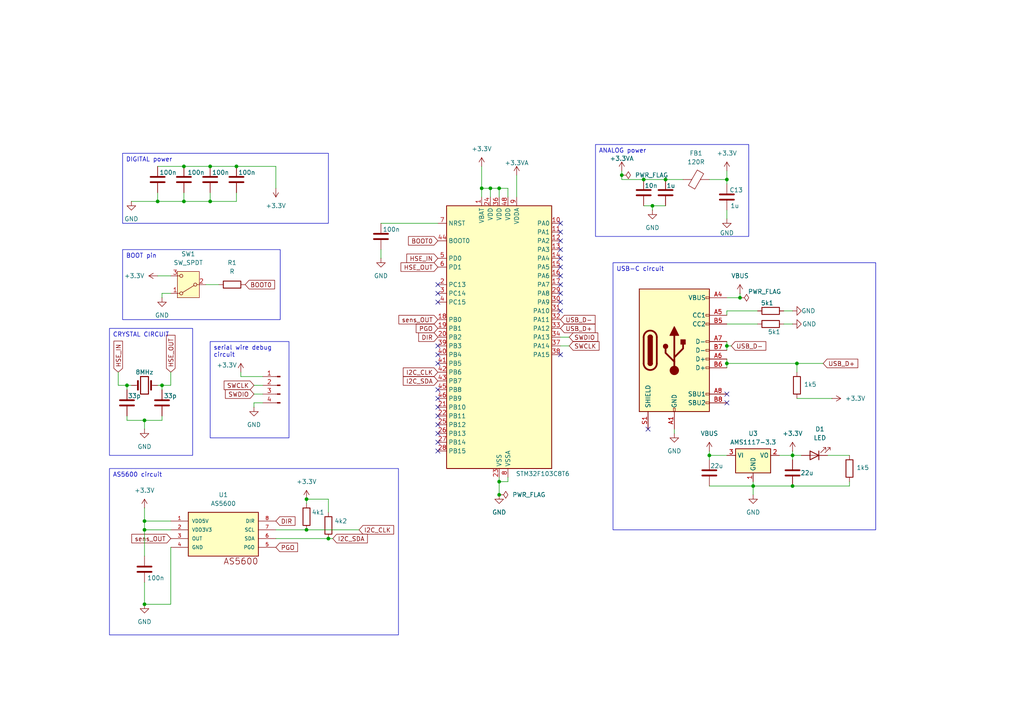
<source format=kicad_sch>
(kicad_sch
	(version 20250114)
	(generator "eeschema")
	(generator_version "9.0")
	(uuid "b1c74557-db5c-46a4-842f-7d165a3130ce")
	(paper "A4")
	(lib_symbols
		(symbol "AS5600:AS5600"
			(pin_names
				(offset 1.016)
			)
			(exclude_from_sim no)
			(in_bom yes)
			(on_board yes)
			(property "Reference" "U"
				(at 0 0 0)
				(effects
					(font
						(size 1.27 1.27)
					)
					(justify bottom)
				)
			)
			(property "Value" "AS5600"
				(at 0 0 0)
				(effects
					(font
						(size 1.27 1.27)
					)
					(justify bottom)
				)
			)
			(property "Footprint" "AS5600:SOIC8"
				(at 0 0 0)
				(effects
					(font
						(size 1.27 1.27)
					)
					(justify bottom)
					(hide yes)
				)
			)
			(property "Datasheet" ""
				(at 0 0 0)
				(effects
					(font
						(size 1.27 1.27)
					)
					(hide yes)
				)
			)
			(property "Description" ""
				(at 0 0 0)
				(effects
					(font
						(size 1.27 1.27)
					)
					(hide yes)
				)
			)
			(property "MF" "Ams AG"
				(at 0 0 0)
				(effects
					(font
						(size 1.27 1.27)
					)
					(justify bottom)
					(hide yes)
				)
			)
			(property "Description_1" "Hall Effect Sensor Rotary Position External Magnet, Not Included Gull Wing"
				(at 0 0 0)
				(effects
					(font
						(size 1.27 1.27)
					)
					(justify bottom)
					(hide yes)
				)
			)
			(property "Package" "None"
				(at 0 0 0)
				(effects
					(font
						(size 1.27 1.27)
					)
					(justify bottom)
					(hide yes)
				)
			)
			(property "Price" "None"
				(at 0 0 0)
				(effects
					(font
						(size 1.27 1.27)
					)
					(justify bottom)
					(hide yes)
				)
			)
			(property "SnapEDA_Link" "https://www.snapeda.com/parts/AS5600/ams/view-part/?ref=snap"
				(at 0 0 0)
				(effects
					(font
						(size 1.27 1.27)
					)
					(justify bottom)
					(hide yes)
				)
			)
			(property "MP" "AS5600"
				(at 0 0 0)
				(effects
					(font
						(size 1.27 1.27)
					)
					(justify bottom)
					(hide yes)
				)
			)
			(property "Availability" "Not in stock"
				(at 0 0 0)
				(effects
					(font
						(size 1.27 1.27)
					)
					(justify bottom)
					(hide yes)
				)
			)
			(property "Check_prices" "https://www.snapeda.com/parts/AS5600/ams/view-part/?ref=eda"
				(at 0 0 0)
				(effects
					(font
						(size 1.27 1.27)
					)
					(justify bottom)
					(hide yes)
				)
			)
			(symbol "AS5600_0_0"
				(rectangle
					(start -10.16 -7.62)
					(end 10.16 5.08)
					(stroke
						(width 0.254)
						(type default)
					)
					(fill
						(type background)
					)
				)
				(text "AS5600"
					(at 0 -10.16 0)
					(effects
						(font
							(size 1.778 1.778)
						)
						(justify left bottom)
					)
				)
				(pin power_in line
					(at -15.24 2.54 0)
					(length 5.08)
					(name "VDD5V"
						(effects
							(font
								(size 1.016 1.016)
							)
						)
					)
					(number "1"
						(effects
							(font
								(size 1.016 1.016)
							)
						)
					)
				)
				(pin power_in line
					(at -15.24 0 0)
					(length 5.08)
					(name "VDD3V3"
						(effects
							(font
								(size 1.016 1.016)
							)
						)
					)
					(number "2"
						(effects
							(font
								(size 1.016 1.016)
							)
						)
					)
				)
				(pin output line
					(at -15.24 -2.54 0)
					(length 5.08)
					(name "OUT"
						(effects
							(font
								(size 1.016 1.016)
							)
						)
					)
					(number "3"
						(effects
							(font
								(size 1.016 1.016)
							)
						)
					)
				)
				(pin power_in line
					(at -15.24 -5.08 0)
					(length 5.08)
					(name "GND"
						(effects
							(font
								(size 1.016 1.016)
							)
						)
					)
					(number "4"
						(effects
							(font
								(size 1.016 1.016)
							)
						)
					)
				)
				(pin input line
					(at 15.24 2.54 180)
					(length 5.08)
					(name "DIR"
						(effects
							(font
								(size 1.016 1.016)
							)
						)
					)
					(number "8"
						(effects
							(font
								(size 1.016 1.016)
							)
						)
					)
				)
				(pin input line
					(at 15.24 0 180)
					(length 5.08)
					(name "SCL"
						(effects
							(font
								(size 1.016 1.016)
							)
						)
					)
					(number "7"
						(effects
							(font
								(size 1.016 1.016)
							)
						)
					)
				)
				(pin bidirectional line
					(at 15.24 -2.54 180)
					(length 5.08)
					(name "SDA"
						(effects
							(font
								(size 1.016 1.016)
							)
						)
					)
					(number "6"
						(effects
							(font
								(size 1.016 1.016)
							)
						)
					)
				)
				(pin input line
					(at 15.24 -5.08 180)
					(length 5.08)
					(name "PGO"
						(effects
							(font
								(size 1.016 1.016)
							)
						)
					)
					(number "5"
						(effects
							(font
								(size 1.016 1.016)
							)
						)
					)
				)
			)
			(embedded_fonts no)
		)
		(symbol "Connector:Conn_01x04_Pin"
			(pin_names
				(offset 1.016)
				(hide yes)
			)
			(exclude_from_sim no)
			(in_bom yes)
			(on_board yes)
			(property "Reference" "J"
				(at 0 5.08 0)
				(effects
					(font
						(size 1.27 1.27)
					)
				)
			)
			(property "Value" "Conn_01x04_Pin"
				(at 0 -7.62 0)
				(effects
					(font
						(size 1.27 1.27)
					)
				)
			)
			(property "Footprint" ""
				(at 0 0 0)
				(effects
					(font
						(size 1.27 1.27)
					)
					(hide yes)
				)
			)
			(property "Datasheet" "~"
				(at 0 0 0)
				(effects
					(font
						(size 1.27 1.27)
					)
					(hide yes)
				)
			)
			(property "Description" "Generic connector, single row, 01x04, script generated"
				(at 0 0 0)
				(effects
					(font
						(size 1.27 1.27)
					)
					(hide yes)
				)
			)
			(property "ki_locked" ""
				(at 0 0 0)
				(effects
					(font
						(size 1.27 1.27)
					)
				)
			)
			(property "ki_keywords" "connector"
				(at 0 0 0)
				(effects
					(font
						(size 1.27 1.27)
					)
					(hide yes)
				)
			)
			(property "ki_fp_filters" "Connector*:*_1x??_*"
				(at 0 0 0)
				(effects
					(font
						(size 1.27 1.27)
					)
					(hide yes)
				)
			)
			(symbol "Conn_01x04_Pin_1_1"
				(rectangle
					(start 0.8636 2.667)
					(end 0 2.413)
					(stroke
						(width 0.1524)
						(type default)
					)
					(fill
						(type outline)
					)
				)
				(rectangle
					(start 0.8636 0.127)
					(end 0 -0.127)
					(stroke
						(width 0.1524)
						(type default)
					)
					(fill
						(type outline)
					)
				)
				(rectangle
					(start 0.8636 -2.413)
					(end 0 -2.667)
					(stroke
						(width 0.1524)
						(type default)
					)
					(fill
						(type outline)
					)
				)
				(rectangle
					(start 0.8636 -4.953)
					(end 0 -5.207)
					(stroke
						(width 0.1524)
						(type default)
					)
					(fill
						(type outline)
					)
				)
				(polyline
					(pts
						(xy 1.27 2.54) (xy 0.8636 2.54)
					)
					(stroke
						(width 0.1524)
						(type default)
					)
					(fill
						(type none)
					)
				)
				(polyline
					(pts
						(xy 1.27 0) (xy 0.8636 0)
					)
					(stroke
						(width 0.1524)
						(type default)
					)
					(fill
						(type none)
					)
				)
				(polyline
					(pts
						(xy 1.27 -2.54) (xy 0.8636 -2.54)
					)
					(stroke
						(width 0.1524)
						(type default)
					)
					(fill
						(type none)
					)
				)
				(polyline
					(pts
						(xy 1.27 -5.08) (xy 0.8636 -5.08)
					)
					(stroke
						(width 0.1524)
						(type default)
					)
					(fill
						(type none)
					)
				)
				(pin passive line
					(at 5.08 2.54 180)
					(length 3.81)
					(name "Pin_1"
						(effects
							(font
								(size 1.27 1.27)
							)
						)
					)
					(number "1"
						(effects
							(font
								(size 1.27 1.27)
							)
						)
					)
				)
				(pin passive line
					(at 5.08 0 180)
					(length 3.81)
					(name "Pin_2"
						(effects
							(font
								(size 1.27 1.27)
							)
						)
					)
					(number "2"
						(effects
							(font
								(size 1.27 1.27)
							)
						)
					)
				)
				(pin passive line
					(at 5.08 -2.54 180)
					(length 3.81)
					(name "Pin_3"
						(effects
							(font
								(size 1.27 1.27)
							)
						)
					)
					(number "3"
						(effects
							(font
								(size 1.27 1.27)
							)
						)
					)
				)
				(pin passive line
					(at 5.08 -5.08 180)
					(length 3.81)
					(name "Pin_4"
						(effects
							(font
								(size 1.27 1.27)
							)
						)
					)
					(number "4"
						(effects
							(font
								(size 1.27 1.27)
							)
						)
					)
				)
			)
			(embedded_fonts no)
		)
		(symbol "Connector:USB_C_Receptacle_USB2.0_16P"
			(pin_names
				(offset 1.016)
			)
			(exclude_from_sim no)
			(in_bom yes)
			(on_board yes)
			(property "Reference" "J"
				(at 0 22.225 0)
				(effects
					(font
						(size 1.27 1.27)
					)
				)
			)
			(property "Value" "USB_C_Receptacle_USB2.0_16P"
				(at 0 19.685 0)
				(effects
					(font
						(size 1.27 1.27)
					)
				)
			)
			(property "Footprint" ""
				(at 3.81 0 0)
				(effects
					(font
						(size 1.27 1.27)
					)
					(hide yes)
				)
			)
			(property "Datasheet" "https://www.usb.org/sites/default/files/documents/usb_type-c.zip"
				(at 3.81 0 0)
				(effects
					(font
						(size 1.27 1.27)
					)
					(hide yes)
				)
			)
			(property "Description" "USB 2.0-only 16P Type-C Receptacle connector"
				(at 0 0 0)
				(effects
					(font
						(size 1.27 1.27)
					)
					(hide yes)
				)
			)
			(property "ki_keywords" "usb universal serial bus type-C USB2.0"
				(at 0 0 0)
				(effects
					(font
						(size 1.27 1.27)
					)
					(hide yes)
				)
			)
			(property "ki_fp_filters" "USB*C*Receptacle*"
				(at 0 0 0)
				(effects
					(font
						(size 1.27 1.27)
					)
					(hide yes)
				)
			)
			(symbol "USB_C_Receptacle_USB2.0_16P_0_0"
				(rectangle
					(start -0.254 -17.78)
					(end 0.254 -16.764)
					(stroke
						(width 0)
						(type default)
					)
					(fill
						(type none)
					)
				)
				(rectangle
					(start 10.16 15.494)
					(end 9.144 14.986)
					(stroke
						(width 0)
						(type default)
					)
					(fill
						(type none)
					)
				)
				(rectangle
					(start 10.16 10.414)
					(end 9.144 9.906)
					(stroke
						(width 0)
						(type default)
					)
					(fill
						(type none)
					)
				)
				(rectangle
					(start 10.16 7.874)
					(end 9.144 7.366)
					(stroke
						(width 0)
						(type default)
					)
					(fill
						(type none)
					)
				)
				(rectangle
					(start 10.16 2.794)
					(end 9.144 2.286)
					(stroke
						(width 0)
						(type default)
					)
					(fill
						(type none)
					)
				)
				(rectangle
					(start 10.16 0.254)
					(end 9.144 -0.254)
					(stroke
						(width 0)
						(type default)
					)
					(fill
						(type none)
					)
				)
				(rectangle
					(start 10.16 -2.286)
					(end 9.144 -2.794)
					(stroke
						(width 0)
						(type default)
					)
					(fill
						(type none)
					)
				)
				(rectangle
					(start 10.16 -4.826)
					(end 9.144 -5.334)
					(stroke
						(width 0)
						(type default)
					)
					(fill
						(type none)
					)
				)
				(rectangle
					(start 10.16 -12.446)
					(end 9.144 -12.954)
					(stroke
						(width 0)
						(type default)
					)
					(fill
						(type none)
					)
				)
				(rectangle
					(start 10.16 -14.986)
					(end 9.144 -15.494)
					(stroke
						(width 0)
						(type default)
					)
					(fill
						(type none)
					)
				)
			)
			(symbol "USB_C_Receptacle_USB2.0_16P_0_1"
				(rectangle
					(start -10.16 17.78)
					(end 10.16 -17.78)
					(stroke
						(width 0.254)
						(type default)
					)
					(fill
						(type background)
					)
				)
				(polyline
					(pts
						(xy -8.89 -3.81) (xy -8.89 3.81)
					)
					(stroke
						(width 0.508)
						(type default)
					)
					(fill
						(type none)
					)
				)
				(rectangle
					(start -7.62 -3.81)
					(end -6.35 3.81)
					(stroke
						(width 0.254)
						(type default)
					)
					(fill
						(type outline)
					)
				)
				(arc
					(start -7.62 3.81)
					(mid -6.985 4.4423)
					(end -6.35 3.81)
					(stroke
						(width 0.254)
						(type default)
					)
					(fill
						(type none)
					)
				)
				(arc
					(start -7.62 3.81)
					(mid -6.985 4.4423)
					(end -6.35 3.81)
					(stroke
						(width 0.254)
						(type default)
					)
					(fill
						(type outline)
					)
				)
				(arc
					(start -8.89 3.81)
					(mid -6.985 5.7067)
					(end -5.08 3.81)
					(stroke
						(width 0.508)
						(type default)
					)
					(fill
						(type none)
					)
				)
				(arc
					(start -5.08 -3.81)
					(mid -6.985 -5.7067)
					(end -8.89 -3.81)
					(stroke
						(width 0.508)
						(type default)
					)
					(fill
						(type none)
					)
				)
				(arc
					(start -6.35 -3.81)
					(mid -6.985 -4.4423)
					(end -7.62 -3.81)
					(stroke
						(width 0.254)
						(type default)
					)
					(fill
						(type none)
					)
				)
				(arc
					(start -6.35 -3.81)
					(mid -6.985 -4.4423)
					(end -7.62 -3.81)
					(stroke
						(width 0.254)
						(type default)
					)
					(fill
						(type outline)
					)
				)
				(polyline
					(pts
						(xy -5.08 3.81) (xy -5.08 -3.81)
					)
					(stroke
						(width 0.508)
						(type default)
					)
					(fill
						(type none)
					)
				)
				(circle
					(center -2.54 1.143)
					(radius 0.635)
					(stroke
						(width 0.254)
						(type default)
					)
					(fill
						(type outline)
					)
				)
				(polyline
					(pts
						(xy -1.27 4.318) (xy 0 6.858) (xy 1.27 4.318) (xy -1.27 4.318)
					)
					(stroke
						(width 0.254)
						(type default)
					)
					(fill
						(type outline)
					)
				)
				(polyline
					(pts
						(xy 0 -2.032) (xy 2.54 0.508) (xy 2.54 1.778)
					)
					(stroke
						(width 0.508)
						(type default)
					)
					(fill
						(type none)
					)
				)
				(polyline
					(pts
						(xy 0 -3.302) (xy -2.54 -0.762) (xy -2.54 0.508)
					)
					(stroke
						(width 0.508)
						(type default)
					)
					(fill
						(type none)
					)
				)
				(polyline
					(pts
						(xy 0 -5.842) (xy 0 4.318)
					)
					(stroke
						(width 0.508)
						(type default)
					)
					(fill
						(type none)
					)
				)
				(circle
					(center 0 -5.842)
					(radius 1.27)
					(stroke
						(width 0)
						(type default)
					)
					(fill
						(type outline)
					)
				)
				(rectangle
					(start 1.905 1.778)
					(end 3.175 3.048)
					(stroke
						(width 0.254)
						(type default)
					)
					(fill
						(type outline)
					)
				)
			)
			(symbol "USB_C_Receptacle_USB2.0_16P_1_1"
				(pin passive line
					(at -7.62 -22.86 90)
					(length 5.08)
					(name "SHIELD"
						(effects
							(font
								(size 1.27 1.27)
							)
						)
					)
					(number "S1"
						(effects
							(font
								(size 1.27 1.27)
							)
						)
					)
				)
				(pin passive line
					(at 0 -22.86 90)
					(length 5.08)
					(name "GND"
						(effects
							(font
								(size 1.27 1.27)
							)
						)
					)
					(number "A1"
						(effects
							(font
								(size 1.27 1.27)
							)
						)
					)
				)
				(pin passive line
					(at 0 -22.86 90)
					(length 5.08)
					(hide yes)
					(name "GND"
						(effects
							(font
								(size 1.27 1.27)
							)
						)
					)
					(number "A12"
						(effects
							(font
								(size 1.27 1.27)
							)
						)
					)
				)
				(pin passive line
					(at 0 -22.86 90)
					(length 5.08)
					(hide yes)
					(name "GND"
						(effects
							(font
								(size 1.27 1.27)
							)
						)
					)
					(number "B1"
						(effects
							(font
								(size 1.27 1.27)
							)
						)
					)
				)
				(pin passive line
					(at 0 -22.86 90)
					(length 5.08)
					(hide yes)
					(name "GND"
						(effects
							(font
								(size 1.27 1.27)
							)
						)
					)
					(number "B12"
						(effects
							(font
								(size 1.27 1.27)
							)
						)
					)
				)
				(pin passive line
					(at 15.24 15.24 180)
					(length 5.08)
					(name "VBUS"
						(effects
							(font
								(size 1.27 1.27)
							)
						)
					)
					(number "A4"
						(effects
							(font
								(size 1.27 1.27)
							)
						)
					)
				)
				(pin passive line
					(at 15.24 15.24 180)
					(length 5.08)
					(hide yes)
					(name "VBUS"
						(effects
							(font
								(size 1.27 1.27)
							)
						)
					)
					(number "A9"
						(effects
							(font
								(size 1.27 1.27)
							)
						)
					)
				)
				(pin passive line
					(at 15.24 15.24 180)
					(length 5.08)
					(hide yes)
					(name "VBUS"
						(effects
							(font
								(size 1.27 1.27)
							)
						)
					)
					(number "B4"
						(effects
							(font
								(size 1.27 1.27)
							)
						)
					)
				)
				(pin passive line
					(at 15.24 15.24 180)
					(length 5.08)
					(hide yes)
					(name "VBUS"
						(effects
							(font
								(size 1.27 1.27)
							)
						)
					)
					(number "B9"
						(effects
							(font
								(size 1.27 1.27)
							)
						)
					)
				)
				(pin bidirectional line
					(at 15.24 10.16 180)
					(length 5.08)
					(name "CC1"
						(effects
							(font
								(size 1.27 1.27)
							)
						)
					)
					(number "A5"
						(effects
							(font
								(size 1.27 1.27)
							)
						)
					)
				)
				(pin bidirectional line
					(at 15.24 7.62 180)
					(length 5.08)
					(name "CC2"
						(effects
							(font
								(size 1.27 1.27)
							)
						)
					)
					(number "B5"
						(effects
							(font
								(size 1.27 1.27)
							)
						)
					)
				)
				(pin bidirectional line
					(at 15.24 2.54 180)
					(length 5.08)
					(name "D-"
						(effects
							(font
								(size 1.27 1.27)
							)
						)
					)
					(number "A7"
						(effects
							(font
								(size 1.27 1.27)
							)
						)
					)
				)
				(pin bidirectional line
					(at 15.24 0 180)
					(length 5.08)
					(name "D-"
						(effects
							(font
								(size 1.27 1.27)
							)
						)
					)
					(number "B7"
						(effects
							(font
								(size 1.27 1.27)
							)
						)
					)
				)
				(pin bidirectional line
					(at 15.24 -2.54 180)
					(length 5.08)
					(name "D+"
						(effects
							(font
								(size 1.27 1.27)
							)
						)
					)
					(number "A6"
						(effects
							(font
								(size 1.27 1.27)
							)
						)
					)
				)
				(pin bidirectional line
					(at 15.24 -5.08 180)
					(length 5.08)
					(name "D+"
						(effects
							(font
								(size 1.27 1.27)
							)
						)
					)
					(number "B6"
						(effects
							(font
								(size 1.27 1.27)
							)
						)
					)
				)
				(pin bidirectional line
					(at 15.24 -12.7 180)
					(length 5.08)
					(name "SBU1"
						(effects
							(font
								(size 1.27 1.27)
							)
						)
					)
					(number "A8"
						(effects
							(font
								(size 1.27 1.27)
							)
						)
					)
				)
				(pin bidirectional line
					(at 15.24 -15.24 180)
					(length 5.08)
					(name "SBU2"
						(effects
							(font
								(size 1.27 1.27)
							)
						)
					)
					(number "B8"
						(effects
							(font
								(size 1.27 1.27)
							)
						)
					)
				)
			)
			(embedded_fonts no)
		)
		(symbol "Device:C"
			(pin_numbers
				(hide yes)
			)
			(pin_names
				(offset 0.254)
			)
			(exclude_from_sim no)
			(in_bom yes)
			(on_board yes)
			(property "Reference" "C"
				(at 0.635 2.54 0)
				(effects
					(font
						(size 1.27 1.27)
					)
					(justify left)
				)
			)
			(property "Value" "C"
				(at 0.635 -2.54 0)
				(effects
					(font
						(size 1.27 1.27)
					)
					(justify left)
				)
			)
			(property "Footprint" ""
				(at 0.9652 -3.81 0)
				(effects
					(font
						(size 1.27 1.27)
					)
					(hide yes)
				)
			)
			(property "Datasheet" "~"
				(at 0 0 0)
				(effects
					(font
						(size 1.27 1.27)
					)
					(hide yes)
				)
			)
			(property "Description" "Unpolarized capacitor"
				(at 0 0 0)
				(effects
					(font
						(size 1.27 1.27)
					)
					(hide yes)
				)
			)
			(property "ki_keywords" "cap capacitor"
				(at 0 0 0)
				(effects
					(font
						(size 1.27 1.27)
					)
					(hide yes)
				)
			)
			(property "ki_fp_filters" "C_*"
				(at 0 0 0)
				(effects
					(font
						(size 1.27 1.27)
					)
					(hide yes)
				)
			)
			(symbol "C_0_1"
				(polyline
					(pts
						(xy -2.032 0.762) (xy 2.032 0.762)
					)
					(stroke
						(width 0.508)
						(type default)
					)
					(fill
						(type none)
					)
				)
				(polyline
					(pts
						(xy -2.032 -0.762) (xy 2.032 -0.762)
					)
					(stroke
						(width 0.508)
						(type default)
					)
					(fill
						(type none)
					)
				)
			)
			(symbol "C_1_1"
				(pin passive line
					(at 0 3.81 270)
					(length 2.794)
					(name "~"
						(effects
							(font
								(size 1.27 1.27)
							)
						)
					)
					(number "1"
						(effects
							(font
								(size 1.27 1.27)
							)
						)
					)
				)
				(pin passive line
					(at 0 -3.81 90)
					(length 2.794)
					(name "~"
						(effects
							(font
								(size 1.27 1.27)
							)
						)
					)
					(number "2"
						(effects
							(font
								(size 1.27 1.27)
							)
						)
					)
				)
			)
			(embedded_fonts no)
		)
		(symbol "Device:Crystal"
			(pin_numbers
				(hide yes)
			)
			(pin_names
				(offset 1.016)
				(hide yes)
			)
			(exclude_from_sim no)
			(in_bom yes)
			(on_board yes)
			(property "Reference" "Y"
				(at 0 3.81 0)
				(effects
					(font
						(size 1.27 1.27)
					)
				)
			)
			(property "Value" "Crystal"
				(at 0 -3.81 0)
				(effects
					(font
						(size 1.27 1.27)
					)
				)
			)
			(property "Footprint" ""
				(at 0 0 0)
				(effects
					(font
						(size 1.27 1.27)
					)
					(hide yes)
				)
			)
			(property "Datasheet" "~"
				(at 0 0 0)
				(effects
					(font
						(size 1.27 1.27)
					)
					(hide yes)
				)
			)
			(property "Description" "Two pin crystal"
				(at 0 0 0)
				(effects
					(font
						(size 1.27 1.27)
					)
					(hide yes)
				)
			)
			(property "ki_keywords" "quartz ceramic resonator oscillator"
				(at 0 0 0)
				(effects
					(font
						(size 1.27 1.27)
					)
					(hide yes)
				)
			)
			(property "ki_fp_filters" "Crystal*"
				(at 0 0 0)
				(effects
					(font
						(size 1.27 1.27)
					)
					(hide yes)
				)
			)
			(symbol "Crystal_0_1"
				(polyline
					(pts
						(xy -2.54 0) (xy -1.905 0)
					)
					(stroke
						(width 0)
						(type default)
					)
					(fill
						(type none)
					)
				)
				(polyline
					(pts
						(xy -1.905 -1.27) (xy -1.905 1.27)
					)
					(stroke
						(width 0.508)
						(type default)
					)
					(fill
						(type none)
					)
				)
				(rectangle
					(start -1.143 2.54)
					(end 1.143 -2.54)
					(stroke
						(width 0.3048)
						(type default)
					)
					(fill
						(type none)
					)
				)
				(polyline
					(pts
						(xy 1.905 -1.27) (xy 1.905 1.27)
					)
					(stroke
						(width 0.508)
						(type default)
					)
					(fill
						(type none)
					)
				)
				(polyline
					(pts
						(xy 2.54 0) (xy 1.905 0)
					)
					(stroke
						(width 0)
						(type default)
					)
					(fill
						(type none)
					)
				)
			)
			(symbol "Crystal_1_1"
				(pin passive line
					(at -3.81 0 0)
					(length 1.27)
					(name "1"
						(effects
							(font
								(size 1.27 1.27)
							)
						)
					)
					(number "1"
						(effects
							(font
								(size 1.27 1.27)
							)
						)
					)
				)
				(pin passive line
					(at 3.81 0 180)
					(length 1.27)
					(name "2"
						(effects
							(font
								(size 1.27 1.27)
							)
						)
					)
					(number "2"
						(effects
							(font
								(size 1.27 1.27)
							)
						)
					)
				)
			)
			(embedded_fonts no)
		)
		(symbol "Device:FerriteBead"
			(pin_numbers
				(hide yes)
			)
			(pin_names
				(offset 0)
			)
			(exclude_from_sim no)
			(in_bom yes)
			(on_board yes)
			(property "Reference" "FB"
				(at -3.81 0.635 90)
				(effects
					(font
						(size 1.27 1.27)
					)
				)
			)
			(property "Value" "FerriteBead"
				(at 3.81 0 90)
				(effects
					(font
						(size 1.27 1.27)
					)
				)
			)
			(property "Footprint" ""
				(at -1.778 0 90)
				(effects
					(font
						(size 1.27 1.27)
					)
					(hide yes)
				)
			)
			(property "Datasheet" "~"
				(at 0 0 0)
				(effects
					(font
						(size 1.27 1.27)
					)
					(hide yes)
				)
			)
			(property "Description" "Ferrite bead"
				(at 0 0 0)
				(effects
					(font
						(size 1.27 1.27)
					)
					(hide yes)
				)
			)
			(property "ki_keywords" "L ferrite bead inductor filter"
				(at 0 0 0)
				(effects
					(font
						(size 1.27 1.27)
					)
					(hide yes)
				)
			)
			(property "ki_fp_filters" "Inductor_* L_* *Ferrite*"
				(at 0 0 0)
				(effects
					(font
						(size 1.27 1.27)
					)
					(hide yes)
				)
			)
			(symbol "FerriteBead_0_1"
				(polyline
					(pts
						(xy -2.7686 0.4064) (xy -1.7018 2.2606) (xy 2.7686 -0.3048) (xy 1.6764 -2.159) (xy -2.7686 0.4064)
					)
					(stroke
						(width 0)
						(type default)
					)
					(fill
						(type none)
					)
				)
				(polyline
					(pts
						(xy 0 1.27) (xy 0 1.2954)
					)
					(stroke
						(width 0)
						(type default)
					)
					(fill
						(type none)
					)
				)
				(polyline
					(pts
						(xy 0 -1.27) (xy 0 -1.2192)
					)
					(stroke
						(width 0)
						(type default)
					)
					(fill
						(type none)
					)
				)
			)
			(symbol "FerriteBead_1_1"
				(pin passive line
					(at 0 3.81 270)
					(length 2.54)
					(name "~"
						(effects
							(font
								(size 1.27 1.27)
							)
						)
					)
					(number "1"
						(effects
							(font
								(size 1.27 1.27)
							)
						)
					)
				)
				(pin passive line
					(at 0 -3.81 90)
					(length 2.54)
					(name "~"
						(effects
							(font
								(size 1.27 1.27)
							)
						)
					)
					(number "2"
						(effects
							(font
								(size 1.27 1.27)
							)
						)
					)
				)
			)
			(embedded_fonts no)
		)
		(symbol "Device:LED"
			(pin_numbers
				(hide yes)
			)
			(pin_names
				(offset 1.016)
				(hide yes)
			)
			(exclude_from_sim no)
			(in_bom yes)
			(on_board yes)
			(property "Reference" "D"
				(at 0 2.54 0)
				(effects
					(font
						(size 1.27 1.27)
					)
				)
			)
			(property "Value" "LED"
				(at 0 -2.54 0)
				(effects
					(font
						(size 1.27 1.27)
					)
				)
			)
			(property "Footprint" ""
				(at 0 0 0)
				(effects
					(font
						(size 1.27 1.27)
					)
					(hide yes)
				)
			)
			(property "Datasheet" "~"
				(at 0 0 0)
				(effects
					(font
						(size 1.27 1.27)
					)
					(hide yes)
				)
			)
			(property "Description" "Light emitting diode"
				(at 0 0 0)
				(effects
					(font
						(size 1.27 1.27)
					)
					(hide yes)
				)
			)
			(property "Sim.Pins" "1=K 2=A"
				(at 0 0 0)
				(effects
					(font
						(size 1.27 1.27)
					)
					(hide yes)
				)
			)
			(property "ki_keywords" "LED diode"
				(at 0 0 0)
				(effects
					(font
						(size 1.27 1.27)
					)
					(hide yes)
				)
			)
			(property "ki_fp_filters" "LED* LED_SMD:* LED_THT:*"
				(at 0 0 0)
				(effects
					(font
						(size 1.27 1.27)
					)
					(hide yes)
				)
			)
			(symbol "LED_0_1"
				(polyline
					(pts
						(xy -3.048 -0.762) (xy -4.572 -2.286) (xy -3.81 -2.286) (xy -4.572 -2.286) (xy -4.572 -1.524)
					)
					(stroke
						(width 0)
						(type default)
					)
					(fill
						(type none)
					)
				)
				(polyline
					(pts
						(xy -1.778 -0.762) (xy -3.302 -2.286) (xy -2.54 -2.286) (xy -3.302 -2.286) (xy -3.302 -1.524)
					)
					(stroke
						(width 0)
						(type default)
					)
					(fill
						(type none)
					)
				)
				(polyline
					(pts
						(xy -1.27 0) (xy 1.27 0)
					)
					(stroke
						(width 0)
						(type default)
					)
					(fill
						(type none)
					)
				)
				(polyline
					(pts
						(xy -1.27 -1.27) (xy -1.27 1.27)
					)
					(stroke
						(width 0.254)
						(type default)
					)
					(fill
						(type none)
					)
				)
				(polyline
					(pts
						(xy 1.27 -1.27) (xy 1.27 1.27) (xy -1.27 0) (xy 1.27 -1.27)
					)
					(stroke
						(width 0.254)
						(type default)
					)
					(fill
						(type none)
					)
				)
			)
			(symbol "LED_1_1"
				(pin passive line
					(at -3.81 0 0)
					(length 2.54)
					(name "K"
						(effects
							(font
								(size 1.27 1.27)
							)
						)
					)
					(number "1"
						(effects
							(font
								(size 1.27 1.27)
							)
						)
					)
				)
				(pin passive line
					(at 3.81 0 180)
					(length 2.54)
					(name "A"
						(effects
							(font
								(size 1.27 1.27)
							)
						)
					)
					(number "2"
						(effects
							(font
								(size 1.27 1.27)
							)
						)
					)
				)
			)
			(embedded_fonts no)
		)
		(symbol "Device:R"
			(pin_numbers
				(hide yes)
			)
			(pin_names
				(offset 0)
			)
			(exclude_from_sim no)
			(in_bom yes)
			(on_board yes)
			(property "Reference" "R"
				(at 2.032 0 90)
				(effects
					(font
						(size 1.27 1.27)
					)
				)
			)
			(property "Value" "R"
				(at 0 0 90)
				(effects
					(font
						(size 1.27 1.27)
					)
				)
			)
			(property "Footprint" ""
				(at -1.778 0 90)
				(effects
					(font
						(size 1.27 1.27)
					)
					(hide yes)
				)
			)
			(property "Datasheet" "~"
				(at 0 0 0)
				(effects
					(font
						(size 1.27 1.27)
					)
					(hide yes)
				)
			)
			(property "Description" "Resistor"
				(at 0 0 0)
				(effects
					(font
						(size 1.27 1.27)
					)
					(hide yes)
				)
			)
			(property "ki_keywords" "R res resistor"
				(at 0 0 0)
				(effects
					(font
						(size 1.27 1.27)
					)
					(hide yes)
				)
			)
			(property "ki_fp_filters" "R_*"
				(at 0 0 0)
				(effects
					(font
						(size 1.27 1.27)
					)
					(hide yes)
				)
			)
			(symbol "R_0_1"
				(rectangle
					(start -1.016 -2.54)
					(end 1.016 2.54)
					(stroke
						(width 0.254)
						(type default)
					)
					(fill
						(type none)
					)
				)
			)
			(symbol "R_1_1"
				(pin passive line
					(at 0 3.81 270)
					(length 1.27)
					(name "~"
						(effects
							(font
								(size 1.27 1.27)
							)
						)
					)
					(number "1"
						(effects
							(font
								(size 1.27 1.27)
							)
						)
					)
				)
				(pin passive line
					(at 0 -3.81 90)
					(length 1.27)
					(name "~"
						(effects
							(font
								(size 1.27 1.27)
							)
						)
					)
					(number "2"
						(effects
							(font
								(size 1.27 1.27)
							)
						)
					)
				)
			)
			(embedded_fonts no)
		)
		(symbol "MCU_ST_STM32F1:STM32F103C8Tx"
			(exclude_from_sim no)
			(in_bom yes)
			(on_board yes)
			(property "Reference" "U"
				(at -15.24 39.37 0)
				(effects
					(font
						(size 1.27 1.27)
					)
					(justify left)
				)
			)
			(property "Value" "STM32F103C8Tx"
				(at 7.62 39.37 0)
				(effects
					(font
						(size 1.27 1.27)
					)
					(justify left)
				)
			)
			(property "Footprint" "Package_QFP:LQFP-48_7x7mm_P0.5mm"
				(at -15.24 -38.1 0)
				(effects
					(font
						(size 1.27 1.27)
					)
					(justify right)
					(hide yes)
				)
			)
			(property "Datasheet" "https://www.st.com/resource/en/datasheet/stm32f103c8.pdf"
				(at 0 0 0)
				(effects
					(font
						(size 1.27 1.27)
					)
					(hide yes)
				)
			)
			(property "Description" "STMicroelectronics Arm Cortex-M3 MCU, 64KB flash, 20KB RAM, 72 MHz, 2.0-3.6V, 37 GPIO, LQFP48"
				(at 0 0 0)
				(effects
					(font
						(size 1.27 1.27)
					)
					(hide yes)
				)
			)
			(property "ki_keywords" "Arm Cortex-M3 STM32F1 STM32F103"
				(at 0 0 0)
				(effects
					(font
						(size 1.27 1.27)
					)
					(hide yes)
				)
			)
			(property "ki_fp_filters" "LQFP*7x7mm*P0.5mm*"
				(at 0 0 0)
				(effects
					(font
						(size 1.27 1.27)
					)
					(hide yes)
				)
			)
			(symbol "STM32F103C8Tx_0_1"
				(rectangle
					(start -15.24 -38.1)
					(end 15.24 38.1)
					(stroke
						(width 0.254)
						(type default)
					)
					(fill
						(type background)
					)
				)
			)
			(symbol "STM32F103C8Tx_1_1"
				(pin input line
					(at -17.78 33.02 0)
					(length 2.54)
					(name "NRST"
						(effects
							(font
								(size 1.27 1.27)
							)
						)
					)
					(number "7"
						(effects
							(font
								(size 1.27 1.27)
							)
						)
					)
				)
				(pin input line
					(at -17.78 27.94 0)
					(length 2.54)
					(name "BOOT0"
						(effects
							(font
								(size 1.27 1.27)
							)
						)
					)
					(number "44"
						(effects
							(font
								(size 1.27 1.27)
							)
						)
					)
				)
				(pin bidirectional line
					(at -17.78 22.86 0)
					(length 2.54)
					(name "PD0"
						(effects
							(font
								(size 1.27 1.27)
							)
						)
					)
					(number "5"
						(effects
							(font
								(size 1.27 1.27)
							)
						)
					)
					(alternate "RCC_OSC_IN" bidirectional line)
				)
				(pin bidirectional line
					(at -17.78 20.32 0)
					(length 2.54)
					(name "PD1"
						(effects
							(font
								(size 1.27 1.27)
							)
						)
					)
					(number "6"
						(effects
							(font
								(size 1.27 1.27)
							)
						)
					)
					(alternate "RCC_OSC_OUT" bidirectional line)
				)
				(pin bidirectional line
					(at -17.78 15.24 0)
					(length 2.54)
					(name "PC13"
						(effects
							(font
								(size 1.27 1.27)
							)
						)
					)
					(number "2"
						(effects
							(font
								(size 1.27 1.27)
							)
						)
					)
					(alternate "RTC_OUT" bidirectional line)
					(alternate "RTC_TAMPER" bidirectional line)
				)
				(pin bidirectional line
					(at -17.78 12.7 0)
					(length 2.54)
					(name "PC14"
						(effects
							(font
								(size 1.27 1.27)
							)
						)
					)
					(number "3"
						(effects
							(font
								(size 1.27 1.27)
							)
						)
					)
					(alternate "RCC_OSC32_IN" bidirectional line)
				)
				(pin bidirectional line
					(at -17.78 10.16 0)
					(length 2.54)
					(name "PC15"
						(effects
							(font
								(size 1.27 1.27)
							)
						)
					)
					(number "4"
						(effects
							(font
								(size 1.27 1.27)
							)
						)
					)
					(alternate "ADC1_EXTI15" bidirectional line)
					(alternate "ADC2_EXTI15" bidirectional line)
					(alternate "RCC_OSC32_OUT" bidirectional line)
				)
				(pin bidirectional line
					(at -17.78 5.08 0)
					(length 2.54)
					(name "PB0"
						(effects
							(font
								(size 1.27 1.27)
							)
						)
					)
					(number "18"
						(effects
							(font
								(size 1.27 1.27)
							)
						)
					)
					(alternate "ADC1_IN8" bidirectional line)
					(alternate "ADC2_IN8" bidirectional line)
					(alternate "TIM1_CH2N" bidirectional line)
					(alternate "TIM3_CH3" bidirectional line)
				)
				(pin bidirectional line
					(at -17.78 2.54 0)
					(length 2.54)
					(name "PB1"
						(effects
							(font
								(size 1.27 1.27)
							)
						)
					)
					(number "19"
						(effects
							(font
								(size 1.27 1.27)
							)
						)
					)
					(alternate "ADC1_IN9" bidirectional line)
					(alternate "ADC2_IN9" bidirectional line)
					(alternate "TIM1_CH3N" bidirectional line)
					(alternate "TIM3_CH4" bidirectional line)
				)
				(pin bidirectional line
					(at -17.78 0 0)
					(length 2.54)
					(name "PB2"
						(effects
							(font
								(size 1.27 1.27)
							)
						)
					)
					(number "20"
						(effects
							(font
								(size 1.27 1.27)
							)
						)
					)
				)
				(pin bidirectional line
					(at -17.78 -2.54 0)
					(length 2.54)
					(name "PB3"
						(effects
							(font
								(size 1.27 1.27)
							)
						)
					)
					(number "39"
						(effects
							(font
								(size 1.27 1.27)
							)
						)
					)
					(alternate "SPI1_SCK" bidirectional line)
					(alternate "SYS_JTDO-TRACESWO" bidirectional line)
					(alternate "TIM2_CH2" bidirectional line)
				)
				(pin bidirectional line
					(at -17.78 -5.08 0)
					(length 2.54)
					(name "PB4"
						(effects
							(font
								(size 1.27 1.27)
							)
						)
					)
					(number "40"
						(effects
							(font
								(size 1.27 1.27)
							)
						)
					)
					(alternate "SPI1_MISO" bidirectional line)
					(alternate "SYS_NJTRST" bidirectional line)
					(alternate "TIM3_CH1" bidirectional line)
				)
				(pin bidirectional line
					(at -17.78 -7.62 0)
					(length 2.54)
					(name "PB5"
						(effects
							(font
								(size 1.27 1.27)
							)
						)
					)
					(number "41"
						(effects
							(font
								(size 1.27 1.27)
							)
						)
					)
					(alternate "I2C1_SMBA" bidirectional line)
					(alternate "SPI1_MOSI" bidirectional line)
					(alternate "TIM3_CH2" bidirectional line)
				)
				(pin bidirectional line
					(at -17.78 -10.16 0)
					(length 2.54)
					(name "PB6"
						(effects
							(font
								(size 1.27 1.27)
							)
						)
					)
					(number "42"
						(effects
							(font
								(size 1.27 1.27)
							)
						)
					)
					(alternate "I2C1_SCL" bidirectional line)
					(alternate "TIM4_CH1" bidirectional line)
					(alternate "USART1_TX" bidirectional line)
				)
				(pin bidirectional line
					(at -17.78 -12.7 0)
					(length 2.54)
					(name "PB7"
						(effects
							(font
								(size 1.27 1.27)
							)
						)
					)
					(number "43"
						(effects
							(font
								(size 1.27 1.27)
							)
						)
					)
					(alternate "I2C1_SDA" bidirectional line)
					(alternate "TIM4_CH2" bidirectional line)
					(alternate "USART1_RX" bidirectional line)
				)
				(pin bidirectional line
					(at -17.78 -15.24 0)
					(length 2.54)
					(name "PB8"
						(effects
							(font
								(size 1.27 1.27)
							)
						)
					)
					(number "45"
						(effects
							(font
								(size 1.27 1.27)
							)
						)
					)
					(alternate "CAN_RX" bidirectional line)
					(alternate "I2C1_SCL" bidirectional line)
					(alternate "TIM4_CH3" bidirectional line)
				)
				(pin bidirectional line
					(at -17.78 -17.78 0)
					(length 2.54)
					(name "PB9"
						(effects
							(font
								(size 1.27 1.27)
							)
						)
					)
					(number "46"
						(effects
							(font
								(size 1.27 1.27)
							)
						)
					)
					(alternate "CAN_TX" bidirectional line)
					(alternate "I2C1_SDA" bidirectional line)
					(alternate "TIM4_CH4" bidirectional line)
				)
				(pin bidirectional line
					(at -17.78 -20.32 0)
					(length 2.54)
					(name "PB10"
						(effects
							(font
								(size 1.27 1.27)
							)
						)
					)
					(number "21"
						(effects
							(font
								(size 1.27 1.27)
							)
						)
					)
					(alternate "I2C2_SCL" bidirectional line)
					(alternate "TIM2_CH3" bidirectional line)
					(alternate "USART3_TX" bidirectional line)
				)
				(pin bidirectional line
					(at -17.78 -22.86 0)
					(length 2.54)
					(name "PB11"
						(effects
							(font
								(size 1.27 1.27)
							)
						)
					)
					(number "22"
						(effects
							(font
								(size 1.27 1.27)
							)
						)
					)
					(alternate "ADC1_EXTI11" bidirectional line)
					(alternate "ADC2_EXTI11" bidirectional line)
					(alternate "I2C2_SDA" bidirectional line)
					(alternate "TIM2_CH4" bidirectional line)
					(alternate "USART3_RX" bidirectional line)
				)
				(pin bidirectional line
					(at -17.78 -25.4 0)
					(length 2.54)
					(name "PB12"
						(effects
							(font
								(size 1.27 1.27)
							)
						)
					)
					(number "25"
						(effects
							(font
								(size 1.27 1.27)
							)
						)
					)
					(alternate "I2C2_SMBA" bidirectional line)
					(alternate "SPI2_NSS" bidirectional line)
					(alternate "TIM1_BKIN" bidirectional line)
					(alternate "USART3_CK" bidirectional line)
				)
				(pin bidirectional line
					(at -17.78 -27.94 0)
					(length 2.54)
					(name "PB13"
						(effects
							(font
								(size 1.27 1.27)
							)
						)
					)
					(number "26"
						(effects
							(font
								(size 1.27 1.27)
							)
						)
					)
					(alternate "SPI2_SCK" bidirectional line)
					(alternate "TIM1_CH1N" bidirectional line)
					(alternate "USART3_CTS" bidirectional line)
				)
				(pin bidirectional line
					(at -17.78 -30.48 0)
					(length 2.54)
					(name "PB14"
						(effects
							(font
								(size 1.27 1.27)
							)
						)
					)
					(number "27"
						(effects
							(font
								(size 1.27 1.27)
							)
						)
					)
					(alternate "SPI2_MISO" bidirectional line)
					(alternate "TIM1_CH2N" bidirectional line)
					(alternate "USART3_RTS" bidirectional line)
				)
				(pin bidirectional line
					(at -17.78 -33.02 0)
					(length 2.54)
					(name "PB15"
						(effects
							(font
								(size 1.27 1.27)
							)
						)
					)
					(number "28"
						(effects
							(font
								(size 1.27 1.27)
							)
						)
					)
					(alternate "ADC1_EXTI15" bidirectional line)
					(alternate "ADC2_EXTI15" bidirectional line)
					(alternate "SPI2_MOSI" bidirectional line)
					(alternate "TIM1_CH3N" bidirectional line)
				)
				(pin power_in line
					(at -5.08 40.64 270)
					(length 2.54)
					(name "VBAT"
						(effects
							(font
								(size 1.27 1.27)
							)
						)
					)
					(number "1"
						(effects
							(font
								(size 1.27 1.27)
							)
						)
					)
				)
				(pin power_in line
					(at -2.54 40.64 270)
					(length 2.54)
					(name "VDD"
						(effects
							(font
								(size 1.27 1.27)
							)
						)
					)
					(number "24"
						(effects
							(font
								(size 1.27 1.27)
							)
						)
					)
				)
				(pin power_in line
					(at 0 40.64 270)
					(length 2.54)
					(name "VDD"
						(effects
							(font
								(size 1.27 1.27)
							)
						)
					)
					(number "36"
						(effects
							(font
								(size 1.27 1.27)
							)
						)
					)
				)
				(pin power_in line
					(at 0 -40.64 90)
					(length 2.54)
					(name "VSS"
						(effects
							(font
								(size 1.27 1.27)
							)
						)
					)
					(number "23"
						(effects
							(font
								(size 1.27 1.27)
							)
						)
					)
				)
				(pin passive line
					(at 0 -40.64 90)
					(length 2.54)
					(hide yes)
					(name "VSS"
						(effects
							(font
								(size 1.27 1.27)
							)
						)
					)
					(number "35"
						(effects
							(font
								(size 1.27 1.27)
							)
						)
					)
				)
				(pin passive line
					(at 0 -40.64 90)
					(length 2.54)
					(hide yes)
					(name "VSS"
						(effects
							(font
								(size 1.27 1.27)
							)
						)
					)
					(number "47"
						(effects
							(font
								(size 1.27 1.27)
							)
						)
					)
				)
				(pin power_in line
					(at 2.54 40.64 270)
					(length 2.54)
					(name "VDD"
						(effects
							(font
								(size 1.27 1.27)
							)
						)
					)
					(number "48"
						(effects
							(font
								(size 1.27 1.27)
							)
						)
					)
				)
				(pin power_in line
					(at 2.54 -40.64 90)
					(length 2.54)
					(name "VSSA"
						(effects
							(font
								(size 1.27 1.27)
							)
						)
					)
					(number "8"
						(effects
							(font
								(size 1.27 1.27)
							)
						)
					)
				)
				(pin power_in line
					(at 5.08 40.64 270)
					(length 2.54)
					(name "VDDA"
						(effects
							(font
								(size 1.27 1.27)
							)
						)
					)
					(number "9"
						(effects
							(font
								(size 1.27 1.27)
							)
						)
					)
				)
				(pin bidirectional line
					(at 17.78 33.02 180)
					(length 2.54)
					(name "PA0"
						(effects
							(font
								(size 1.27 1.27)
							)
						)
					)
					(number "10"
						(effects
							(font
								(size 1.27 1.27)
							)
						)
					)
					(alternate "ADC1_IN0" bidirectional line)
					(alternate "ADC2_IN0" bidirectional line)
					(alternate "SYS_WKUP" bidirectional line)
					(alternate "TIM2_CH1" bidirectional line)
					(alternate "TIM2_ETR" bidirectional line)
					(alternate "USART2_CTS" bidirectional line)
				)
				(pin bidirectional line
					(at 17.78 30.48 180)
					(length 2.54)
					(name "PA1"
						(effects
							(font
								(size 1.27 1.27)
							)
						)
					)
					(number "11"
						(effects
							(font
								(size 1.27 1.27)
							)
						)
					)
					(alternate "ADC1_IN1" bidirectional line)
					(alternate "ADC2_IN1" bidirectional line)
					(alternate "TIM2_CH2" bidirectional line)
					(alternate "USART2_RTS" bidirectional line)
				)
				(pin bidirectional line
					(at 17.78 27.94 180)
					(length 2.54)
					(name "PA2"
						(effects
							(font
								(size 1.27 1.27)
							)
						)
					)
					(number "12"
						(effects
							(font
								(size 1.27 1.27)
							)
						)
					)
					(alternate "ADC1_IN2" bidirectional line)
					(alternate "ADC2_IN2" bidirectional line)
					(alternate "TIM2_CH3" bidirectional line)
					(alternate "USART2_TX" bidirectional line)
				)
				(pin bidirectional line
					(at 17.78 25.4 180)
					(length 2.54)
					(name "PA3"
						(effects
							(font
								(size 1.27 1.27)
							)
						)
					)
					(number "13"
						(effects
							(font
								(size 1.27 1.27)
							)
						)
					)
					(alternate "ADC1_IN3" bidirectional line)
					(alternate "ADC2_IN3" bidirectional line)
					(alternate "TIM2_CH4" bidirectional line)
					(alternate "USART2_RX" bidirectional line)
				)
				(pin bidirectional line
					(at 17.78 22.86 180)
					(length 2.54)
					(name "PA4"
						(effects
							(font
								(size 1.27 1.27)
							)
						)
					)
					(number "14"
						(effects
							(font
								(size 1.27 1.27)
							)
						)
					)
					(alternate "ADC1_IN4" bidirectional line)
					(alternate "ADC2_IN4" bidirectional line)
					(alternate "SPI1_NSS" bidirectional line)
					(alternate "USART2_CK" bidirectional line)
				)
				(pin bidirectional line
					(at 17.78 20.32 180)
					(length 2.54)
					(name "PA5"
						(effects
							(font
								(size 1.27 1.27)
							)
						)
					)
					(number "15"
						(effects
							(font
								(size 1.27 1.27)
							)
						)
					)
					(alternate "ADC1_IN5" bidirectional line)
					(alternate "ADC2_IN5" bidirectional line)
					(alternate "SPI1_SCK" bidirectional line)
				)
				(pin bidirectional line
					(at 17.78 17.78 180)
					(length 2.54)
					(name "PA6"
						(effects
							(font
								(size 1.27 1.27)
							)
						)
					)
					(number "16"
						(effects
							(font
								(size 1.27 1.27)
							)
						)
					)
					(alternate "ADC1_IN6" bidirectional line)
					(alternate "ADC2_IN6" bidirectional line)
					(alternate "SPI1_MISO" bidirectional line)
					(alternate "TIM1_BKIN" bidirectional line)
					(alternate "TIM3_CH1" bidirectional line)
				)
				(pin bidirectional line
					(at 17.78 15.24 180)
					(length 2.54)
					(name "PA7"
						(effects
							(font
								(size 1.27 1.27)
							)
						)
					)
					(number "17"
						(effects
							(font
								(size 1.27 1.27)
							)
						)
					)
					(alternate "ADC1_IN7" bidirectional line)
					(alternate "ADC2_IN7" bidirectional line)
					(alternate "SPI1_MOSI" bidirectional line)
					(alternate "TIM1_CH1N" bidirectional line)
					(alternate "TIM3_CH2" bidirectional line)
				)
				(pin bidirectional line
					(at 17.78 12.7 180)
					(length 2.54)
					(name "PA8"
						(effects
							(font
								(size 1.27 1.27)
							)
						)
					)
					(number "29"
						(effects
							(font
								(size 1.27 1.27)
							)
						)
					)
					(alternate "RCC_MCO" bidirectional line)
					(alternate "TIM1_CH1" bidirectional line)
					(alternate "USART1_CK" bidirectional line)
				)
				(pin bidirectional line
					(at 17.78 10.16 180)
					(length 2.54)
					(name "PA9"
						(effects
							(font
								(size 1.27 1.27)
							)
						)
					)
					(number "30"
						(effects
							(font
								(size 1.27 1.27)
							)
						)
					)
					(alternate "TIM1_CH2" bidirectional line)
					(alternate "USART1_TX" bidirectional line)
				)
				(pin bidirectional line
					(at 17.78 7.62 180)
					(length 2.54)
					(name "PA10"
						(effects
							(font
								(size 1.27 1.27)
							)
						)
					)
					(number "31"
						(effects
							(font
								(size 1.27 1.27)
							)
						)
					)
					(alternate "TIM1_CH3" bidirectional line)
					(alternate "USART1_RX" bidirectional line)
				)
				(pin bidirectional line
					(at 17.78 5.08 180)
					(length 2.54)
					(name "PA11"
						(effects
							(font
								(size 1.27 1.27)
							)
						)
					)
					(number "32"
						(effects
							(font
								(size 1.27 1.27)
							)
						)
					)
					(alternate "ADC1_EXTI11" bidirectional line)
					(alternate "ADC2_EXTI11" bidirectional line)
					(alternate "CAN_RX" bidirectional line)
					(alternate "TIM1_CH4" bidirectional line)
					(alternate "USART1_CTS" bidirectional line)
					(alternate "USB_DM" bidirectional line)
				)
				(pin bidirectional line
					(at 17.78 2.54 180)
					(length 2.54)
					(name "PA12"
						(effects
							(font
								(size 1.27 1.27)
							)
						)
					)
					(number "33"
						(effects
							(font
								(size 1.27 1.27)
							)
						)
					)
					(alternate "CAN_TX" bidirectional line)
					(alternate "TIM1_ETR" bidirectional line)
					(alternate "USART1_RTS" bidirectional line)
					(alternate "USB_DP" bidirectional line)
				)
				(pin bidirectional line
					(at 17.78 0 180)
					(length 2.54)
					(name "PA13"
						(effects
							(font
								(size 1.27 1.27)
							)
						)
					)
					(number "34"
						(effects
							(font
								(size 1.27 1.27)
							)
						)
					)
					(alternate "SYS_JTMS-SWDIO" bidirectional line)
				)
				(pin bidirectional line
					(at 17.78 -2.54 180)
					(length 2.54)
					(name "PA14"
						(effects
							(font
								(size 1.27 1.27)
							)
						)
					)
					(number "37"
						(effects
							(font
								(size 1.27 1.27)
							)
						)
					)
					(alternate "SYS_JTCK-SWCLK" bidirectional line)
				)
				(pin bidirectional line
					(at 17.78 -5.08 180)
					(length 2.54)
					(name "PA15"
						(effects
							(font
								(size 1.27 1.27)
							)
						)
					)
					(number "38"
						(effects
							(font
								(size 1.27 1.27)
							)
						)
					)
					(alternate "ADC1_EXTI15" bidirectional line)
					(alternate "ADC2_EXTI15" bidirectional line)
					(alternate "SPI1_NSS" bidirectional line)
					(alternate "SYS_JTDI" bidirectional line)
					(alternate "TIM2_CH1" bidirectional line)
					(alternate "TIM2_ETR" bidirectional line)
				)
			)
			(embedded_fonts no)
		)
		(symbol "Regulator_Linear:AMS1117-3.3"
			(exclude_from_sim no)
			(in_bom yes)
			(on_board yes)
			(property "Reference" "U"
				(at -3.81 3.175 0)
				(effects
					(font
						(size 1.27 1.27)
					)
				)
			)
			(property "Value" "AMS1117-3.3"
				(at 0 3.175 0)
				(effects
					(font
						(size 1.27 1.27)
					)
					(justify left)
				)
			)
			(property "Footprint" "Package_TO_SOT_SMD:SOT-223-3_TabPin2"
				(at 0 5.08 0)
				(effects
					(font
						(size 1.27 1.27)
					)
					(hide yes)
				)
			)
			(property "Datasheet" "http://www.advanced-monolithic.com/pdf/ds1117.pdf"
				(at 2.54 -6.35 0)
				(effects
					(font
						(size 1.27 1.27)
					)
					(hide yes)
				)
			)
			(property "Description" "1A Low Dropout regulator, positive, 3.3V fixed output, SOT-223"
				(at 0 0 0)
				(effects
					(font
						(size 1.27 1.27)
					)
					(hide yes)
				)
			)
			(property "ki_keywords" "linear regulator ldo fixed positive"
				(at 0 0 0)
				(effects
					(font
						(size 1.27 1.27)
					)
					(hide yes)
				)
			)
			(property "ki_fp_filters" "SOT?223*TabPin2*"
				(at 0 0 0)
				(effects
					(font
						(size 1.27 1.27)
					)
					(hide yes)
				)
			)
			(symbol "AMS1117-3.3_0_1"
				(rectangle
					(start -5.08 -5.08)
					(end 5.08 1.905)
					(stroke
						(width 0.254)
						(type default)
					)
					(fill
						(type background)
					)
				)
			)
			(symbol "AMS1117-3.3_1_1"
				(pin power_in line
					(at -7.62 0 0)
					(length 2.54)
					(name "VI"
						(effects
							(font
								(size 1.27 1.27)
							)
						)
					)
					(number "3"
						(effects
							(font
								(size 1.27 1.27)
							)
						)
					)
				)
				(pin power_in line
					(at 0 -7.62 90)
					(length 2.54)
					(name "GND"
						(effects
							(font
								(size 1.27 1.27)
							)
						)
					)
					(number "1"
						(effects
							(font
								(size 1.27 1.27)
							)
						)
					)
				)
				(pin power_out line
					(at 7.62 0 180)
					(length 2.54)
					(name "VO"
						(effects
							(font
								(size 1.27 1.27)
							)
						)
					)
					(number "2"
						(effects
							(font
								(size 1.27 1.27)
							)
						)
					)
				)
			)
			(embedded_fonts no)
		)
		(symbol "Switch:SW_SPDT"
			(pin_names
				(offset 0)
				(hide yes)
			)
			(exclude_from_sim no)
			(in_bom yes)
			(on_board yes)
			(property "Reference" "SW"
				(at 0 5.08 0)
				(effects
					(font
						(size 1.27 1.27)
					)
				)
			)
			(property "Value" "SW_SPDT"
				(at 0 -5.08 0)
				(effects
					(font
						(size 1.27 1.27)
					)
				)
			)
			(property "Footprint" ""
				(at 0 0 0)
				(effects
					(font
						(size 1.27 1.27)
					)
					(hide yes)
				)
			)
			(property "Datasheet" "~"
				(at 0 -7.62 0)
				(effects
					(font
						(size 1.27 1.27)
					)
					(hide yes)
				)
			)
			(property "Description" "Switch, single pole double throw"
				(at 0 0 0)
				(effects
					(font
						(size 1.27 1.27)
					)
					(hide yes)
				)
			)
			(property "ki_keywords" "switch single-pole double-throw spdt ON-ON"
				(at 0 0 0)
				(effects
					(font
						(size 1.27 1.27)
					)
					(hide yes)
				)
			)
			(symbol "SW_SPDT_0_1"
				(circle
					(center -2.032 0)
					(radius 0.4572)
					(stroke
						(width 0)
						(type default)
					)
					(fill
						(type none)
					)
				)
				(polyline
					(pts
						(xy -1.651 0.254) (xy 1.651 2.286)
					)
					(stroke
						(width 0)
						(type default)
					)
					(fill
						(type none)
					)
				)
				(circle
					(center 2.032 2.54)
					(radius 0.4572)
					(stroke
						(width 0)
						(type default)
					)
					(fill
						(type none)
					)
				)
				(circle
					(center 2.032 -2.54)
					(radius 0.4572)
					(stroke
						(width 0)
						(type default)
					)
					(fill
						(type none)
					)
				)
			)
			(symbol "SW_SPDT_1_1"
				(rectangle
					(start -3.175 3.81)
					(end 3.175 -3.81)
					(stroke
						(width 0)
						(type default)
					)
					(fill
						(type background)
					)
				)
				(pin passive line
					(at -5.08 0 0)
					(length 2.54)
					(name "B"
						(effects
							(font
								(size 1.27 1.27)
							)
						)
					)
					(number "2"
						(effects
							(font
								(size 1.27 1.27)
							)
						)
					)
				)
				(pin passive line
					(at 5.08 2.54 180)
					(length 2.54)
					(name "A"
						(effects
							(font
								(size 1.27 1.27)
							)
						)
					)
					(number "1"
						(effects
							(font
								(size 1.27 1.27)
							)
						)
					)
				)
				(pin passive line
					(at 5.08 -2.54 180)
					(length 2.54)
					(name "C"
						(effects
							(font
								(size 1.27 1.27)
							)
						)
					)
					(number "3"
						(effects
							(font
								(size 1.27 1.27)
							)
						)
					)
				)
			)
			(embedded_fonts no)
		)
		(symbol "power:+3.3V"
			(power)
			(pin_numbers
				(hide yes)
			)
			(pin_names
				(offset 0)
				(hide yes)
			)
			(exclude_from_sim no)
			(in_bom yes)
			(on_board yes)
			(property "Reference" "#PWR"
				(at 0 -3.81 0)
				(effects
					(font
						(size 1.27 1.27)
					)
					(hide yes)
				)
			)
			(property "Value" "+3.3V"
				(at 0 3.556 0)
				(effects
					(font
						(size 1.27 1.27)
					)
				)
			)
			(property "Footprint" ""
				(at 0 0 0)
				(effects
					(font
						(size 1.27 1.27)
					)
					(hide yes)
				)
			)
			(property "Datasheet" ""
				(at 0 0 0)
				(effects
					(font
						(size 1.27 1.27)
					)
					(hide yes)
				)
			)
			(property "Description" "Power symbol creates a global label with name \"+3.3V\""
				(at 0 0 0)
				(effects
					(font
						(size 1.27 1.27)
					)
					(hide yes)
				)
			)
			(property "ki_keywords" "global power"
				(at 0 0 0)
				(effects
					(font
						(size 1.27 1.27)
					)
					(hide yes)
				)
			)
			(symbol "+3.3V_0_1"
				(polyline
					(pts
						(xy -0.762 1.27) (xy 0 2.54)
					)
					(stroke
						(width 0)
						(type default)
					)
					(fill
						(type none)
					)
				)
				(polyline
					(pts
						(xy 0 2.54) (xy 0.762 1.27)
					)
					(stroke
						(width 0)
						(type default)
					)
					(fill
						(type none)
					)
				)
				(polyline
					(pts
						(xy 0 0) (xy 0 2.54)
					)
					(stroke
						(width 0)
						(type default)
					)
					(fill
						(type none)
					)
				)
			)
			(symbol "+3.3V_1_1"
				(pin power_in line
					(at 0 0 90)
					(length 0)
					(name "~"
						(effects
							(font
								(size 1.27 1.27)
							)
						)
					)
					(number "1"
						(effects
							(font
								(size 1.27 1.27)
							)
						)
					)
				)
			)
			(embedded_fonts no)
		)
		(symbol "power:+3.3VA"
			(power)
			(pin_numbers
				(hide yes)
			)
			(pin_names
				(offset 0)
				(hide yes)
			)
			(exclude_from_sim no)
			(in_bom yes)
			(on_board yes)
			(property "Reference" "#PWR"
				(at 0 -3.81 0)
				(effects
					(font
						(size 1.27 1.27)
					)
					(hide yes)
				)
			)
			(property "Value" "+3.3VA"
				(at 0 3.556 0)
				(effects
					(font
						(size 1.27 1.27)
					)
				)
			)
			(property "Footprint" ""
				(at 0 0 0)
				(effects
					(font
						(size 1.27 1.27)
					)
					(hide yes)
				)
			)
			(property "Datasheet" ""
				(at 0 0 0)
				(effects
					(font
						(size 1.27 1.27)
					)
					(hide yes)
				)
			)
			(property "Description" "Power symbol creates a global label with name \"+3.3VA\""
				(at 0 0 0)
				(effects
					(font
						(size 1.27 1.27)
					)
					(hide yes)
				)
			)
			(property "ki_keywords" "global power"
				(at 0 0 0)
				(effects
					(font
						(size 1.27 1.27)
					)
					(hide yes)
				)
			)
			(symbol "+3.3VA_0_1"
				(polyline
					(pts
						(xy -0.762 1.27) (xy 0 2.54)
					)
					(stroke
						(width 0)
						(type default)
					)
					(fill
						(type none)
					)
				)
				(polyline
					(pts
						(xy 0 2.54) (xy 0.762 1.27)
					)
					(stroke
						(width 0)
						(type default)
					)
					(fill
						(type none)
					)
				)
				(polyline
					(pts
						(xy 0 0) (xy 0 2.54)
					)
					(stroke
						(width 0)
						(type default)
					)
					(fill
						(type none)
					)
				)
			)
			(symbol "+3.3VA_1_1"
				(pin power_in line
					(at 0 0 90)
					(length 0)
					(name "~"
						(effects
							(font
								(size 1.27 1.27)
							)
						)
					)
					(number "1"
						(effects
							(font
								(size 1.27 1.27)
							)
						)
					)
				)
			)
			(embedded_fonts no)
		)
		(symbol "power:GND"
			(power)
			(pin_numbers
				(hide yes)
			)
			(pin_names
				(offset 0)
				(hide yes)
			)
			(exclude_from_sim no)
			(in_bom yes)
			(on_board yes)
			(property "Reference" "#PWR"
				(at 0 -6.35 0)
				(effects
					(font
						(size 1.27 1.27)
					)
					(hide yes)
				)
			)
			(property "Value" "GND"
				(at 0 -3.81 0)
				(effects
					(font
						(size 1.27 1.27)
					)
				)
			)
			(property "Footprint" ""
				(at 0 0 0)
				(effects
					(font
						(size 1.27 1.27)
					)
					(hide yes)
				)
			)
			(property "Datasheet" ""
				(at 0 0 0)
				(effects
					(font
						(size 1.27 1.27)
					)
					(hide yes)
				)
			)
			(property "Description" "Power symbol creates a global label with name \"GND\" , ground"
				(at 0 0 0)
				(effects
					(font
						(size 1.27 1.27)
					)
					(hide yes)
				)
			)
			(property "ki_keywords" "global power"
				(at 0 0 0)
				(effects
					(font
						(size 1.27 1.27)
					)
					(hide yes)
				)
			)
			(symbol "GND_0_1"
				(polyline
					(pts
						(xy 0 0) (xy 0 -1.27) (xy 1.27 -1.27) (xy 0 -2.54) (xy -1.27 -1.27) (xy 0 -1.27)
					)
					(stroke
						(width 0)
						(type default)
					)
					(fill
						(type none)
					)
				)
			)
			(symbol "GND_1_1"
				(pin power_in line
					(at 0 0 270)
					(length 0)
					(name "~"
						(effects
							(font
								(size 1.27 1.27)
							)
						)
					)
					(number "1"
						(effects
							(font
								(size 1.27 1.27)
							)
						)
					)
				)
			)
			(embedded_fonts no)
		)
		(symbol "power:PWR_FLAG"
			(power)
			(pin_numbers
				(hide yes)
			)
			(pin_names
				(offset 0)
				(hide yes)
			)
			(exclude_from_sim no)
			(in_bom yes)
			(on_board yes)
			(property "Reference" "#FLG"
				(at 0 1.905 0)
				(effects
					(font
						(size 1.27 1.27)
					)
					(hide yes)
				)
			)
			(property "Value" "PWR_FLAG"
				(at 0 3.81 0)
				(effects
					(font
						(size 1.27 1.27)
					)
				)
			)
			(property "Footprint" ""
				(at 0 0 0)
				(effects
					(font
						(size 1.27 1.27)
					)
					(hide yes)
				)
			)
			(property "Datasheet" "~"
				(at 0 0 0)
				(effects
					(font
						(size 1.27 1.27)
					)
					(hide yes)
				)
			)
			(property "Description" "Special symbol for telling ERC where power comes from"
				(at 0 0 0)
				(effects
					(font
						(size 1.27 1.27)
					)
					(hide yes)
				)
			)
			(property "ki_keywords" "flag power"
				(at 0 0 0)
				(effects
					(font
						(size 1.27 1.27)
					)
					(hide yes)
				)
			)
			(symbol "PWR_FLAG_0_0"
				(pin power_out line
					(at 0 0 90)
					(length 0)
					(name "~"
						(effects
							(font
								(size 1.27 1.27)
							)
						)
					)
					(number "1"
						(effects
							(font
								(size 1.27 1.27)
							)
						)
					)
				)
			)
			(symbol "PWR_FLAG_0_1"
				(polyline
					(pts
						(xy 0 0) (xy 0 1.27) (xy -1.016 1.905) (xy 0 2.54) (xy 1.016 1.905) (xy 0 1.27)
					)
					(stroke
						(width 0)
						(type default)
					)
					(fill
						(type none)
					)
				)
			)
			(embedded_fonts no)
		)
		(symbol "power:VBUS"
			(power)
			(pin_numbers
				(hide yes)
			)
			(pin_names
				(offset 0)
				(hide yes)
			)
			(exclude_from_sim no)
			(in_bom yes)
			(on_board yes)
			(property "Reference" "#PWR"
				(at 0 -3.81 0)
				(effects
					(font
						(size 1.27 1.27)
					)
					(hide yes)
				)
			)
			(property "Value" "VBUS"
				(at 0 3.556 0)
				(effects
					(font
						(size 1.27 1.27)
					)
				)
			)
			(property "Footprint" ""
				(at 0 0 0)
				(effects
					(font
						(size 1.27 1.27)
					)
					(hide yes)
				)
			)
			(property "Datasheet" ""
				(at 0 0 0)
				(effects
					(font
						(size 1.27 1.27)
					)
					(hide yes)
				)
			)
			(property "Description" "Power symbol creates a global label with name \"VBUS\""
				(at 0 0 0)
				(effects
					(font
						(size 1.27 1.27)
					)
					(hide yes)
				)
			)
			(property "ki_keywords" "global power"
				(at 0 0 0)
				(effects
					(font
						(size 1.27 1.27)
					)
					(hide yes)
				)
			)
			(symbol "VBUS_0_1"
				(polyline
					(pts
						(xy -0.762 1.27) (xy 0 2.54)
					)
					(stroke
						(width 0)
						(type default)
					)
					(fill
						(type none)
					)
				)
				(polyline
					(pts
						(xy 0 2.54) (xy 0.762 1.27)
					)
					(stroke
						(width 0)
						(type default)
					)
					(fill
						(type none)
					)
				)
				(polyline
					(pts
						(xy 0 0) (xy 0 2.54)
					)
					(stroke
						(width 0)
						(type default)
					)
					(fill
						(type none)
					)
				)
			)
			(symbol "VBUS_1_1"
				(pin power_in line
					(at 0 0 90)
					(length 0)
					(name "~"
						(effects
							(font
								(size 1.27 1.27)
							)
						)
					)
					(number "1"
						(effects
							(font
								(size 1.27 1.27)
							)
						)
					)
				)
			)
			(embedded_fonts no)
		)
	)
	(text_box "ANALOG power\n"
		(exclude_from_sim no)
		(at 172.72 41.91 0)
		(size 44.45 26.67)
		(margins 0.9525 0.9525 0.9525 0.9525)
		(stroke
			(width 0)
			(type solid)
		)
		(fill
			(type none)
		)
		(effects
			(font
				(size 1.27 1.27)
			)
			(justify left top)
		)
		(uuid "46b35cad-40e3-4f04-ba33-5f9f73df0726")
	)
	(text_box "AS5600 circuit\n"
		(exclude_from_sim no)
		(at 31.75 135.89 0)
		(size 83.82 48.26)
		(margins 0.9525 0.9525 0.9525 0.9525)
		(stroke
			(width 0)
			(type solid)
		)
		(fill
			(type none)
		)
		(effects
			(font
				(size 1.27 1.27)
			)
			(justify left top)
		)
		(uuid "aa1edc37-35b9-4189-948e-807084350c1b")
	)
	(text_box "CRYSTAL CIRCUIT\n"
		(exclude_from_sim no)
		(at 31.75 95.25 0)
		(size 24.13 36.83)
		(margins 0.9525 0.9525 0.9525 0.9525)
		(stroke
			(width 0)
			(type solid)
		)
		(fill
			(type none)
		)
		(effects
			(font
				(size 1.27 1.27)
			)
			(justify left top)
		)
		(uuid "ad26c271-087a-49fd-8427-d49abab07a73")
	)
	(text_box "DIGITAL power\n"
		(exclude_from_sim no)
		(at 35.56 44.45 0)
		(size 59.69 20.32)
		(margins 0.9525 0.9525 0.9525 0.9525)
		(stroke
			(width 0)
			(type solid)
		)
		(fill
			(type none)
		)
		(effects
			(font
				(size 1.27 1.27)
			)
			(justify left top)
		)
		(uuid "c13869cf-d7b8-4acb-ae1e-18be1ff5080e")
	)
	(text_box "serial wire debug circuit\n"
		(exclude_from_sim no)
		(at 60.96 99.06 0)
		(size 22.86 27.94)
		(margins 0.9525 0.9525 0.9525 0.9525)
		(stroke
			(width 0)
			(type solid)
		)
		(fill
			(type none)
		)
		(effects
			(font
				(size 1.27 1.27)
			)
			(justify left top)
		)
		(uuid "d5901237-bf6e-4090-bc74-a09e52551af3")
	)
	(text_box "USB-C circuit\n"
		(exclude_from_sim no)
		(at 177.8 76.2 0)
		(size 76.2 77.47)
		(margins 0.9525 0.9525 0.9525 0.9525)
		(stroke
			(width 0)
			(type solid)
		)
		(fill
			(type none)
		)
		(effects
			(font
				(size 1.27 1.27)
			)
			(justify left top)
		)
		(uuid "d8ced28b-ea1e-4cb7-8f5b-b7c0efacfdad")
	)
	(text_box "BOOT pin\n"
		(exclude_from_sim no)
		(at 35.56 72.39 0)
		(size 45.72 20.32)
		(margins 0.9525 0.9525 0.9525 0.9525)
		(stroke
			(width 0)
			(type solid)
		)
		(fill
			(type none)
		)
		(effects
			(font
				(size 1.27 1.27)
			)
			(justify left top)
		)
		(uuid "eebd0f39-54ae-4e39-8345-2aaf67bc655c")
	)
	(junction
		(at 142.24 54.61)
		(diameter 0)
		(color 0 0 0 0)
		(uuid "022ee501-7c3f-4fe1-9a5f-bf2894657ab3")
	)
	(junction
		(at 144.78 54.61)
		(diameter 0)
		(color 0 0 0 0)
		(uuid "1d410775-d384-48bd-aceb-0b9d11057cb9")
	)
	(junction
		(at 41.91 121.92)
		(diameter 0)
		(color 0 0 0 0)
		(uuid "1fd75eb3-14b6-461e-9912-963112db9f3c")
	)
	(junction
		(at 88.9 153.67)
		(diameter 0)
		(color 0 0 0 0)
		(uuid "200feab4-ccba-4672-9c7f-72c6509dbecc")
	)
	(junction
		(at 229.87 140.97)
		(diameter 0)
		(color 0 0 0 0)
		(uuid "2c4d2cd3-fdad-4834-986e-f238a2d094fa")
	)
	(junction
		(at 229.87 132.08)
		(diameter 0)
		(color 0 0 0 0)
		(uuid "2e402dc8-c63d-4d67-9e3c-c5f3e0b43926")
	)
	(junction
		(at 193.04 52.07)
		(diameter 0)
		(color 0 0 0 0)
		(uuid "416961df-c78a-4a81-9bfc-f5b45bd3e2d6")
	)
	(junction
		(at 68.58 48.26)
		(diameter 0)
		(color 0 0 0 0)
		(uuid "48a33385-ee09-43ba-8694-7d6d964d1623")
	)
	(junction
		(at 139.7 54.61)
		(diameter 0)
		(color 0 0 0 0)
		(uuid "51c98699-441c-4bc5-8940-85309356293f")
	)
	(junction
		(at 41.91 153.67)
		(diameter 0)
		(color 0 0 0 0)
		(uuid "532ed89a-b841-449f-a5ec-4e065b2c1e6a")
	)
	(junction
		(at 95.25 156.21)
		(diameter 0)
		(color 0 0 0 0)
		(uuid "68853573-e9a9-4b26-9417-6a363f55e450")
	)
	(junction
		(at 144.78 143.51)
		(diameter 0)
		(color 0 0 0 0)
		(uuid "69e9f0b8-a4b1-4f6c-baff-2edad1c3fd9a")
	)
	(junction
		(at 186.69 52.07)
		(diameter 0)
		(color 0 0 0 0)
		(uuid "70670f58-9b99-451f-8980-d8c38aacf22d")
	)
	(junction
		(at 205.74 132.08)
		(diameter 0)
		(color 0 0 0 0)
		(uuid "75588915-cf10-4c25-aa20-21987afa431f")
	)
	(junction
		(at 88.9 144.78)
		(diameter 0)
		(color 0 0 0 0)
		(uuid "76083de2-8aba-4868-af2a-4a5545fb3f89")
	)
	(junction
		(at 60.96 58.42)
		(diameter 0)
		(color 0 0 0 0)
		(uuid "76af4eb7-8c1c-4a67-9ad8-6cb44ee53ead")
	)
	(junction
		(at 46.99 111.76)
		(diameter 0)
		(color 0 0 0 0)
		(uuid "7fa3b777-2f76-4696-83fa-f67ac4444ae4")
	)
	(junction
		(at 218.44 140.97)
		(diameter 0)
		(color 0 0 0 0)
		(uuid "807daaa3-fa50-4a5f-8b3a-6d51c836462c")
	)
	(junction
		(at 41.91 175.26)
		(diameter 0)
		(color 0 0 0 0)
		(uuid "84d28c08-6c6f-4e26-ba4e-9e2239657640")
	)
	(junction
		(at 210.82 100.33)
		(diameter 0)
		(color 0 0 0 0)
		(uuid "85fefc17-a61c-4870-8b7f-e6cd19a1c381")
	)
	(junction
		(at 180.34 50.8)
		(diameter 0)
		(color 0 0 0 0)
		(uuid "868d258d-676d-45ae-9d5f-9dc7441938d4")
	)
	(junction
		(at 210.82 105.41)
		(diameter 0)
		(color 0 0 0 0)
		(uuid "8d1b9684-7f3c-493c-a6ef-759e27efe868")
	)
	(junction
		(at 36.83 111.76)
		(diameter 0)
		(color 0 0 0 0)
		(uuid "a6bf39f2-d3f1-475d-ab19-c69761406a56")
	)
	(junction
		(at 41.91 151.13)
		(diameter 0)
		(color 0 0 0 0)
		(uuid "ce5963d6-7541-45b6-8479-c0052052cdbe")
	)
	(junction
		(at 53.34 48.26)
		(diameter 0)
		(color 0 0 0 0)
		(uuid "e0baac92-abba-4261-b415-9c0dcee29135")
	)
	(junction
		(at 210.82 52.07)
		(diameter 0)
		(color 0 0 0 0)
		(uuid "e2bbf242-2f86-4870-9877-304774da6c80")
	)
	(junction
		(at 144.78 139.7)
		(diameter 0)
		(color 0 0 0 0)
		(uuid "e58245cf-ed7e-4c45-97b4-8612645e890b")
	)
	(junction
		(at 231.14 105.41)
		(diameter 0)
		(color 0 0 0 0)
		(uuid "e72424f3-7225-4d72-9c9b-773f0ca442ab")
	)
	(junction
		(at 60.96 48.26)
		(diameter 0)
		(color 0 0 0 0)
		(uuid "e8ff4a64-0189-4044-9dee-c9508b554029")
	)
	(junction
		(at 214.63 86.36)
		(diameter 0)
		(color 0 0 0 0)
		(uuid "ec2cf79f-6bfd-4671-93bc-c3012790fe3f")
	)
	(junction
		(at 45.72 58.42)
		(diameter 0)
		(color 0 0 0 0)
		(uuid "f1e85389-9489-4b68-bd2e-5c0366d3e3c9")
	)
	(junction
		(at 53.34 58.42)
		(diameter 0)
		(color 0 0 0 0)
		(uuid "f795466c-097d-4ce6-89df-7add2486381d")
	)
	(junction
		(at 189.23 59.69)
		(diameter 0)
		(color 0 0 0 0)
		(uuid "fe9751e9-ee86-4123-8f53-91d0beb6d92f")
	)
	(no_connect
		(at 127 120.65)
		(uuid "013e073c-2cac-49d3-81fc-8e8dbd41d5d9")
	)
	(no_connect
		(at 127 102.87)
		(uuid "0f5bee23-375c-42d7-ab11-6c8e3b284441")
	)
	(no_connect
		(at 127 105.41)
		(uuid "166f78a1-d504-4a42-82f8-d39c9550608b")
	)
	(no_connect
		(at 127 125.73)
		(uuid "26090b5e-6f8f-4daa-ba69-0c8760675e48")
	)
	(no_connect
		(at 210.82 116.84)
		(uuid "31c9f8df-45c4-4f84-8871-c74d41e40be8")
	)
	(no_connect
		(at 127 100.33)
		(uuid "3362b2e1-8fa3-40e3-942c-ef73de0ecc13")
	)
	(no_connect
		(at 127 123.19)
		(uuid "370afffe-3756-43de-acec-0f988fee5e4b")
	)
	(no_connect
		(at 210.82 114.3)
		(uuid "3d029a45-0d78-4a09-8133-335cbe140490")
	)
	(no_connect
		(at 162.56 77.47)
		(uuid "55352e55-51f8-46a7-b5f3-a1fa1a575dc9")
	)
	(no_connect
		(at 162.56 102.87)
		(uuid "634e6a64-de10-44ca-99c6-ecc49d198072")
	)
	(no_connect
		(at 127 128.27)
		(uuid "880a0d1e-d496-4a69-ae88-afd8aa48dd31")
	)
	(no_connect
		(at 127 82.55)
		(uuid "8d983860-41e0-4f05-9abc-c391e7e74a8e")
	)
	(no_connect
		(at 162.56 82.55)
		(uuid "8dd0bd4b-3219-44b8-9d19-fcbb9fcdf175")
	)
	(no_connect
		(at 127 113.03)
		(uuid "908b2ac8-7f28-4438-8278-af0083b7bb81")
	)
	(no_connect
		(at 127 87.63)
		(uuid "a19b9ac4-b35e-4901-b18d-9a9f8f50aae6")
	)
	(no_connect
		(at 162.56 87.63)
		(uuid "b1e5b224-3a75-4ace-ad01-2c097ebe9313")
	)
	(no_connect
		(at 127 85.09)
		(uuid "b296ee07-4428-4a0a-955a-4ed0be208869")
	)
	(no_connect
		(at 127 118.11)
		(uuid "b9b54ded-33aa-47e4-a759-89b8a4e355c1")
	)
	(no_connect
		(at 127 115.57)
		(uuid "bda0f313-113d-40ef-abe9-6dbb5214ddf4")
	)
	(no_connect
		(at 162.56 67.31)
		(uuid "bf095d42-6d1f-4a0b-ad81-bfbfa557dbfe")
	)
	(no_connect
		(at 162.56 85.09)
		(uuid "c2ce5173-e3c7-4cba-aee2-0c32c8d4ce14")
	)
	(no_connect
		(at 187.96 124.46)
		(uuid "cb96f210-35d1-4a39-9aa8-e3d05e963ac5")
	)
	(no_connect
		(at 162.56 90.17)
		(uuid "d3e1e305-21b3-47a2-8b57-02e0e53a832e")
	)
	(no_connect
		(at 162.56 74.93)
		(uuid "d86a58be-a77e-4685-b92d-11a3b856285d")
	)
	(no_connect
		(at 127 130.81)
		(uuid "d97e60a2-652e-4b84-976b-4c2dbd0096da")
	)
	(no_connect
		(at 162.56 64.77)
		(uuid "daf21d0e-94ed-45f4-ad22-c75e2129e370")
	)
	(no_connect
		(at 162.56 69.85)
		(uuid "df097648-7db5-4f1d-b914-678601c399e0")
	)
	(no_connect
		(at 162.56 72.39)
		(uuid "e18d99ca-88e2-4f2c-aac3-537cf9890547")
	)
	(no_connect
		(at 162.56 80.01)
		(uuid "f2db5d84-ea1d-43a4-a331-eae95740fd9b")
	)
	(wire
		(pts
			(xy 80.01 48.26) (xy 80.01 54.61)
		)
		(stroke
			(width 0)
			(type default)
		)
		(uuid "00ecacc5-7463-424b-baee-3e776bd70601")
	)
	(wire
		(pts
			(xy 229.87 132.08) (xy 229.87 133.35)
		)
		(stroke
			(width 0)
			(type default)
		)
		(uuid "01f94ba9-ba67-4d91-a9e6-bcf478d4981e")
	)
	(wire
		(pts
			(xy 144.78 139.7) (xy 144.78 143.51)
		)
		(stroke
			(width 0)
			(type default)
		)
		(uuid "02446464-1f66-4208-9938-3b19765dfd0a")
	)
	(wire
		(pts
			(xy 49.53 85.09) (xy 46.99 85.09)
		)
		(stroke
			(width 0)
			(type default)
		)
		(uuid "0877238d-e8e3-42f0-b300-b5e3b409fb22")
	)
	(wire
		(pts
			(xy 210.82 90.17) (xy 219.71 90.17)
		)
		(stroke
			(width 0)
			(type default)
		)
		(uuid "0cab8a46-c96f-459a-9f7e-68dd10f6147a")
	)
	(wire
		(pts
			(xy 41.91 153.67) (xy 41.91 161.29)
		)
		(stroke
			(width 0)
			(type default)
		)
		(uuid "0cbf6f9e-7150-48bd-ab18-0c7a3ac1081b")
	)
	(wire
		(pts
			(xy 180.34 50.8) (xy 180.34 52.07)
		)
		(stroke
			(width 0)
			(type default)
		)
		(uuid "0d088501-6687-4b1b-a58c-8be93ea6e320")
	)
	(wire
		(pts
			(xy 49.53 158.75) (xy 49.53 175.26)
		)
		(stroke
			(width 0)
			(type default)
		)
		(uuid "0fb76c77-85ea-4e01-8750-0aecfc99bf07")
	)
	(wire
		(pts
			(xy 73.66 111.76) (xy 76.2 111.76)
		)
		(stroke
			(width 0)
			(type default)
		)
		(uuid "170ef03d-bb48-48c6-bd78-73398dc6e925")
	)
	(wire
		(pts
			(xy 46.99 85.09) (xy 46.99 86.36)
		)
		(stroke
			(width 0)
			(type default)
		)
		(uuid "1a087562-0cc8-4b7c-b6d9-b30e4606b63d")
	)
	(wire
		(pts
			(xy 205.74 130.81) (xy 205.74 132.08)
		)
		(stroke
			(width 0)
			(type default)
		)
		(uuid "1a155cbb-1836-4763-b0c1-9f2da2ed78f7")
	)
	(wire
		(pts
			(xy 246.38 140.97) (xy 229.87 140.97)
		)
		(stroke
			(width 0)
			(type default)
		)
		(uuid "1b44fc7d-1627-45f7-bf0b-7ac24cd78e45")
	)
	(wire
		(pts
			(xy 60.96 58.42) (xy 53.34 58.42)
		)
		(stroke
			(width 0)
			(type default)
		)
		(uuid "1b4e0cac-6c70-444b-a175-e96d6f470841")
	)
	(wire
		(pts
			(xy 186.69 59.69) (xy 189.23 59.69)
		)
		(stroke
			(width 0)
			(type default)
		)
		(uuid "1c4fad3e-48f2-43cc-9f75-b3af5e0ed948")
	)
	(wire
		(pts
			(xy 73.66 116.84) (xy 76.2 116.84)
		)
		(stroke
			(width 0)
			(type default)
		)
		(uuid "1c83297f-ea9a-428d-b5a0-c1d4ec4acca4")
	)
	(wire
		(pts
			(xy 41.91 147.32) (xy 41.91 151.13)
		)
		(stroke
			(width 0)
			(type default)
		)
		(uuid "20f7a502-edf7-4216-8cbc-4eedc18b8922")
	)
	(wire
		(pts
			(xy 49.53 151.13) (xy 41.91 151.13)
		)
		(stroke
			(width 0)
			(type default)
		)
		(uuid "211fb0d0-3713-41e6-928b-df2b8012d69f")
	)
	(wire
		(pts
			(xy 189.23 59.69) (xy 193.04 59.69)
		)
		(stroke
			(width 0)
			(type default)
		)
		(uuid "213cf3ba-7bb6-44d1-9f66-d5b01859c3fc")
	)
	(wire
		(pts
			(xy 180.34 49.53) (xy 180.34 50.8)
		)
		(stroke
			(width 0)
			(type default)
		)
		(uuid "21bdc592-4e47-404a-beca-d93f3c4c8924")
	)
	(wire
		(pts
			(xy 49.53 111.76) (xy 49.53 107.95)
		)
		(stroke
			(width 0)
			(type default)
		)
		(uuid "221aab68-d0e8-4154-b7bc-e1c1f4cfe52e")
	)
	(wire
		(pts
			(xy 231.14 105.41) (xy 231.14 107.95)
		)
		(stroke
			(width 0)
			(type default)
		)
		(uuid "23645856-3ae9-4f02-80f1-27d2eebf6167")
	)
	(wire
		(pts
			(xy 46.99 113.03) (xy 46.99 111.76)
		)
		(stroke
			(width 0)
			(type default)
		)
		(uuid "2379b579-4d87-409d-8116-5208eec3e148")
	)
	(wire
		(pts
			(xy 142.24 54.61) (xy 139.7 54.61)
		)
		(stroke
			(width 0)
			(type default)
		)
		(uuid "2502671b-46e9-436c-a625-e3b23f348064")
	)
	(wire
		(pts
			(xy 95.25 156.21) (xy 80.01 156.21)
		)
		(stroke
			(width 0)
			(type default)
		)
		(uuid "2865a7fc-e429-48a2-a7e8-c5a0173750f7")
	)
	(wire
		(pts
			(xy 46.99 111.76) (xy 49.53 111.76)
		)
		(stroke
			(width 0)
			(type default)
		)
		(uuid "2d244028-6cf4-41d6-8291-3d38edec0e39")
	)
	(wire
		(pts
			(xy 165.1 97.79) (xy 162.56 97.79)
		)
		(stroke
			(width 0)
			(type default)
		)
		(uuid "30b4ca4c-89be-4d58-9a06-82b4a96459bd")
	)
	(wire
		(pts
			(xy 218.44 140.97) (xy 229.87 140.97)
		)
		(stroke
			(width 0)
			(type default)
		)
		(uuid "30e91848-0d56-4c9a-803d-bee3bfa15e6c")
	)
	(wire
		(pts
			(xy 193.04 52.07) (xy 198.12 52.07)
		)
		(stroke
			(width 0)
			(type default)
		)
		(uuid "3137c8f6-29d6-49a4-b6db-2e05b329c5d7")
	)
	(wire
		(pts
			(xy 210.82 52.07) (xy 210.82 53.34)
		)
		(stroke
			(width 0)
			(type default)
		)
		(uuid "31918942-ee17-4760-8787-1735cf440cd4")
	)
	(wire
		(pts
			(xy 227.33 93.98) (xy 229.87 93.98)
		)
		(stroke
			(width 0)
			(type default)
		)
		(uuid "3493e550-4d11-4222-ac66-e452039c1319")
	)
	(wire
		(pts
			(xy 142.24 57.15) (xy 142.24 54.61)
		)
		(stroke
			(width 0)
			(type default)
		)
		(uuid "37cec36f-a54c-46bf-bf00-ec2b3cbbbdb9")
	)
	(wire
		(pts
			(xy 73.66 116.84) (xy 73.66 118.11)
		)
		(stroke
			(width 0)
			(type default)
		)
		(uuid "37d2e2e7-8c0b-4123-aa7f-205bba476b6e")
	)
	(wire
		(pts
			(xy 195.58 124.46) (xy 195.58 125.73)
		)
		(stroke
			(width 0)
			(type default)
		)
		(uuid "3807106f-111b-462a-9dc4-e02ed7207ed2")
	)
	(wire
		(pts
			(xy 41.91 124.46) (xy 41.91 121.92)
		)
		(stroke
			(width 0)
			(type default)
		)
		(uuid "393a64e0-5972-4d83-be4b-b6163753ce3b")
	)
	(wire
		(pts
			(xy 45.72 58.42) (xy 38.1 58.42)
		)
		(stroke
			(width 0)
			(type default)
		)
		(uuid "3a6dde5a-d0b7-4c56-a284-a8a14192d8bb")
	)
	(wire
		(pts
			(xy 60.96 48.26) (xy 68.58 48.26)
		)
		(stroke
			(width 0)
			(type default)
		)
		(uuid "3a84feee-13b3-40ab-ba68-e8ca37cec317")
	)
	(wire
		(pts
			(xy 45.72 48.26) (xy 53.34 48.26)
		)
		(stroke
			(width 0)
			(type default)
		)
		(uuid "3c8300a9-e6e5-469e-b36e-445b5541741d")
	)
	(wire
		(pts
			(xy 60.96 55.88) (xy 60.96 58.42)
		)
		(stroke
			(width 0)
			(type default)
		)
		(uuid "3e867e14-a242-4967-a679-043041634fd0")
	)
	(wire
		(pts
			(xy 214.63 85.09) (xy 214.63 86.36)
		)
		(stroke
			(width 0)
			(type default)
		)
		(uuid "45616212-e822-4143-9451-7e0fedcb2894")
	)
	(wire
		(pts
			(xy 46.99 121.92) (xy 41.91 121.92)
		)
		(stroke
			(width 0)
			(type default)
		)
		(uuid "4bbfcea2-5eff-49bf-985a-aa76e7ec2a54")
	)
	(wire
		(pts
			(xy 229.87 130.81) (xy 229.87 132.08)
		)
		(stroke
			(width 0)
			(type default)
		)
		(uuid "4cf8b09a-67bb-48d3-b127-7c4f13d2f881")
	)
	(wire
		(pts
			(xy 144.78 54.61) (xy 147.32 54.61)
		)
		(stroke
			(width 0)
			(type default)
		)
		(uuid "4f90d52b-bb1f-4578-a34a-886accf54020")
	)
	(wire
		(pts
			(xy 231.14 105.41) (xy 238.76 105.41)
		)
		(stroke
			(width 0)
			(type default)
		)
		(uuid "5261ca8c-f2c5-42b4-b623-549e651c60e5")
	)
	(wire
		(pts
			(xy 240.03 132.08) (xy 246.38 132.08)
		)
		(stroke
			(width 0)
			(type default)
		)
		(uuid "52eb9ede-b893-43ff-8d92-f01bb898baae")
	)
	(wire
		(pts
			(xy 46.99 120.65) (xy 46.99 121.92)
		)
		(stroke
			(width 0)
			(type default)
		)
		(uuid "532b6c9b-d7d0-4368-883c-2804ba717a55")
	)
	(wire
		(pts
			(xy 49.53 175.26) (xy 41.91 175.26)
		)
		(stroke
			(width 0)
			(type default)
		)
		(uuid "53c2858c-8933-478b-8611-3169ad230bd3")
	)
	(wire
		(pts
			(xy 210.82 105.41) (xy 210.82 106.68)
		)
		(stroke
			(width 0)
			(type default)
		)
		(uuid "544cd7f0-4977-481f-a2ef-7f3f3d1187ff")
	)
	(wire
		(pts
			(xy 95.25 148.59) (xy 95.25 144.78)
		)
		(stroke
			(width 0)
			(type default)
		)
		(uuid "54a3a777-b57f-4311-bf9b-a8efcc08377f")
	)
	(wire
		(pts
			(xy 59.69 82.55) (xy 63.5 82.55)
		)
		(stroke
			(width 0)
			(type default)
		)
		(uuid "551f3f16-db7f-4282-8282-8ef2c4a4ecd7")
	)
	(wire
		(pts
			(xy 147.32 54.61) (xy 147.32 57.15)
		)
		(stroke
			(width 0)
			(type default)
		)
		(uuid "59e582ad-2224-4781-a8a8-e85e8027fb83")
	)
	(wire
		(pts
			(xy 214.63 86.36) (xy 210.82 86.36)
		)
		(stroke
			(width 0)
			(type default)
		)
		(uuid "6197f8f4-bd81-48ab-b42a-f42e4eafa975")
	)
	(wire
		(pts
			(xy 231.14 115.57) (xy 241.3 115.57)
		)
		(stroke
			(width 0)
			(type default)
		)
		(uuid "644aa521-4eaa-494e-bc95-7992e2c1c8d9")
	)
	(wire
		(pts
			(xy 205.74 132.08) (xy 210.82 132.08)
		)
		(stroke
			(width 0)
			(type default)
		)
		(uuid "6716fbd0-65b6-4181-876a-e6cfffe0cf5c")
	)
	(wire
		(pts
			(xy 246.38 139.7) (xy 246.38 140.97)
		)
		(stroke
			(width 0)
			(type default)
		)
		(uuid "6b32ac40-ad67-41f6-8f1f-2a61308a681f")
	)
	(wire
		(pts
			(xy 68.58 58.42) (xy 60.96 58.42)
		)
		(stroke
			(width 0)
			(type default)
		)
		(uuid "6ca94faa-2acf-409d-a02b-7e0b7621fa08")
	)
	(wire
		(pts
			(xy 165.1 100.33) (xy 162.56 100.33)
		)
		(stroke
			(width 0)
			(type default)
		)
		(uuid "6fbda3e4-0932-4777-985c-004c600c9711")
	)
	(wire
		(pts
			(xy 88.9 153.67) (xy 80.01 153.67)
		)
		(stroke
			(width 0)
			(type default)
		)
		(uuid "7143624c-7d13-4559-891d-f566cdb7ea3d")
	)
	(wire
		(pts
			(xy 210.82 105.41) (xy 231.14 105.41)
		)
		(stroke
			(width 0)
			(type default)
		)
		(uuid "71b27388-fc88-4fd9-bea9-bac286497c9c")
	)
	(wire
		(pts
			(xy 88.9 144.78) (xy 88.9 146.05)
		)
		(stroke
			(width 0)
			(type default)
		)
		(uuid "74313b56-1a33-4608-85fd-b9ed3e61f882")
	)
	(wire
		(pts
			(xy 41.91 151.13) (xy 41.91 153.67)
		)
		(stroke
			(width 0)
			(type default)
		)
		(uuid "76ef9f6a-8b01-4687-8558-f6a2c74b4ac5")
	)
	(wire
		(pts
			(xy 41.91 168.91) (xy 41.91 175.26)
		)
		(stroke
			(width 0)
			(type default)
		)
		(uuid "77c877f5-46d8-406a-82bf-e1d78b9cf1d1")
	)
	(wire
		(pts
			(xy 210.82 49.53) (xy 210.82 52.07)
		)
		(stroke
			(width 0)
			(type default)
		)
		(uuid "7d5f6299-3ed5-434d-9caf-8196bf5a37f5")
	)
	(wire
		(pts
			(xy 142.24 54.61) (xy 144.78 54.61)
		)
		(stroke
			(width 0)
			(type default)
		)
		(uuid "7ef4f1f7-4cd6-4be6-bc6d-781ae7d0577f")
	)
	(wire
		(pts
			(xy 229.87 132.08) (xy 232.41 132.08)
		)
		(stroke
			(width 0)
			(type default)
		)
		(uuid "7fef510e-1d5f-40ad-8c6c-f10431b907c9")
	)
	(wire
		(pts
			(xy 68.58 55.88) (xy 68.58 58.42)
		)
		(stroke
			(width 0)
			(type default)
		)
		(uuid "8053278e-f624-47e5-ac6d-0a7f244f4232")
	)
	(wire
		(pts
			(xy 34.29 111.76) (xy 36.83 111.76)
		)
		(stroke
			(width 0)
			(type default)
		)
		(uuid "8247ce23-6d61-461c-99de-1390658cd418")
	)
	(wire
		(pts
			(xy 69.85 109.22) (xy 76.2 109.22)
		)
		(stroke
			(width 0)
			(type default)
		)
		(uuid "8876a124-057a-4c2d-87fe-62b723b1909a")
	)
	(wire
		(pts
			(xy 147.32 138.43) (xy 147.32 139.7)
		)
		(stroke
			(width 0)
			(type default)
		)
		(uuid "8b37021c-7367-4b05-9e2f-13f4ac59e902")
	)
	(wire
		(pts
			(xy 73.66 114.3) (xy 76.2 114.3)
		)
		(stroke
			(width 0)
			(type default)
		)
		(uuid "8ddd02a9-c7dd-4adb-a29f-44306a5532a4")
	)
	(wire
		(pts
			(xy 69.85 107.95) (xy 69.85 109.22)
		)
		(stroke
			(width 0)
			(type default)
		)
		(uuid "8fb50051-e775-4487-b7c8-41579a93132f")
	)
	(wire
		(pts
			(xy 205.74 132.08) (xy 205.74 133.35)
		)
		(stroke
			(width 0)
			(type default)
		)
		(uuid "9adfd7a4-6519-442b-89ac-01b5e0f16537")
	)
	(wire
		(pts
			(xy 144.78 138.43) (xy 144.78 139.7)
		)
		(stroke
			(width 0)
			(type default)
		)
		(uuid "a4d82bcb-626b-48e2-929d-d9aade771e11")
	)
	(wire
		(pts
			(xy 218.44 140.97) (xy 218.44 143.51)
		)
		(stroke
			(width 0)
			(type default)
		)
		(uuid "a642b515-b5c4-4dbe-b18d-1b05baa6cb2d")
	)
	(wire
		(pts
			(xy 95.25 144.78) (xy 88.9 144.78)
		)
		(stroke
			(width 0)
			(type default)
		)
		(uuid "a925e4ed-f7af-47de-9a8b-34c49b1ce77c")
	)
	(wire
		(pts
			(xy 53.34 58.42) (xy 45.72 58.42)
		)
		(stroke
			(width 0)
			(type default)
		)
		(uuid "ac45de53-3400-4652-94e0-075da416835f")
	)
	(wire
		(pts
			(xy 205.74 140.97) (xy 218.44 140.97)
		)
		(stroke
			(width 0)
			(type default)
		)
		(uuid "ae330ef5-eb5d-48f8-9ab5-0ad05367ab03")
	)
	(wire
		(pts
			(xy 210.82 100.33) (xy 210.82 101.6)
		)
		(stroke
			(width 0)
			(type default)
		)
		(uuid "ae5922ba-8e3a-48db-b7fd-1d2bd50ff494")
	)
	(wire
		(pts
			(xy 53.34 48.26) (xy 60.96 48.26)
		)
		(stroke
			(width 0)
			(type default)
		)
		(uuid "af821b19-41ba-476b-a045-03c58bf6d1b7")
	)
	(wire
		(pts
			(xy 149.86 50.8) (xy 149.86 57.15)
		)
		(stroke
			(width 0)
			(type default)
		)
		(uuid "b2e0a72a-0182-4a9e-89a0-1b5794ac688d")
	)
	(wire
		(pts
			(xy 36.83 120.65) (xy 36.83 121.92)
		)
		(stroke
			(width 0)
			(type default)
		)
		(uuid "b703b50b-64e8-4219-97e1-3c9363ee1371")
	)
	(wire
		(pts
			(xy 110.49 72.39) (xy 110.49 74.93)
		)
		(stroke
			(width 0)
			(type default)
		)
		(uuid "b78dc070-530f-4592-ab1a-8d962f7c9667")
	)
	(wire
		(pts
			(xy 49.53 153.67) (xy 41.91 153.67)
		)
		(stroke
			(width 0)
			(type default)
		)
		(uuid "b9d3f2d3-ef3b-4ad0-b37c-f7fead8daf36")
	)
	(wire
		(pts
			(xy 53.34 55.88) (xy 53.34 58.42)
		)
		(stroke
			(width 0)
			(type default)
		)
		(uuid "ba7d97e2-0b3d-492a-881e-3be31aaac9dd")
	)
	(wire
		(pts
			(xy 36.83 113.03) (xy 36.83 111.76)
		)
		(stroke
			(width 0)
			(type default)
		)
		(uuid "bab62a7c-27b1-49b0-8a22-6f34f5924225")
	)
	(wire
		(pts
			(xy 227.33 90.17) (xy 229.87 90.17)
		)
		(stroke
			(width 0)
			(type default)
		)
		(uuid "bacb5032-eea7-4f03-a441-7479d6bb02a7")
	)
	(wire
		(pts
			(xy 34.29 107.95) (xy 34.29 111.76)
		)
		(stroke
			(width 0)
			(type default)
		)
		(uuid "bf293acd-3467-4492-a984-0dca9a5f9c4b")
	)
	(wire
		(pts
			(xy 210.82 99.06) (xy 210.82 100.33)
		)
		(stroke
			(width 0)
			(type default)
		)
		(uuid "c02e5d83-96ba-4968-b911-22126c7dc554")
	)
	(wire
		(pts
			(xy 68.58 48.26) (xy 80.01 48.26)
		)
		(stroke
			(width 0)
			(type default)
		)
		(uuid "c271e0b9-1c00-4b9d-9fd0-cd8c1e4ab81a")
	)
	(wire
		(pts
			(xy 96.52 156.21) (xy 95.25 156.21)
		)
		(stroke
			(width 0)
			(type default)
		)
		(uuid "c6be7ab5-9418-46f2-8f92-948b92639a04")
	)
	(wire
		(pts
			(xy 210.82 91.44) (xy 210.82 90.17)
		)
		(stroke
			(width 0)
			(type default)
		)
		(uuid "ca91d941-9cb6-407f-8f2b-cb830c874434")
	)
	(wire
		(pts
			(xy 205.74 52.07) (xy 210.82 52.07)
		)
		(stroke
			(width 0)
			(type default)
		)
		(uuid "ccf5d77f-7ea6-4040-bfab-2ffa72194c85")
	)
	(wire
		(pts
			(xy 210.82 100.33) (xy 212.09 100.33)
		)
		(stroke
			(width 0)
			(type default)
		)
		(uuid "d18adb28-8981-4129-becd-47060c913fa5")
	)
	(wire
		(pts
			(xy 147.32 139.7) (xy 144.78 139.7)
		)
		(stroke
			(width 0)
			(type default)
		)
		(uuid "d3bad234-2b90-4c86-ac01-a5780ad3373a")
	)
	(wire
		(pts
			(xy 210.82 60.96) (xy 210.82 63.5)
		)
		(stroke
			(width 0)
			(type default)
		)
		(uuid "d608fba2-02bc-4296-ac0b-aa9ada3b4a1e")
	)
	(wire
		(pts
			(xy 139.7 54.61) (xy 139.7 57.15)
		)
		(stroke
			(width 0)
			(type default)
		)
		(uuid "d6511442-53e1-4244-9c98-2ae6c8657ffb")
	)
	(wire
		(pts
			(xy 189.23 59.69) (xy 189.23 60.96)
		)
		(stroke
			(width 0)
			(type default)
		)
		(uuid "d71256f1-df0b-4a0a-b25a-0ad22e18fb91")
	)
	(wire
		(pts
			(xy 229.87 132.08) (xy 226.06 132.08)
		)
		(stroke
			(width 0)
			(type default)
		)
		(uuid "d71ef130-b5e8-4fd7-a1d8-1037610dd17b")
	)
	(wire
		(pts
			(xy 36.83 111.76) (xy 38.1 111.76)
		)
		(stroke
			(width 0)
			(type default)
		)
		(uuid "d75bba64-2202-4168-af2d-1ea9eb8cd07f")
	)
	(wire
		(pts
			(xy 210.82 93.98) (xy 219.71 93.98)
		)
		(stroke
			(width 0)
			(type default)
		)
		(uuid "d958b45b-f40d-4359-a8e2-a44a0389242e")
	)
	(wire
		(pts
			(xy 46.99 111.76) (xy 45.72 111.76)
		)
		(stroke
			(width 0)
			(type default)
		)
		(uuid "d9be7e2f-1b4f-470b-9614-40aaa1f6baca")
	)
	(wire
		(pts
			(xy 36.83 121.92) (xy 41.91 121.92)
		)
		(stroke
			(width 0)
			(type default)
		)
		(uuid "da7b2ec4-1338-4784-bb95-ec252ed56b73")
	)
	(wire
		(pts
			(xy 186.69 52.07) (xy 193.04 52.07)
		)
		(stroke
			(width 0)
			(type default)
		)
		(uuid "dc624636-8e05-4d2b-a06e-a90451ff61fa")
	)
	(wire
		(pts
			(xy 45.72 55.88) (xy 45.72 58.42)
		)
		(stroke
			(width 0)
			(type default)
		)
		(uuid "de835dda-ae32-45d2-878a-440d57a19871")
	)
	(wire
		(pts
			(xy 186.69 52.07) (xy 180.34 52.07)
		)
		(stroke
			(width 0)
			(type default)
		)
		(uuid "e35a5e79-0368-4101-b733-8b3b5866b253")
	)
	(wire
		(pts
			(xy 144.78 54.61) (xy 144.78 57.15)
		)
		(stroke
			(width 0)
			(type default)
		)
		(uuid "e442ae4d-070e-4678-a1c3-e2c103b0e755")
	)
	(wire
		(pts
			(xy 139.7 48.26) (xy 139.7 54.61)
		)
		(stroke
			(width 0)
			(type default)
		)
		(uuid "e570c054-6756-4bea-ae97-af82bdb4e774")
	)
	(wire
		(pts
			(xy 104.14 153.67) (xy 88.9 153.67)
		)
		(stroke
			(width 0)
			(type default)
		)
		(uuid "e6b70ac4-0ff7-4db8-ae01-d00570fbfbef")
	)
	(wire
		(pts
			(xy 210.82 104.14) (xy 210.82 105.41)
		)
		(stroke
			(width 0)
			(type default)
		)
		(uuid "e7271564-e663-4a90-8725-3b5ecdfac859")
	)
	(wire
		(pts
			(xy 218.44 139.7) (xy 218.44 140.97)
		)
		(stroke
			(width 0)
			(type default)
		)
		(uuid "ee49cdcb-d96c-46ee-bfef-5a5fec683321")
	)
	(wire
		(pts
			(xy 110.49 64.77) (xy 127 64.77)
		)
		(stroke
			(width 0)
			(type default)
		)
		(uuid "f2eabe08-e86b-4ab8-9a26-4e3ce1c88e35")
	)
	(wire
		(pts
			(xy 45.72 80.01) (xy 49.53 80.01)
		)
		(stroke
			(width 0)
			(type default)
		)
		(uuid "f96f3067-1066-400d-a357-35e72f72360c")
	)
	(global_label "I2C_SDA"
		(shape input)
		(at 127 110.49 180)
		(fields_autoplaced yes)
		(effects
			(font
				(size 1.27 1.27)
			)
			(justify right)
		)
		(uuid "0b3b1802-f867-4d73-82fe-e60e82051809")
		(property "Intersheetrefs" "${INTERSHEET_REFS}"
			(at 116.3948 110.49 0)
			(effects
				(font
					(size 1.27 1.27)
				)
				(justify right)
				(hide yes)
			)
		)
	)
	(global_label "I2C_SDA"
		(shape input)
		(at 96.52 156.21 0)
		(fields_autoplaced yes)
		(effects
			(font
				(size 1.27 1.27)
			)
			(justify left)
		)
		(uuid "0e859f49-562c-4aae-8d77-444ff5d9ee74")
		(property "Intersheetrefs" "${INTERSHEET_REFS}"
			(at 107.1252 156.21 0)
			(effects
				(font
					(size 1.27 1.27)
				)
				(justify left)
				(hide yes)
			)
		)
	)
	(global_label "DIR"
		(shape input)
		(at 80.01 151.13 0)
		(fields_autoplaced yes)
		(effects
			(font
				(size 1.27 1.27)
			)
			(justify left)
		)
		(uuid "1348102e-dc0b-46ef-82c2-f9e6c0b2b60a")
		(property "Intersheetrefs" "${INTERSHEET_REFS}"
			(at 86.14 151.13 0)
			(effects
				(font
					(size 1.27 1.27)
				)
				(justify left)
				(hide yes)
			)
		)
	)
	(global_label "USB_D-"
		(shape input)
		(at 212.09 100.33 0)
		(fields_autoplaced yes)
		(effects
			(font
				(size 1.27 1.27)
			)
			(justify left)
		)
		(uuid "295dbdb6-edbb-4a09-a15c-ba4cfa0c9e61")
		(property "Intersheetrefs" "${INTERSHEET_REFS}"
			(at 223.5419 100.33 0)
			(effects
				(font
					(size 1.27 1.27)
				)
				(justify left)
				(hide yes)
			)
		)
	)
	(global_label "HSE_OUT"
		(shape input)
		(at 49.53 107.95 90)
		(fields_autoplaced yes)
		(effects
			(font
				(size 1.27 1.27)
			)
			(justify left)
		)
		(uuid "3d834dca-2bd9-4e02-8d65-11595f20e6a1")
		(property "Intersheetrefs" "${INTERSHEET_REFS}"
			(at 49.53 96.6796 90)
			(effects
				(font
					(size 1.27 1.27)
				)
				(justify left)
				(hide yes)
			)
		)
	)
	(global_label "SWDIO"
		(shape input)
		(at 73.66 114.3 180)
		(fields_autoplaced yes)
		(effects
			(font
				(size 1.27 1.27)
			)
			(justify right)
		)
		(uuid "4292871f-4dcd-4402-8eaa-b45df8681a15")
		(property "Intersheetrefs" "${INTERSHEET_REFS}"
			(at 64.8086 114.3 0)
			(effects
				(font
					(size 1.27 1.27)
				)
				(justify right)
				(hide yes)
			)
		)
	)
	(global_label "SWCLK"
		(shape input)
		(at 73.66 111.76 180)
		(fields_autoplaced yes)
		(effects
			(font
				(size 1.27 1.27)
			)
			(justify right)
		)
		(uuid "44b14929-fd80-4832-8e63-c3c173efbb59")
		(property "Intersheetrefs" "${INTERSHEET_REFS}"
			(at 64.4458 111.76 0)
			(effects
				(font
					(size 1.27 1.27)
				)
				(justify right)
				(hide yes)
			)
		)
	)
	(global_label "HSE_IN"
		(shape input)
		(at 34.29 107.95 90)
		(fields_autoplaced yes)
		(effects
			(font
				(size 1.27 1.27)
			)
			(justify left)
		)
		(uuid "46b84bc6-d888-48e8-b703-9818a0538940")
		(property "Intersheetrefs" "${INTERSHEET_REFS}"
			(at 34.29 98.3729 90)
			(effects
				(font
					(size 1.27 1.27)
				)
				(justify left)
				(hide yes)
			)
		)
	)
	(global_label "SWDIO"
		(shape input)
		(at 165.1 97.79 0)
		(fields_autoplaced yes)
		(effects
			(font
				(size 1.27 1.27)
			)
			(justify left)
		)
		(uuid "48fbd66a-2842-4684-b6b4-c79ec25f621a")
		(property "Intersheetrefs" "${INTERSHEET_REFS}"
			(at 175.7052 97.79 0)
			(effects
				(font
					(size 1.27 1.27)
				)
				(justify left)
				(hide yes)
			)
		)
	)
	(global_label "I2C_CLK"
		(shape input)
		(at 104.14 153.67 0)
		(fields_autoplaced yes)
		(effects
			(font
				(size 1.27 1.27)
			)
			(justify left)
		)
		(uuid "58708d8e-b36e-43ba-9e9d-0eb7db3fee9f")
		(property "Intersheetrefs" "${INTERSHEET_REFS}"
			(at 114.7452 153.67 0)
			(effects
				(font
					(size 1.27 1.27)
				)
				(justify left)
				(hide yes)
			)
		)
	)
	(global_label "USB_D+"
		(shape input)
		(at 162.56 95.25 0)
		(fields_autoplaced yes)
		(effects
			(font
				(size 1.27 1.27)
			)
			(justify left)
		)
		(uuid "5d48f2c6-4b65-4d9c-a1fa-8854cc97d3d9")
		(property "Intersheetrefs" "${INTERSHEET_REFS}"
			(at 173.1652 95.25 0)
			(effects
				(font
					(size 1.27 1.27)
				)
				(justify left)
				(hide yes)
			)
		)
	)
	(global_label "PGO"
		(shape input)
		(at 127 95.25 180)
		(fields_autoplaced yes)
		(effects
			(font
				(size 1.27 1.27)
			)
			(justify right)
		)
		(uuid "65b6dbc7-8310-46ee-8194-b9675e4e73ce")
		(property "Intersheetrefs" "${INTERSHEET_REFS}"
			(at 120.1443 95.25 0)
			(effects
				(font
					(size 1.27 1.27)
				)
				(justify right)
				(hide yes)
			)
		)
	)
	(global_label "sens_OUT"
		(shape input)
		(at 127 92.71 180)
		(fields_autoplaced yes)
		(effects
			(font
				(size 1.27 1.27)
			)
			(justify right)
		)
		(uuid "70439ca3-9198-482b-a744-d3db93ce951c")
		(property "Intersheetrefs" "${INTERSHEET_REFS}"
			(at 115.1248 92.71 0)
			(effects
				(font
					(size 1.27 1.27)
				)
				(justify right)
				(hide yes)
			)
		)
	)
	(global_label "DIR"
		(shape input)
		(at 127 97.79 180)
		(fields_autoplaced yes)
		(effects
			(font
				(size 1.27 1.27)
			)
			(justify right)
		)
		(uuid "718da3b6-a17d-43d2-a797-aabe68131140")
		(property "Intersheetrefs" "${INTERSHEET_REFS}"
			(at 120.87 97.79 0)
			(effects
				(font
					(size 1.27 1.27)
				)
				(justify right)
				(hide yes)
			)
		)
	)
	(global_label "PGO"
		(shape input)
		(at 80.01 158.75 0)
		(fields_autoplaced yes)
		(effects
			(font
				(size 1.27 1.27)
			)
			(justify left)
		)
		(uuid "7d74b791-a405-4393-a8dc-b5d3fc99b63c")
		(property "Intersheetrefs" "${INTERSHEET_REFS}"
			(at 86.8657 158.75 0)
			(effects
				(font
					(size 1.27 1.27)
				)
				(justify left)
				(hide yes)
			)
		)
	)
	(global_label "SWCLK"
		(shape input)
		(at 165.1 100.33 0)
		(fields_autoplaced yes)
		(effects
			(font
				(size 1.27 1.27)
			)
			(justify left)
		)
		(uuid "9a2f8a87-79af-4ca2-a553-72271515db5b")
		(property "Intersheetrefs" "${INTERSHEET_REFS}"
			(at 175.7052 100.33 0)
			(effects
				(font
					(size 1.27 1.27)
				)
				(justify left)
				(hide yes)
			)
		)
	)
	(global_label "BOOT0"
		(shape input)
		(at 127 69.85 180)
		(fields_autoplaced yes)
		(effects
			(font
				(size 1.27 1.27)
			)
			(justify right)
		)
		(uuid "ac49549f-b82b-4367-9989-8eda316ecaa5")
		(property "Intersheetrefs" "${INTERSHEET_REFS}"
			(at 117.9067 69.85 0)
			(effects
				(font
					(size 1.27 1.27)
				)
				(justify right)
				(hide yes)
			)
		)
	)
	(global_label "HSE_OUT"
		(shape input)
		(at 127 77.47 180)
		(fields_autoplaced yes)
		(effects
			(font
				(size 1.27 1.27)
			)
			(justify right)
		)
		(uuid "b1aeb8f9-e16b-47f1-947f-8c727757a5e8")
		(property "Intersheetrefs" "${INTERSHEET_REFS}"
			(at 115.7296 77.47 0)
			(effects
				(font
					(size 1.27 1.27)
				)
				(justify right)
				(hide yes)
			)
		)
	)
	(global_label "HSE_IN"
		(shape input)
		(at 127 74.93 180)
		(fields_autoplaced yes)
		(effects
			(font
				(size 1.27 1.27)
			)
			(justify right)
		)
		(uuid "c006f9e7-e6ac-4af7-9a66-cb24837174bb")
		(property "Intersheetrefs" "${INTERSHEET_REFS}"
			(at 117.4229 74.93 0)
			(effects
				(font
					(size 1.27 1.27)
				)
				(justify right)
				(hide yes)
			)
		)
	)
	(global_label "USB_D+"
		(shape input)
		(at 238.76 105.41 0)
		(fields_autoplaced yes)
		(effects
			(font
				(size 1.27 1.27)
			)
			(justify left)
		)
		(uuid "cf242ecb-4112-4940-a3e3-39fbc3de9148")
		(property "Intersheetrefs" "${INTERSHEET_REFS}"
			(at 249.3652 105.41 0)
			(effects
				(font
					(size 1.27 1.27)
				)
				(justify left)
				(hide yes)
			)
		)
	)
	(global_label "I2C_CLK"
		(shape input)
		(at 127 107.95 180)
		(fields_autoplaced yes)
		(effects
			(font
				(size 1.27 1.27)
			)
			(justify right)
		)
		(uuid "e054382f-6b00-4619-a296-c8104886bfa6")
		(property "Intersheetrefs" "${INTERSHEET_REFS}"
			(at 116.3948 107.95 0)
			(effects
				(font
					(size 1.27 1.27)
				)
				(justify right)
				(hide yes)
			)
		)
	)
	(global_label "BOOT0"
		(shape input)
		(at 71.12 82.55 0)
		(fields_autoplaced yes)
		(effects
			(font
				(size 1.27 1.27)
			)
			(justify left)
		)
		(uuid "e1c984bf-6675-4186-b56b-97b6d8dae197")
		(property "Intersheetrefs" "${INTERSHEET_REFS}"
			(at 80.2133 82.55 0)
			(effects
				(font
					(size 1.27 1.27)
				)
				(justify left)
				(hide yes)
			)
		)
	)
	(global_label "USB_D-"
		(shape input)
		(at 162.56 92.71 0)
		(fields_autoplaced yes)
		(effects
			(font
				(size 1.27 1.27)
			)
			(justify left)
		)
		(uuid "f79ae2c9-48aa-4c0a-803b-4f52963cb12a")
		(property "Intersheetrefs" "${INTERSHEET_REFS}"
			(at 173.1652 92.71 0)
			(effects
				(font
					(size 1.27 1.27)
				)
				(justify left)
				(hide yes)
			)
		)
	)
	(global_label "sens_OUT"
		(shape input)
		(at 49.53 156.21 180)
		(fields_autoplaced yes)
		(effects
			(font
				(size 1.27 1.27)
			)
			(justify right)
		)
		(uuid "f9c299d1-3196-4ea7-a797-1310f0c32e93")
		(property "Intersheetrefs" "${INTERSHEET_REFS}"
			(at 37.6548 156.21 0)
			(effects
				(font
					(size 1.27 1.27)
				)
				(justify right)
				(hide yes)
			)
		)
	)
	(symbol
		(lib_id "Device:C")
		(at 229.87 137.16 0)
		(mirror y)
		(unit 1)
		(exclude_from_sim no)
		(in_bom yes)
		(on_board yes)
		(dnp no)
		(uuid "019b5544-610b-40d2-aa1a-4323f9405574")
		(property "Reference" "C12"
			(at 229.362 135.128 0)
			(effects
				(font
					(size 1.27 1.27)
				)
				(justify left)
				(hide yes)
			)
		)
		(property "Value" "22u"
			(at 235.966 137.16 0)
			(effects
				(font
					(size 1.27 1.27)
				)
				(justify left)
			)
		)
		(property "Footprint" "Capacitor_SMD:C_0603_1608Metric"
			(at 228.9048 140.97 0)
			(effects
				(font
					(size 1.27 1.27)
				)
				(hide yes)
			)
		)
		(property "Datasheet" "~"
			(at 229.87 137.16 0)
			(effects
				(font
					(size 1.27 1.27)
				)
				(hide yes)
			)
		)
		(property "Description" "Unpolarized capacitor"
			(at 229.87 137.16 0)
			(effects
				(font
					(size 1.27 1.27)
				)
				(hide yes)
			)
		)
		(pin "2"
			(uuid "a0827169-35c1-45b0-8872-1e0ed2569050")
		)
		(pin "1"
			(uuid "32f190f8-2af9-496b-9b3e-d8ffb2a527d9")
		)
		(instances
			(project "MYSTM32"
				(path "/b1c74557-db5c-46a4-842f-7d165a3130ce"
					(reference "C12")
					(unit 1)
				)
			)
		)
	)
	(symbol
		(lib_id "Connector:USB_C_Receptacle_USB2.0_16P")
		(at 195.58 101.6 0)
		(unit 1)
		(exclude_from_sim no)
		(in_bom yes)
		(on_board yes)
		(dnp no)
		(fields_autoplaced yes)
		(uuid "021976c0-0ac7-4a90-acb4-7596ff3c74e8")
		(property "Reference" "J2"
			(at 195.58 78.74 0)
			(effects
				(font
					(size 1.27 1.27)
				)
				(hide yes)
			)
		)
		(property "Value" "USB_C_Receptacle_USB2.0_16P"
			(at 195.58 81.28 0)
			(effects
				(font
					(size 1.27 1.27)
				)
				(hide yes)
			)
		)
		(property "Footprint" "Connector_USB:USB_C_Receptacle_GCT_USB4105-xx-A_16P_TopMnt_Horizontal"
			(at 199.39 101.6 0)
			(effects
				(font
					(size 1.27 1.27)
				)
				(hide yes)
			)
		)
		(property "Datasheet" "https://www.usb.org/sites/default/files/documents/usb_type-c.zip"
			(at 199.39 101.6 0)
			(effects
				(font
					(size 1.27 1.27)
				)
				(hide yes)
			)
		)
		(property "Description" "USB 2.0-only 16P Type-C Receptacle connector"
			(at 195.58 101.6 0)
			(effects
				(font
					(size 1.27 1.27)
				)
				(hide yes)
			)
		)
		(pin "B7"
			(uuid "d8e67a59-e065-41df-865a-a2efb5650f4e")
		)
		(pin "B6"
			(uuid "aeac0b48-a303-4c3a-b29f-36f7669a25ef")
		)
		(pin "B1"
			(uuid "85901718-cb11-40a1-9872-0ccb598d428c")
		)
		(pin "A1"
			(uuid "226f8697-345a-43c9-aa9e-637259ad3978")
		)
		(pin "A9"
			(uuid "8b95f2f8-d1a9-4616-be50-b86638ec9354")
		)
		(pin "B4"
			(uuid "032a2490-6dc3-4864-910c-b56818b07409")
		)
		(pin "B9"
			(uuid "36e04ea9-ecf4-435f-87f6-a5c590b6ca05")
		)
		(pin "A12"
			(uuid "dd818783-fc54-489c-b095-9e7a2b566586")
		)
		(pin "A5"
			(uuid "ef350ab3-79c3-46e7-936b-1619b1740d13")
		)
		(pin "S1"
			(uuid "0c29d54b-bba2-4501-b2b7-fb58b494f986")
		)
		(pin "B12"
			(uuid "bf82837f-4ff1-48c1-bb34-f333b0251882")
		)
		(pin "A7"
			(uuid "7035dd62-6b0e-4f92-9024-46efdd3ef864")
		)
		(pin "A4"
			(uuid "edd0aeaf-d36f-422e-aeda-0e52db254531")
		)
		(pin "B5"
			(uuid "001a4342-0057-4cb2-a245-d68a74801f8c")
		)
		(pin "A6"
			(uuid "b022a630-c250-4f98-9e84-ca64e125e35d")
		)
		(pin "A8"
			(uuid "2a12ca68-d8d9-43f2-b0b6-68b4c4843d9d")
		)
		(pin "B8"
			(uuid "3b35f344-c77c-4b83-8bf4-a4cd379473bd")
		)
		(instances
			(project "MYSTM32"
				(path "/b1c74557-db5c-46a4-842f-7d165a3130ce"
					(reference "J2")
					(unit 1)
				)
			)
		)
	)
	(symbol
		(lib_id "Device:C")
		(at 210.82 57.15 0)
		(unit 1)
		(exclude_from_sim no)
		(in_bom yes)
		(on_board yes)
		(dnp no)
		(uuid "0ca8791c-3cae-4995-93c4-8dbfe498ba2b")
		(property "Reference" "C13"
			(at 211.582 55.118 0)
			(effects
				(font
					(size 1.27 1.27)
				)
				(justify left)
			)
		)
		(property "Value" "1u"
			(at 211.836 59.69 0)
			(effects
				(font
					(size 1.27 1.27)
				)
				(justify left)
			)
		)
		(property "Footprint" "Capacitor_SMD:C_0603_1608Metric"
			(at 211.7852 60.96 0)
			(effects
				(font
					(size 1.27 1.27)
				)
				(hide yes)
			)
		)
		(property "Datasheet" "~"
			(at 210.82 57.15 0)
			(effects
				(font
					(size 1.27 1.27)
				)
				(hide yes)
			)
		)
		(property "Description" "Unpolarized capacitor"
			(at 210.82 57.15 0)
			(effects
				(font
					(size 1.27 1.27)
				)
				(hide yes)
			)
		)
		(pin "2"
			(uuid "9e7e3cd6-a260-413b-bef8-362d1d3403e5")
		)
		(pin "1"
			(uuid "15f55fb0-d313-4852-8d51-23906bff7bc9")
		)
		(instances
			(project ""
				(path "/b1c74557-db5c-46a4-842f-7d165a3130ce"
					(reference "C13")
					(unit 1)
				)
			)
		)
	)
	(symbol
		(lib_id "power:+3.3V")
		(at 229.87 130.81 0)
		(unit 1)
		(exclude_from_sim no)
		(in_bom yes)
		(on_board yes)
		(dnp no)
		(fields_autoplaced yes)
		(uuid "13af00ef-6630-4d15-87aa-9072f392dd2e")
		(property "Reference" "#PWR022"
			(at 229.87 134.62 0)
			(effects
				(font
					(size 1.27 1.27)
				)
				(hide yes)
			)
		)
		(property "Value" "+3.3V"
			(at 229.87 125.73 0)
			(effects
				(font
					(size 1.27 1.27)
				)
			)
		)
		(property "Footprint" ""
			(at 229.87 130.81 0)
			(effects
				(font
					(size 1.27 1.27)
				)
				(hide yes)
			)
		)
		(property "Datasheet" ""
			(at 229.87 130.81 0)
			(effects
				(font
					(size 1.27 1.27)
				)
				(hide yes)
			)
		)
		(property "Description" "Power symbol creates a global label with name \"+3.3V\""
			(at 229.87 130.81 0)
			(effects
				(font
					(size 1.27 1.27)
				)
				(hide yes)
			)
		)
		(pin "1"
			(uuid "a22e3034-7777-4d11-9c57-415592e2defc")
		)
		(instances
			(project ""
				(path "/b1c74557-db5c-46a4-842f-7d165a3130ce"
					(reference "#PWR022")
					(unit 1)
				)
			)
		)
	)
	(symbol
		(lib_id "power:+3.3V")
		(at 41.91 147.32 0)
		(unit 1)
		(exclude_from_sim no)
		(in_bom yes)
		(on_board yes)
		(dnp no)
		(fields_autoplaced yes)
		(uuid "16313c96-4342-48fa-a7cf-2806933fcc44")
		(property "Reference" "#PWR02"
			(at 41.91 151.13 0)
			(effects
				(font
					(size 1.27 1.27)
				)
				(hide yes)
			)
		)
		(property "Value" "+3.3V"
			(at 41.91 142.24 0)
			(effects
				(font
					(size 1.27 1.27)
				)
			)
		)
		(property "Footprint" ""
			(at 41.91 147.32 0)
			(effects
				(font
					(size 1.27 1.27)
				)
				(hide yes)
			)
		)
		(property "Datasheet" ""
			(at 41.91 147.32 0)
			(effects
				(font
					(size 1.27 1.27)
				)
				(hide yes)
			)
		)
		(property "Description" "Power symbol creates a global label with name \"+3.3V\""
			(at 41.91 147.32 0)
			(effects
				(font
					(size 1.27 1.27)
				)
				(hide yes)
			)
		)
		(pin "1"
			(uuid "a5adbd2c-8ef1-41d0-9a3d-d1801b9c8eeb")
		)
		(instances
			(project ""
				(path "/b1c74557-db5c-46a4-842f-7d165a3130ce"
					(reference "#PWR02")
					(unit 1)
				)
			)
		)
	)
	(symbol
		(lib_id "Device:R")
		(at 88.9 149.86 0)
		(unit 1)
		(exclude_from_sim no)
		(in_bom yes)
		(on_board yes)
		(dnp no)
		(uuid "181b7242-b210-46c8-a96f-cb16b6d2fe6a")
		(property "Reference" "4k1"
			(at 90.424 148.59 0)
			(effects
				(font
					(size 1.27 1.27)
				)
				(justify left)
			)
		)
		(property "Value" "R"
			(at 91.44 151.1299 0)
			(effects
				(font
					(size 1.27 1.27)
				)
				(justify left)
				(hide yes)
			)
		)
		(property "Footprint" "Resistor_SMD:R_0603_1608Metric"
			(at 87.122 149.86 90)
			(effects
				(font
					(size 1.27 1.27)
				)
				(hide yes)
			)
		)
		(property "Datasheet" "~"
			(at 88.9 149.86 0)
			(effects
				(font
					(size 1.27 1.27)
				)
				(hide yes)
			)
		)
		(property "Description" "Resistor"
			(at 88.9 149.86 0)
			(effects
				(font
					(size 1.27 1.27)
				)
				(hide yes)
			)
		)
		(pin "2"
			(uuid "6d434fe7-4c36-4f55-9340-3a9eb8f6daa4")
		)
		(pin "1"
			(uuid "11d60fe2-58f1-4cc0-a977-94a9cc443def")
		)
		(instances
			(project ""
				(path "/b1c74557-db5c-46a4-842f-7d165a3130ce"
					(reference "4k1")
					(unit 1)
				)
			)
		)
	)
	(symbol
		(lib_id "power:GND")
		(at 41.91 124.46 0)
		(unit 1)
		(exclude_from_sim no)
		(in_bom yes)
		(on_board yes)
		(dnp no)
		(fields_autoplaced yes)
		(uuid "2331ebcc-4a5f-4a37-aa5f-c5d28f497062")
		(property "Reference" "#PWR01"
			(at 41.91 130.81 0)
			(effects
				(font
					(size 1.27 1.27)
				)
				(hide yes)
			)
		)
		(property "Value" "GND"
			(at 41.91 129.54 0)
			(effects
				(font
					(size 1.27 1.27)
				)
			)
		)
		(property "Footprint" ""
			(at 41.91 124.46 0)
			(effects
				(font
					(size 1.27 1.27)
				)
				(hide yes)
			)
		)
		(property "Datasheet" ""
			(at 41.91 124.46 0)
			(effects
				(font
					(size 1.27 1.27)
				)
				(hide yes)
			)
		)
		(property "Description" "Power symbol creates a global label with name \"GND\" , ground"
			(at 41.91 124.46 0)
			(effects
				(font
					(size 1.27 1.27)
				)
				(hide yes)
			)
		)
		(pin "1"
			(uuid "8fabdf1f-86cd-49a8-8fb4-4bb5a1ec3c69")
		)
		(instances
			(project "MYSTM32"
				(path "/b1c74557-db5c-46a4-842f-7d165a3130ce"
					(reference "#PWR01")
					(unit 1)
				)
			)
		)
	)
	(symbol
		(lib_id "Device:LED")
		(at 236.22 132.08 180)
		(unit 1)
		(exclude_from_sim no)
		(in_bom yes)
		(on_board yes)
		(dnp no)
		(fields_autoplaced yes)
		(uuid "2562016a-5622-4171-a8ee-a7b696a63091")
		(property "Reference" "D1"
			(at 237.8075 124.46 0)
			(effects
				(font
					(size 1.27 1.27)
				)
			)
		)
		(property "Value" "LED"
			(at 237.8075 127 0)
			(effects
				(font
					(size 1.27 1.27)
				)
			)
		)
		(property "Footprint" "LED_SMD:LED_0603_1608Metric"
			(at 236.22 132.08 0)
			(effects
				(font
					(size 1.27 1.27)
				)
				(hide yes)
			)
		)
		(property "Datasheet" "~"
			(at 236.22 132.08 0)
			(effects
				(font
					(size 1.27 1.27)
				)
				(hide yes)
			)
		)
		(property "Description" "Light emitting diode"
			(at 236.22 132.08 0)
			(effects
				(font
					(size 1.27 1.27)
				)
				(hide yes)
			)
		)
		(property "Sim.Pins" "1=K 2=A"
			(at 236.22 132.08 0)
			(effects
				(font
					(size 1.27 1.27)
				)
				(hide yes)
			)
		)
		(pin "2"
			(uuid "759b5af5-9272-49e6-9e49-7dbf0375f0b3")
		)
		(pin "1"
			(uuid "915803f5-df1c-4658-9d70-3db69ee7afc2")
		)
		(instances
			(project ""
				(path "/b1c74557-db5c-46a4-842f-7d165a3130ce"
					(reference "D1")
					(unit 1)
				)
			)
		)
	)
	(symbol
		(lib_id "Device:C")
		(at 186.69 55.88 0)
		(unit 1)
		(exclude_from_sim no)
		(in_bom yes)
		(on_board yes)
		(dnp no)
		(uuid "2940f503-3f60-4a7f-84b3-31b71957d2a5")
		(property "Reference" "C9"
			(at 187.198 53.848 0)
			(effects
				(font
					(size 1.27 1.27)
				)
				(justify left)
				(hide yes)
			)
		)
		(property "Value" "10n"
			(at 186.944 53.848 0)
			(effects
				(font
					(size 1.27 1.27)
				)
				(justify left)
			)
		)
		(property "Footprint" "Capacitor_SMD:C_0603_1608Metric"
			(at 187.6552 59.69 0)
			(effects
				(font
					(size 1.27 1.27)
				)
				(hide yes)
			)
		)
		(property "Datasheet" "~"
			(at 186.69 55.88 0)
			(effects
				(font
					(size 1.27 1.27)
				)
				(hide yes)
			)
		)
		(property "Description" "Unpolarized capacitor"
			(at 186.69 55.88 0)
			(effects
				(font
					(size 1.27 1.27)
				)
				(hide yes)
			)
		)
		(pin "2"
			(uuid "ccef1d43-c56d-488a-b46e-1f68144983bf")
		)
		(pin "1"
			(uuid "a0e13359-bdea-43a6-8f3d-5bf2a19a1571")
		)
		(instances
			(project "MYSTM32"
				(path "/b1c74557-db5c-46a4-842f-7d165a3130ce"
					(reference "C9")
					(unit 1)
				)
			)
		)
	)
	(symbol
		(lib_id "Switch:SW_SPDT")
		(at 54.61 82.55 180)
		(unit 1)
		(exclude_from_sim no)
		(in_bom yes)
		(on_board yes)
		(dnp no)
		(fields_autoplaced yes)
		(uuid "2d4825db-a12d-4bc5-a5a2-8765ac2c6aba")
		(property "Reference" "SW1"
			(at 54.61 73.66 0)
			(effects
				(font
					(size 1.27 1.27)
				)
			)
		)
		(property "Value" "SW_SPDT"
			(at 54.61 76.2 0)
			(effects
				(font
					(size 1.27 1.27)
				)
			)
		)
		(property "Footprint" "Button_Switch_SMD:SW_SPDT_CK_JS102011SAQN"
			(at 54.61 82.55 0)
			(effects
				(font
					(size 1.27 1.27)
				)
				(hide yes)
			)
		)
		(property "Datasheet" "~"
			(at 54.61 74.93 0)
			(effects
				(font
					(size 1.27 1.27)
				)
				(hide yes)
			)
		)
		(property "Description" "Switch, single pole double throw"
			(at 54.61 82.55 0)
			(effects
				(font
					(size 1.27 1.27)
				)
				(hide yes)
			)
		)
		(pin "2"
			(uuid "ca29e6d7-49ff-4357-aa0f-167e53754347")
		)
		(pin "1"
			(uuid "718d0b2f-faf2-4723-b5f2-7872fbd78909")
		)
		(pin "3"
			(uuid "bdc598b3-fcc1-42bd-bc84-fc02858a5065")
		)
		(instances
			(project ""
				(path "/b1c74557-db5c-46a4-842f-7d165a3130ce"
					(reference "SW1")
					(unit 1)
				)
			)
		)
	)
	(symbol
		(lib_id "Device:C")
		(at 110.49 68.58 0)
		(unit 1)
		(exclude_from_sim no)
		(in_bom yes)
		(on_board yes)
		(dnp no)
		(uuid "437a7852-753e-4c85-9cc7-bd33b5d7072a")
		(property "Reference" "C8"
			(at 114.3 67.3099 0)
			(effects
				(font
					(size 1.27 1.27)
				)
				(justify left)
				(hide yes)
			)
		)
		(property "Value" "100n"
			(at 110.998 66.548 0)
			(effects
				(font
					(size 1.27 1.27)
				)
				(justify left)
			)
		)
		(property "Footprint" "Capacitor_SMD:C_0603_1608Metric"
			(at 111.4552 72.39 0)
			(effects
				(font
					(size 1.27 1.27)
				)
				(hide yes)
			)
		)
		(property "Datasheet" "~"
			(at 110.49 68.58 0)
			(effects
				(font
					(size 1.27 1.27)
				)
				(hide yes)
			)
		)
		(property "Description" "Unpolarized capacitor"
			(at 110.49 68.58 0)
			(effects
				(font
					(size 1.27 1.27)
				)
				(hide yes)
			)
		)
		(pin "2"
			(uuid "eda6ef83-bbb7-405c-945f-75393e92788e")
		)
		(pin "1"
			(uuid "3413947a-a444-4dce-b842-dbeccc967bd3")
		)
		(instances
			(project "MYSTM32"
				(path "/b1c74557-db5c-46a4-842f-7d165a3130ce"
					(reference "C8")
					(unit 1)
				)
			)
		)
	)
	(symbol
		(lib_id "AS5600:AS5600")
		(at 64.77 153.67 0)
		(unit 1)
		(exclude_from_sim no)
		(in_bom yes)
		(on_board yes)
		(dnp no)
		(fields_autoplaced yes)
		(uuid "51ef2839-d947-4da3-9a68-b0dcb45f465d")
		(property "Reference" "U1"
			(at 64.7774 143.51 0)
			(effects
				(font
					(size 1.27 1.27)
				)
			)
		)
		(property "Value" "AS5600"
			(at 64.7774 146.05 0)
			(effects
				(font
					(size 1.27 1.27)
				)
			)
		)
		(property "Footprint" "AS5600:SOIC8"
			(at 64.77 153.67 0)
			(effects
				(font
					(size 1.27 1.27)
				)
				(justify bottom)
				(hide yes)
			)
		)
		(property "Datasheet" ""
			(at 64.77 153.67 0)
			(effects
				(font
					(size 1.27 1.27)
				)
				(hide yes)
			)
		)
		(property "Description" ""
			(at 64.77 153.67 0)
			(effects
				(font
					(size 1.27 1.27)
				)
				(hide yes)
			)
		)
		(property "MF" "Ams AG"
			(at 64.77 153.67 0)
			(effects
				(font
					(size 1.27 1.27)
				)
				(justify bottom)
				(hide yes)
			)
		)
		(property "Description_1" "Hall Effect Sensor Rotary Position External Magnet, Not Included Gull Wing"
			(at 64.77 153.67 0)
			(effects
				(font
					(size 1.27 1.27)
				)
				(justify bottom)
				(hide yes)
			)
		)
		(property "Package" "None"
			(at 64.77 153.67 0)
			(effects
				(font
					(size 1.27 1.27)
				)
				(justify bottom)
				(hide yes)
			)
		)
		(property "Price" "None"
			(at 64.77 153.67 0)
			(effects
				(font
					(size 1.27 1.27)
				)
				(justify bottom)
				(hide yes)
			)
		)
		(property "SnapEDA_Link" "https://www.snapeda.com/parts/AS5600/ams/view-part/?ref=snap"
			(at 64.77 153.67 0)
			(effects
				(font
					(size 1.27 1.27)
				)
				(justify bottom)
				(hide yes)
			)
		)
		(property "MP" "AS5600"
			(at 64.77 153.67 0)
			(effects
				(font
					(size 1.27 1.27)
				)
				(justify bottom)
				(hide yes)
			)
		)
		(property "Availability" "Not in stock"
			(at 64.77 153.67 0)
			(effects
				(font
					(size 1.27 1.27)
				)
				(justify bottom)
				(hide yes)
			)
		)
		(property "Check_prices" "https://www.snapeda.com/parts/AS5600/ams/view-part/?ref=eda"
			(at 64.77 153.67 0)
			(effects
				(font
					(size 1.27 1.27)
				)
				(justify bottom)
				(hide yes)
			)
		)
		(pin "5"
			(uuid "d601a231-fd2c-467e-b59d-9524c2ea11ce")
		)
		(pin "3"
			(uuid "83ba4cbf-c46d-47f5-abfd-a12e71592aed")
		)
		(pin "7"
			(uuid "89429b65-a2d7-4cab-a5eb-06bd972745b2")
		)
		(pin "1"
			(uuid "a01019b5-ed89-49d5-aac8-dfb949cb3caf")
		)
		(pin "2"
			(uuid "f4b38d68-7018-42ec-b52e-9f69bac96937")
		)
		(pin "6"
			(uuid "0f1651cc-5de1-4797-81cd-c65c609cf637")
		)
		(pin "4"
			(uuid "914444c2-c0c9-4c12-8525-5276e2a9cf47")
		)
		(pin "8"
			(uuid "2adba710-a1c0-494c-82fb-6f025633f834")
		)
		(instances
			(project ""
				(path "/b1c74557-db5c-46a4-842f-7d165a3130ce"
					(reference "U1")
					(unit 1)
				)
			)
		)
	)
	(symbol
		(lib_id "Device:R")
		(at 67.31 82.55 90)
		(unit 1)
		(exclude_from_sim no)
		(in_bom yes)
		(on_board yes)
		(dnp no)
		(fields_autoplaced yes)
		(uuid "52ddc558-f4e0-47b8-9dfe-455bebb7ec06")
		(property "Reference" "R1"
			(at 67.31 76.2 90)
			(effects
				(font
					(size 1.27 1.27)
				)
			)
		)
		(property "Value" "R"
			(at 67.31 78.74 90)
			(effects
				(font
					(size 1.27 1.27)
				)
			)
		)
		(property "Footprint" "Resistor_SMD:R_0603_1608Metric"
			(at 67.31 84.328 90)
			(effects
				(font
					(size 1.27 1.27)
				)
				(hide yes)
			)
		)
		(property "Datasheet" "~"
			(at 67.31 82.55 0)
			(effects
				(font
					(size 1.27 1.27)
				)
				(hide yes)
			)
		)
		(property "Description" "Resistor"
			(at 67.31 82.55 0)
			(effects
				(font
					(size 1.27 1.27)
				)
				(hide yes)
			)
		)
		(pin "1"
			(uuid "ced46f3e-c951-4656-b91a-9de1005c910f")
		)
		(pin "2"
			(uuid "bbd2bc42-dc3b-4707-a2fe-edcea1b166a7")
		)
		(instances
			(project ""
				(path "/b1c74557-db5c-46a4-842f-7d165a3130ce"
					(reference "R1")
					(unit 1)
				)
			)
		)
	)
	(symbol
		(lib_id "Device:C")
		(at 36.83 116.84 0)
		(unit 1)
		(exclude_from_sim no)
		(in_bom yes)
		(on_board yes)
		(dnp no)
		(uuid "548de537-c326-40df-bf49-8dae73d2098c")
		(property "Reference" "C1"
			(at 37.338 114.808 0)
			(effects
				(font
					(size 1.27 1.27)
				)
				(justify left)
				(hide yes)
			)
		)
		(property "Value" "33p"
			(at 37.084 114.808 0)
			(effects
				(font
					(size 1.27 1.27)
				)
				(justify left)
			)
		)
		(property "Footprint" "Capacitor_SMD:C_0603_1608Metric"
			(at 37.7952 120.65 0)
			(effects
				(font
					(size 1.27 1.27)
				)
				(hide yes)
			)
		)
		(property "Datasheet" "~"
			(at 36.83 116.84 0)
			(effects
				(font
					(size 1.27 1.27)
				)
				(hide yes)
			)
		)
		(property "Description" "Unpolarized capacitor"
			(at 36.83 116.84 0)
			(effects
				(font
					(size 1.27 1.27)
				)
				(hide yes)
			)
		)
		(pin "2"
			(uuid "49b8bb10-1ef6-4184-851b-9681a9c312be")
		)
		(pin "1"
			(uuid "ea1dd37e-a6de-4556-b6f2-99ad0b98ae58")
		)
		(instances
			(project "MYSTM32"
				(path "/b1c74557-db5c-46a4-842f-7d165a3130ce"
					(reference "C1")
					(unit 1)
				)
			)
		)
	)
	(symbol
		(lib_id "power:GND")
		(at 41.91 175.26 0)
		(unit 1)
		(exclude_from_sim no)
		(in_bom yes)
		(on_board yes)
		(dnp no)
		(fields_autoplaced yes)
		(uuid "58e7c2c3-1a7a-4413-bb89-07147361061c")
		(property "Reference" "#PWR03"
			(at 41.91 181.61 0)
			(effects
				(font
					(size 1.27 1.27)
				)
				(hide yes)
			)
		)
		(property "Value" "GND"
			(at 41.91 180.34 0)
			(effects
				(font
					(size 1.27 1.27)
				)
			)
		)
		(property "Footprint" ""
			(at 41.91 175.26 0)
			(effects
				(font
					(size 1.27 1.27)
				)
				(hide yes)
			)
		)
		(property "Datasheet" ""
			(at 41.91 175.26 0)
			(effects
				(font
					(size 1.27 1.27)
				)
				(hide yes)
			)
		)
		(property "Description" "Power symbol creates a global label with name \"GND\" , ground"
			(at 41.91 175.26 0)
			(effects
				(font
					(size 1.27 1.27)
				)
				(hide yes)
			)
		)
		(pin "1"
			(uuid "c7d5eaf0-0bd4-4fa0-9fa6-ed8b52008c2c")
		)
		(instances
			(project ""
				(path "/b1c74557-db5c-46a4-842f-7d165a3130ce"
					(reference "#PWR03")
					(unit 1)
				)
			)
		)
	)
	(symbol
		(lib_id "power:GND")
		(at 38.1 58.42 0)
		(unit 1)
		(exclude_from_sim no)
		(in_bom yes)
		(on_board yes)
		(dnp no)
		(fields_autoplaced yes)
		(uuid "64467e0b-8ed7-46c7-9427-cfbd31ade2b6")
		(property "Reference" "#PWR04"
			(at 38.1 64.77 0)
			(effects
				(font
					(size 1.27 1.27)
				)
				(hide yes)
			)
		)
		(property "Value" "GND"
			(at 38.1 63.5 0)
			(effects
				(font
					(size 1.27 1.27)
				)
			)
		)
		(property "Footprint" ""
			(at 38.1 58.42 0)
			(effects
				(font
					(size 1.27 1.27)
				)
				(hide yes)
			)
		)
		(property "Datasheet" ""
			(at 38.1 58.42 0)
			(effects
				(font
					(size 1.27 1.27)
				)
				(hide yes)
			)
		)
		(property "Description" "Power symbol creates a global label with name \"GND\" , ground"
			(at 38.1 58.42 0)
			(effects
				(font
					(size 1.27 1.27)
				)
				(hide yes)
			)
		)
		(pin "1"
			(uuid "77549569-2838-4621-a718-33c2cc98e089")
		)
		(instances
			(project "MYSTM32"
				(path "/b1c74557-db5c-46a4-842f-7d165a3130ce"
					(reference "#PWR04")
					(unit 1)
				)
			)
		)
	)
	(symbol
		(lib_id "Connector:Conn_01x04_Pin")
		(at 81.28 111.76 0)
		(mirror y)
		(unit 1)
		(exclude_from_sim no)
		(in_bom yes)
		(on_board yes)
		(dnp no)
		(uuid "6bcc28a6-c8f5-4c8b-8d97-73accf7e9cc4")
		(property "Reference" "J1"
			(at 80.645 104.14 0)
			(effects
				(font
					(size 1.27 1.27)
				)
				(hide yes)
			)
		)
		(property "Value" "Conn_01x04_Pin"
			(at 80.645 106.68 0)
			(effects
				(font
					(size 1.27 1.27)
				)
				(hide yes)
			)
		)
		(property "Footprint" "Connector:FanPinHeader_1x04_P2.54mm_Vertical"
			(at 81.28 111.76 0)
			(effects
				(font
					(size 1.27 1.27)
				)
				(hide yes)
			)
		)
		(property "Datasheet" "~"
			(at 81.28 111.76 0)
			(effects
				(font
					(size 1.27 1.27)
				)
				(hide yes)
			)
		)
		(property "Description" "Generic connector, single row, 01x04, script generated"
			(at 81.28 111.76 0)
			(effects
				(font
					(size 1.27 1.27)
				)
				(hide yes)
			)
		)
		(pin "2"
			(uuid "c1c82bad-cb93-456c-bd63-136f4d42d2f7")
		)
		(pin "3"
			(uuid "ec1627c8-ecee-42a7-860b-68089ea46af5")
		)
		(pin "1"
			(uuid "5495b1a4-025a-4d09-b878-7d6acddc12bd")
		)
		(pin "4"
			(uuid "b65e2067-23fd-4166-a109-8967748a81d1")
		)
		(instances
			(project ""
				(path "/b1c74557-db5c-46a4-842f-7d165a3130ce"
					(reference "J1")
					(unit 1)
				)
			)
		)
	)
	(symbol
		(lib_id "power:GND")
		(at 229.87 93.98 90)
		(unit 1)
		(exclude_from_sim no)
		(in_bom yes)
		(on_board yes)
		(dnp no)
		(uuid "6d1125a8-461f-4297-be20-965163884539")
		(property "Reference" "#PWR018"
			(at 236.22 93.98 0)
			(effects
				(font
					(size 1.27 1.27)
				)
				(hide yes)
			)
		)
		(property "Value" "GND"
			(at 232.664 93.98 90)
			(effects
				(font
					(size 1.27 1.27)
				)
				(justify right)
			)
		)
		(property "Footprint" ""
			(at 229.87 93.98 0)
			(effects
				(font
					(size 1.27 1.27)
				)
				(hide yes)
			)
		)
		(property "Datasheet" ""
			(at 229.87 93.98 0)
			(effects
				(font
					(size 1.27 1.27)
				)
				(hide yes)
			)
		)
		(property "Description" "Power symbol creates a global label with name \"GND\" , ground"
			(at 229.87 93.98 0)
			(effects
				(font
					(size 1.27 1.27)
				)
				(hide yes)
			)
		)
		(pin "1"
			(uuid "c529a0b3-6aa7-4837-bac4-aefaa8c02cff")
		)
		(instances
			(project ""
				(path "/b1c74557-db5c-46a4-842f-7d165a3130ce"
					(reference "#PWR018")
					(unit 1)
				)
			)
		)
	)
	(symbol
		(lib_id "Device:R")
		(at 95.25 152.4 0)
		(unit 1)
		(exclude_from_sim no)
		(in_bom yes)
		(on_board yes)
		(dnp no)
		(uuid "6f5da34e-74e4-4976-88b0-ef046b169ecd")
		(property "Reference" "4k2"
			(at 97.028 151.13 0)
			(effects
				(font
					(size 1.27 1.27)
				)
				(justify left)
			)
		)
		(property "Value" "R"
			(at 97.79 153.6699 0)
			(effects
				(font
					(size 1.27 1.27)
				)
				(justify left)
				(hide yes)
			)
		)
		(property "Footprint" "Resistor_SMD:R_0603_1608Metric"
			(at 93.472 152.4 90)
			(effects
				(font
					(size 1.27 1.27)
				)
				(hide yes)
			)
		)
		(property "Datasheet" "~"
			(at 95.25 152.4 0)
			(effects
				(font
					(size 1.27 1.27)
				)
				(hide yes)
			)
		)
		(property "Description" "Resistor"
			(at 95.25 152.4 0)
			(effects
				(font
					(size 1.27 1.27)
				)
				(hide yes)
			)
		)
		(pin "2"
			(uuid "6d1ac3ef-6c36-4709-bd27-c93ff3258667")
		)
		(pin "1"
			(uuid "aef95fd8-edd7-4e68-8202-231a8e38a10b")
		)
		(instances
			(project ""
				(path "/b1c74557-db5c-46a4-842f-7d165a3130ce"
					(reference "4k2")
					(unit 1)
				)
			)
		)
	)
	(symbol
		(lib_id "Device:C")
		(at 46.99 116.84 0)
		(unit 1)
		(exclude_from_sim no)
		(in_bom yes)
		(on_board yes)
		(dnp no)
		(uuid "751b00fb-b4c4-45c2-9529-7556f8ee817b")
		(property "Reference" "C2"
			(at 50.8 115.5699 0)
			(effects
				(font
					(size 1.27 1.27)
				)
				(justify left)
				(hide yes)
			)
		)
		(property "Value" "33p"
			(at 47.498 114.808 0)
			(effects
				(font
					(size 1.27 1.27)
				)
				(justify left)
			)
		)
		(property "Footprint" "Capacitor_SMD:C_0603_1608Metric"
			(at 47.9552 120.65 0)
			(effects
				(font
					(size 1.27 1.27)
				)
				(hide yes)
			)
		)
		(property "Datasheet" "~"
			(at 46.99 116.84 0)
			(effects
				(font
					(size 1.27 1.27)
				)
				(hide yes)
			)
		)
		(property "Description" "Unpolarized capacitor"
			(at 46.99 116.84 0)
			(effects
				(font
					(size 1.27 1.27)
				)
				(hide yes)
			)
		)
		(pin "2"
			(uuid "4d244501-98c9-4bc4-8146-6858d27770d5")
		)
		(pin "1"
			(uuid "cb95dfae-c887-4df6-a7d2-4e885de04a54")
		)
		(instances
			(project "MYSTM32"
				(path "/b1c74557-db5c-46a4-842f-7d165a3130ce"
					(reference "C2")
					(unit 1)
				)
			)
		)
	)
	(symbol
		(lib_id "Device:C")
		(at 205.74 137.16 0)
		(unit 1)
		(exclude_from_sim no)
		(in_bom yes)
		(on_board yes)
		(dnp no)
		(uuid "75273f9a-380e-4710-8f52-0a33dd8c8a04")
		(property "Reference" "C11"
			(at 206.248 135.128 0)
			(effects
				(font
					(size 1.27 1.27)
				)
				(justify left)
				(hide yes)
			)
		)
		(property "Value" "22u"
			(at 205.994 135.128 0)
			(effects
				(font
					(size 1.27 1.27)
				)
				(justify left)
			)
		)
		(property "Footprint" "Capacitor_SMD:C_0603_1608Metric"
			(at 206.7052 140.97 0)
			(effects
				(font
					(size 1.27 1.27)
				)
				(hide yes)
			)
		)
		(property "Datasheet" "~"
			(at 205.74 137.16 0)
			(effects
				(font
					(size 1.27 1.27)
				)
				(hide yes)
			)
		)
		(property "Description" "Unpolarized capacitor"
			(at 205.74 137.16 0)
			(effects
				(font
					(size 1.27 1.27)
				)
				(hide yes)
			)
		)
		(pin "2"
			(uuid "c89b8eef-e8de-40a9-ade7-a169cfb8df77")
		)
		(pin "1"
			(uuid "ed425205-c68b-45fc-b648-6b8afb21c257")
		)
		(instances
			(project "MYSTM32"
				(path "/b1c74557-db5c-46a4-842f-7d165a3130ce"
					(reference "C11")
					(unit 1)
				)
			)
		)
	)
	(symbol
		(lib_id "power:GND")
		(at 195.58 125.73 0)
		(unit 1)
		(exclude_from_sim no)
		(in_bom yes)
		(on_board yes)
		(dnp no)
		(fields_autoplaced yes)
		(uuid "767f0eaa-3761-4b7f-81f4-8c37a5176711")
		(property "Reference" "#PWR015"
			(at 195.58 132.08 0)
			(effects
				(font
					(size 1.27 1.27)
				)
				(hide yes)
			)
		)
		(property "Value" "GND"
			(at 195.58 130.81 0)
			(effects
				(font
					(size 1.27 1.27)
				)
			)
		)
		(property "Footprint" ""
			(at 195.58 125.73 0)
			(effects
				(font
					(size 1.27 1.27)
				)
				(hide yes)
			)
		)
		(property "Datasheet" ""
			(at 195.58 125.73 0)
			(effects
				(font
					(size 1.27 1.27)
				)
				(hide yes)
			)
		)
		(property "Description" "Power symbol creates a global label with name \"GND\" , ground"
			(at 195.58 125.73 0)
			(effects
				(font
					(size 1.27 1.27)
				)
				(hide yes)
			)
		)
		(pin "1"
			(uuid "0a4c7038-df3b-4118-8162-27b4d9f6dd1a")
		)
		(instances
			(project ""
				(path "/b1c74557-db5c-46a4-842f-7d165a3130ce"
					(reference "#PWR015")
					(unit 1)
				)
			)
		)
	)
	(symbol
		(lib_id "Device:FerriteBead")
		(at 201.93 52.07 90)
		(unit 1)
		(exclude_from_sim no)
		(in_bom yes)
		(on_board yes)
		(dnp no)
		(fields_autoplaced yes)
		(uuid "78fac918-1f61-4053-8f6d-7259aa55576c")
		(property "Reference" "FB1"
			(at 201.8792 44.45 90)
			(effects
				(font
					(size 1.27 1.27)
				)
			)
		)
		(property "Value" "120R"
			(at 201.8792 46.99 90)
			(effects
				(font
					(size 1.27 1.27)
				)
			)
		)
		(property "Footprint" "BLM18PG121SN1D:BEADC1608X95N"
			(at 201.93 53.848 90)
			(effects
				(font
					(size 1.27 1.27)
				)
				(hide yes)
			)
		)
		(property "Datasheet" "~"
			(at 201.93 52.07 0)
			(effects
				(font
					(size 1.27 1.27)
				)
				(hide yes)
			)
		)
		(property "Description" "Ferrite bead"
			(at 201.93 52.07 0)
			(effects
				(font
					(size 1.27 1.27)
				)
				(hide yes)
			)
		)
		(pin "2"
			(uuid "688574dc-a999-462a-9819-bfed71339d7a")
		)
		(pin "1"
			(uuid "35947545-f277-45c1-912e-08d8f5c0f213")
		)
		(instances
			(project ""
				(path "/b1c74557-db5c-46a4-842f-7d165a3130ce"
					(reference "FB1")
					(unit 1)
				)
			)
		)
	)
	(symbol
		(lib_id "power:GND")
		(at 144.78 143.51 0)
		(unit 1)
		(exclude_from_sim no)
		(in_bom yes)
		(on_board yes)
		(dnp no)
		(fields_autoplaced yes)
		(uuid "7bd9393a-8164-419e-8934-36f7f8064f5b")
		(property "Reference" "#PWR012"
			(at 144.78 149.86 0)
			(effects
				(font
					(size 1.27 1.27)
				)
				(hide yes)
			)
		)
		(property "Value" "GND"
			(at 144.78 148.59 0)
			(effects
				(font
					(size 1.27 1.27)
				)
			)
		)
		(property "Footprint" ""
			(at 144.78 143.51 0)
			(effects
				(font
					(size 1.27 1.27)
				)
				(hide yes)
			)
		)
		(property "Datasheet" ""
			(at 144.78 143.51 0)
			(effects
				(font
					(size 1.27 1.27)
				)
				(hide yes)
			)
		)
		(property "Description" "Power symbol creates a global label with name \"GND\" , ground"
			(at 144.78 143.51 0)
			(effects
				(font
					(size 1.27 1.27)
				)
				(hide yes)
			)
		)
		(pin "1"
			(uuid "1f0253fe-ab9e-4e7f-9ce3-ef1f27a207c5")
		)
		(instances
			(project ""
				(path "/b1c74557-db5c-46a4-842f-7d165a3130ce"
					(reference "#PWR012")
					(unit 1)
				)
			)
		)
	)
	(symbol
		(lib_id "power:+3.3VA")
		(at 180.34 49.53 0)
		(unit 1)
		(exclude_from_sim no)
		(in_bom yes)
		(on_board yes)
		(dnp no)
		(uuid "7d45bcb2-5a25-45bf-a147-2af365f47938")
		(property "Reference" "#PWR013"
			(at 180.34 53.34 0)
			(effects
				(font
					(size 1.27 1.27)
				)
				(hide yes)
			)
		)
		(property "Value" "+3.3VA"
			(at 180.34 45.974 0)
			(effects
				(font
					(size 1.27 1.27)
				)
			)
		)
		(property "Footprint" ""
			(at 180.34 49.53 0)
			(effects
				(font
					(size 1.27 1.27)
				)
				(hide yes)
			)
		)
		(property "Datasheet" ""
			(at 180.34 49.53 0)
			(effects
				(font
					(size 1.27 1.27)
				)
				(hide yes)
			)
		)
		(property "Description" "Power symbol creates a global label with name \"+3.3VA\""
			(at 180.34 49.53 0)
			(effects
				(font
					(size 1.27 1.27)
				)
				(hide yes)
			)
		)
		(pin "1"
			(uuid "59245f3a-51eb-4720-816c-aa5efd86cd3a")
		)
		(instances
			(project "MYSTM32"
				(path "/b1c74557-db5c-46a4-842f-7d165a3130ce"
					(reference "#PWR013")
					(unit 1)
				)
			)
		)
	)
	(symbol
		(lib_id "power:GND")
		(at 210.82 63.5 0)
		(unit 1)
		(exclude_from_sim no)
		(in_bom yes)
		(on_board yes)
		(dnp no)
		(uuid "7e139c13-8f6a-40fc-9e56-531b258cdc01")
		(property "Reference" "#PWR024"
			(at 210.82 69.85 0)
			(effects
				(font
					(size 1.27 1.27)
				)
				(hide yes)
			)
		)
		(property "Value" "GND"
			(at 210.82 67.564 0)
			(effects
				(font
					(size 1.27 1.27)
				)
			)
		)
		(property "Footprint" ""
			(at 210.82 63.5 0)
			(effects
				(font
					(size 1.27 1.27)
				)
				(hide yes)
			)
		)
		(property "Datasheet" ""
			(at 210.82 63.5 0)
			(effects
				(font
					(size 1.27 1.27)
				)
				(hide yes)
			)
		)
		(property "Description" "Power symbol creates a global label with name \"GND\" , ground"
			(at 210.82 63.5 0)
			(effects
				(font
					(size 1.27 1.27)
				)
				(hide yes)
			)
		)
		(pin "1"
			(uuid "a032aba2-c3ce-41b0-a604-f1de350937db")
		)
		(instances
			(project ""
				(path "/b1c74557-db5c-46a4-842f-7d165a3130ce"
					(reference "#PWR024")
					(unit 1)
				)
			)
		)
	)
	(symbol
		(lib_id "Device:C")
		(at 68.58 52.07 0)
		(unit 1)
		(exclude_from_sim no)
		(in_bom yes)
		(on_board yes)
		(dnp no)
		(uuid "7f80412d-eb63-4fb1-b339-dfbd6443b3f3")
		(property "Reference" "C7"
			(at 72.39 50.7999 0)
			(effects
				(font
					(size 1.27 1.27)
				)
				(justify left)
				(hide yes)
			)
		)
		(property "Value" "100n"
			(at 69.088 50.038 0)
			(effects
				(font
					(size 1.27 1.27)
				)
				(justify left)
			)
		)
		(property "Footprint" "Capacitor_SMD:C_0603_1608Metric"
			(at 69.5452 55.88 0)
			(effects
				(font
					(size 1.27 1.27)
				)
				(hide yes)
			)
		)
		(property "Datasheet" "~"
			(at 68.58 52.07 0)
			(effects
				(font
					(size 1.27 1.27)
				)
				(hide yes)
			)
		)
		(property "Description" "Unpolarized capacitor"
			(at 68.58 52.07 0)
			(effects
				(font
					(size 1.27 1.27)
				)
				(hide yes)
			)
		)
		(pin "2"
			(uuid "2177d804-c3cf-4bc4-81b4-5e02b36b5148")
		)
		(pin "1"
			(uuid "030ea1b2-2b03-4ec2-a184-687338e20e91")
		)
		(instances
			(project "MYSTM32"
				(path "/b1c74557-db5c-46a4-842f-7d165a3130ce"
					(reference "C7")
					(unit 1)
				)
			)
		)
	)
	(symbol
		(lib_id "power:+3.3V")
		(at 139.7 48.26 0)
		(unit 1)
		(exclude_from_sim no)
		(in_bom yes)
		(on_board yes)
		(dnp no)
		(fields_autoplaced yes)
		(uuid "80ad3e78-4514-4b9e-aaac-d58013a1157f")
		(property "Reference" "#PWR025"
			(at 139.7 52.07 0)
			(effects
				(font
					(size 1.27 1.27)
				)
				(hide yes)
			)
		)
		(property "Value" "+3.3V"
			(at 139.7 43.18 0)
			(effects
				(font
					(size 1.27 1.27)
				)
			)
		)
		(property "Footprint" ""
			(at 139.7 48.26 0)
			(effects
				(font
					(size 1.27 1.27)
				)
				(hide yes)
			)
		)
		(property "Datasheet" ""
			(at 139.7 48.26 0)
			(effects
				(font
					(size 1.27 1.27)
				)
				(hide yes)
			)
		)
		(property "Description" "Power symbol creates a global label with name \"+3.3V\""
			(at 139.7 48.26 0)
			(effects
				(font
					(size 1.27 1.27)
				)
				(hide yes)
			)
		)
		(pin "1"
			(uuid "cf22ba50-afb9-4aa3-8148-6e43deca75e9")
		)
		(instances
			(project "MYSTM32"
				(path "/b1c74557-db5c-46a4-842f-7d165a3130ce"
					(reference "#PWR025")
					(unit 1)
				)
			)
		)
	)
	(symbol
		(lib_id "power:+3.3VA")
		(at 149.86 50.8 0)
		(unit 1)
		(exclude_from_sim no)
		(in_bom yes)
		(on_board yes)
		(dnp no)
		(uuid "80c6abea-bbb3-4744-8226-f8291f662295")
		(property "Reference" "#PWR026"
			(at 149.86 54.61 0)
			(effects
				(font
					(size 1.27 1.27)
				)
				(hide yes)
			)
		)
		(property "Value" "+3.3VA"
			(at 149.86 47.244 0)
			(effects
				(font
					(size 1.27 1.27)
				)
			)
		)
		(property "Footprint" ""
			(at 149.86 50.8 0)
			(effects
				(font
					(size 1.27 1.27)
				)
				(hide yes)
			)
		)
		(property "Datasheet" ""
			(at 149.86 50.8 0)
			(effects
				(font
					(size 1.27 1.27)
				)
				(hide yes)
			)
		)
		(property "Description" "Power symbol creates a global label with name \"+3.3VA\""
			(at 149.86 50.8 0)
			(effects
				(font
					(size 1.27 1.27)
				)
				(hide yes)
			)
		)
		(pin "1"
			(uuid "a9df065f-6a31-4399-8efe-292c04632e34")
		)
		(instances
			(project "MYSTM32"
				(path "/b1c74557-db5c-46a4-842f-7d165a3130ce"
					(reference "#PWR026")
					(unit 1)
				)
			)
		)
	)
	(symbol
		(lib_id "power:+3.3V")
		(at 80.01 54.61 180)
		(unit 1)
		(exclude_from_sim no)
		(in_bom yes)
		(on_board yes)
		(dnp no)
		(fields_autoplaced yes)
		(uuid "8435b2de-4b1f-4009-8dad-2fcdb609c75a")
		(property "Reference" "#PWR011"
			(at 80.01 50.8 0)
			(effects
				(font
					(size 1.27 1.27)
				)
				(hide yes)
			)
		)
		(property "Value" "+3.3V"
			(at 80.01 59.69 0)
			(effects
				(font
					(size 1.27 1.27)
				)
			)
		)
		(property "Footprint" ""
			(at 80.01 54.61 0)
			(effects
				(font
					(size 1.27 1.27)
				)
				(hide yes)
			)
		)
		(property "Datasheet" ""
			(at 80.01 54.61 0)
			(effects
				(font
					(size 1.27 1.27)
				)
				(hide yes)
			)
		)
		(property "Description" "Power symbol creates a global label with name \"+3.3V\""
			(at 80.01 54.61 0)
			(effects
				(font
					(size 1.27 1.27)
				)
				(hide yes)
			)
		)
		(pin "1"
			(uuid "134978c9-44fe-4c6d-924f-4469fab44ebb")
		)
		(instances
			(project ""
				(path "/b1c74557-db5c-46a4-842f-7d165a3130ce"
					(reference "#PWR011")
					(unit 1)
				)
			)
		)
	)
	(symbol
		(lib_id "Device:C")
		(at 193.04 55.88 0)
		(unit 1)
		(exclude_from_sim no)
		(in_bom yes)
		(on_board yes)
		(dnp no)
		(uuid "8b8a7edb-db49-4100-8fce-a0bea06c3a3c")
		(property "Reference" "C10"
			(at 193.548 53.848 0)
			(effects
				(font
					(size 1.27 1.27)
				)
				(justify left)
				(hide yes)
			)
		)
		(property "Value" "1u"
			(at 193.294 53.848 0)
			(effects
				(font
					(size 1.27 1.27)
				)
				(justify left)
			)
		)
		(property "Footprint" "Capacitor_SMD:C_0603_1608Metric"
			(at 194.0052 59.69 0)
			(effects
				(font
					(size 1.27 1.27)
				)
				(hide yes)
			)
		)
		(property "Datasheet" "~"
			(at 193.04 55.88 0)
			(effects
				(font
					(size 1.27 1.27)
				)
				(hide yes)
			)
		)
		(property "Description" "Unpolarized capacitor"
			(at 193.04 55.88 0)
			(effects
				(font
					(size 1.27 1.27)
				)
				(hide yes)
			)
		)
		(pin "2"
			(uuid "193adf13-7b78-4917-9acf-ceb2a3d7596a")
		)
		(pin "1"
			(uuid "b8b74879-6e2a-4709-b848-fe3438b0d279")
		)
		(instances
			(project "MYSTM32"
				(path "/b1c74557-db5c-46a4-842f-7d165a3130ce"
					(reference "C10")
					(unit 1)
				)
			)
		)
	)
	(symbol
		(lib_id "power:GND")
		(at 229.87 90.17 90)
		(unit 1)
		(exclude_from_sim no)
		(in_bom yes)
		(on_board yes)
		(dnp no)
		(uuid "8c1c78d9-aa5f-413d-9232-bb5bf2b0279d")
		(property "Reference" "#PWR017"
			(at 236.22 90.17 0)
			(effects
				(font
					(size 1.27 1.27)
				)
				(hide yes)
			)
		)
		(property "Value" "GND"
			(at 232.41 90.17 90)
			(effects
				(font
					(size 1.27 1.27)
				)
				(justify right)
			)
		)
		(property "Footprint" ""
			(at 229.87 90.17 0)
			(effects
				(font
					(size 1.27 1.27)
				)
				(hide yes)
			)
		)
		(property "Datasheet" ""
			(at 229.87 90.17 0)
			(effects
				(font
					(size 1.27 1.27)
				)
				(hide yes)
			)
		)
		(property "Description" "Power symbol creates a global label with name \"GND\" , ground"
			(at 229.87 90.17 0)
			(effects
				(font
					(size 1.27 1.27)
				)
				(hide yes)
			)
		)
		(pin "1"
			(uuid "4377e6b9-2e66-4020-8d6b-a6488b334d91")
		)
		(instances
			(project "MYSTM32"
				(path "/b1c74557-db5c-46a4-842f-7d165a3130ce"
					(reference "#PWR017")
					(unit 1)
				)
			)
		)
	)
	(symbol
		(lib_id "power:+3.3V")
		(at 69.85 107.95 0)
		(unit 1)
		(exclude_from_sim no)
		(in_bom yes)
		(on_board yes)
		(dnp no)
		(uuid "8d5b1c65-a6e5-4f0a-bebe-ffb8ab9b89d8")
		(property "Reference" "#PWR07"
			(at 69.85 111.76 0)
			(effects
				(font
					(size 1.27 1.27)
				)
				(hide yes)
			)
		)
		(property "Value" "+3.3V"
			(at 65.786 105.918 0)
			(effects
				(font
					(size 1.27 1.27)
				)
			)
		)
		(property "Footprint" ""
			(at 69.85 107.95 0)
			(effects
				(font
					(size 1.27 1.27)
				)
				(hide yes)
			)
		)
		(property "Datasheet" ""
			(at 69.85 107.95 0)
			(effects
				(font
					(size 1.27 1.27)
				)
				(hide yes)
			)
		)
		(property "Description" "Power symbol creates a global label with name \"+3.3V\""
			(at 69.85 107.95 0)
			(effects
				(font
					(size 1.27 1.27)
				)
				(hide yes)
			)
		)
		(pin "1"
			(uuid "3c6b1735-9c3c-484a-99f2-d2ee3e797ce7")
		)
		(instances
			(project ""
				(path "/b1c74557-db5c-46a4-842f-7d165a3130ce"
					(reference "#PWR07")
					(unit 1)
				)
			)
		)
	)
	(symbol
		(lib_id "Device:R")
		(at 231.14 111.76 0)
		(unit 1)
		(exclude_from_sim no)
		(in_bom yes)
		(on_board yes)
		(dnp no)
		(uuid "8fdf2428-295c-4a61-937f-8b4685b4c0c2")
		(property "Reference" "R4"
			(at 233.68 110.4899 0)
			(effects
				(font
					(size 1.27 1.27)
				)
				(justify left)
				(hide yes)
			)
		)
		(property "Value" "1k5"
			(at 233.172 111.506 0)
			(effects
				(font
					(size 1.27 1.27)
				)
				(justify left)
			)
		)
		(property "Footprint" "Resistor_SMD:R_0603_1608Metric"
			(at 229.362 111.76 90)
			(effects
				(font
					(size 1.27 1.27)
				)
				(hide yes)
			)
		)
		(property "Datasheet" "~"
			(at 231.14 111.76 0)
			(effects
				(font
					(size 1.27 1.27)
				)
				(hide yes)
			)
		)
		(property "Description" "Resistor"
			(at 231.14 111.76 0)
			(effects
				(font
					(size 1.27 1.27)
				)
				(hide yes)
			)
		)
		(pin "1"
			(uuid "43425f56-3714-4d61-bbd9-60dd496aa5bf")
		)
		(pin "2"
			(uuid "3c937599-0e19-44d3-a329-59d920775846")
		)
		(instances
			(project ""
				(path "/b1c74557-db5c-46a4-842f-7d165a3130ce"
					(reference "R4")
					(unit 1)
				)
			)
		)
	)
	(symbol
		(lib_id "power:PWR_FLAG")
		(at 214.63 86.36 270)
		(unit 1)
		(exclude_from_sim no)
		(in_bom yes)
		(on_board yes)
		(dnp no)
		(uuid "91c8eb73-3968-4414-8ce3-4d3c28704064")
		(property "Reference" "#FLG04"
			(at 216.535 86.36 0)
			(effects
				(font
					(size 1.27 1.27)
				)
				(hide yes)
			)
		)
		(property "Value" "PWR_FLAG"
			(at 216.916 84.582 90)
			(effects
				(font
					(size 1.27 1.27)
				)
				(justify left)
			)
		)
		(property "Footprint" ""
			(at 214.63 86.36 0)
			(effects
				(font
					(size 1.27 1.27)
				)
				(hide yes)
			)
		)
		(property "Datasheet" "~"
			(at 214.63 86.36 0)
			(effects
				(font
					(size 1.27 1.27)
				)
				(hide yes)
			)
		)
		(property "Description" "Special symbol for telling ERC where power comes from"
			(at 214.63 86.36 0)
			(effects
				(font
					(size 1.27 1.27)
				)
				(hide yes)
			)
		)
		(pin "1"
			(uuid "e486a2f8-44d0-49cc-a22d-d726d5059f93")
		)
		(instances
			(project ""
				(path "/b1c74557-db5c-46a4-842f-7d165a3130ce"
					(reference "#FLG04")
					(unit 1)
				)
			)
		)
	)
	(symbol
		(lib_id "MCU_ST_STM32F1:STM32F103C8Tx")
		(at 144.78 97.79 0)
		(unit 1)
		(exclude_from_sim no)
		(in_bom yes)
		(on_board yes)
		(dnp no)
		(uuid "9738568c-5ec1-4b33-adc0-f0608bc52973")
		(property "Reference" "U2"
			(at 149.4633 138.43 0)
			(effects
				(font
					(size 1.27 1.27)
				)
				(justify left)
				(hide yes)
			)
		)
		(property "Value" "STM32F103C8T6"
			(at 149.606 137.414 0)
			(effects
				(font
					(size 1.27 1.27)
				)
				(justify left)
			)
		)
		(property "Footprint" "Package_QFP:LQFP-48_7x7mm_P0.5mm"
			(at 129.54 135.89 0)
			(effects
				(font
					(size 1.27 1.27)
				)
				(justify right)
				(hide yes)
			)
		)
		(property "Datasheet" "https://www.st.com/resource/en/datasheet/stm32f103c8.pdf"
			(at 144.78 97.79 0)
			(effects
				(font
					(size 1.27 1.27)
				)
				(hide yes)
			)
		)
		(property "Description" "STMicroelectronics Arm Cortex-M3 MCU, 64KB flash, 20KB RAM, 72 MHz, 2.0-3.6V, 37 GPIO, LQFP48"
			(at 144.78 97.79 0)
			(effects
				(font
					(size 1.27 1.27)
				)
				(hide yes)
			)
		)
		(pin "45"
			(uuid "1fa3b508-2b9a-4824-a97e-94ec39a08ca3")
		)
		(pin "1"
			(uuid "d73e9fa6-a3d8-4d58-9b36-d0652b9173c4")
		)
		(pin "36"
			(uuid "1e79864e-e134-4493-8f0c-56f8f0d85bb5")
		)
		(pin "26"
			(uuid "9f319fc5-0469-4a4f-ab06-af685b548078")
		)
		(pin "6"
			(uuid "98118e1a-27a9-413d-bf99-0a81c36c58b6")
		)
		(pin "25"
			(uuid "4fdc5642-b83d-460a-bc7c-7df5deb18344")
		)
		(pin "3"
			(uuid "31f815ca-7cab-4c43-9582-f208280eed0f")
		)
		(pin "7"
			(uuid "9ff31b67-b212-4c18-b808-55398117cea9")
		)
		(pin "44"
			(uuid "f2e85a44-c6f1-4885-a2d1-aae08071a442")
		)
		(pin "5"
			(uuid "a6173175-6e21-4186-83b5-5e70beb49559")
		)
		(pin "4"
			(uuid "58e63026-0bb2-4b93-b15c-cfb60e0fcacb")
		)
		(pin "18"
			(uuid "35a4f379-b51f-4b53-bc9d-5f1ab4da5afe")
		)
		(pin "19"
			(uuid "b5fc2779-4dbf-4f85-bd13-c8154357e70b")
		)
		(pin "41"
			(uuid "dd15e622-e8be-43d1-9ca7-6d1b3318e2f5")
		)
		(pin "21"
			(uuid "cacc495b-9820-4cf2-99dc-fdfc12b20b8d")
		)
		(pin "40"
			(uuid "f3364a34-324d-451a-804f-f6926d5d5e75")
		)
		(pin "28"
			(uuid "f7321da3-780f-4a2a-8b68-f36d6bc3305c")
		)
		(pin "46"
			(uuid "448492f7-352e-48a2-956b-904cd2f195a2")
		)
		(pin "39"
			(uuid "97c20672-856f-4ad9-81d0-7b7569edf37e")
		)
		(pin "43"
			(uuid "86b2da45-c41b-4b64-9a29-939be8839cf0")
		)
		(pin "20"
			(uuid "23d5091b-fd95-4960-a686-402768602dd2")
		)
		(pin "42"
			(uuid "9642f09d-28fa-4254-b533-000f6860e192")
		)
		(pin "2"
			(uuid "5287dbe3-5dd3-40a9-96b1-08230d0ab032")
		)
		(pin "22"
			(uuid "656ea023-ec92-4289-9e10-445b92e1c5f8")
		)
		(pin "27"
			(uuid "70be0307-ae91-40b9-9e7f-7f2ccd3876bb")
		)
		(pin "24"
			(uuid "48933c9a-2b46-4039-9055-373656af2780")
		)
		(pin "35"
			(uuid "fb2df2b4-7688-4c9c-9ed5-809edd09e65f")
		)
		(pin "47"
			(uuid "bc72324a-84cc-4ac5-9be0-39b41d6bdf60")
		)
		(pin "48"
			(uuid "fa2061b3-bc31-4da5-ba2a-904551e833b0")
		)
		(pin "23"
			(uuid "db10fa27-3e64-4fec-b5d9-0cdb5a7522da")
		)
		(pin "8"
			(uuid "e3eefcb4-96ea-4602-aacd-27b8c8e4dd02")
		)
		(pin "9"
			(uuid "293155df-caac-4d69-ad02-f3b0cfad1c60")
		)
		(pin "38"
			(uuid "2e937a4b-b513-454a-ba7c-46ae7593b362")
		)
		(pin "37"
			(uuid "06ebf05f-80e5-4655-9868-456ddeb3cf02")
		)
		(pin "30"
			(uuid "d3c76063-9280-409c-a032-c7f767221a0f")
		)
		(pin "33"
			(uuid "4c9afd15-98dd-4288-a664-92bf395b980c")
		)
		(pin "17"
			(uuid "757e408d-b9ba-4103-a8d3-3ab8f87d5843")
		)
		(pin "16"
			(uuid "72fce6df-af0b-4237-99ad-2d9b63ea145f")
		)
		(pin "12"
			(uuid "a3e41317-3a25-4ae1-a291-b1c319e79a29")
		)
		(pin "32"
			(uuid "3fa87b4f-69a8-497c-9dca-b5e3cf5fe12f")
		)
		(pin "14"
			(uuid "a14558df-7b29-4e56-8ee5-cff66e414571")
		)
		(pin "11"
			(uuid "615a50df-5fbf-4176-876e-cbf611a90b5e")
		)
		(pin "13"
			(uuid "578c2e23-814b-44bd-8b4f-b19e2de10338")
		)
		(pin "15"
			(uuid "c98a7284-0e31-4215-abfb-d8827e45dda0")
		)
		(pin "34"
			(uuid "badd39ae-53c5-485f-9d29-1f4f7e15e1dd")
		)
		(pin "29"
			(uuid "e793a929-4baf-4437-95d0-8042963b0f63")
		)
		(pin "31"
			(uuid "d8c5a6ff-da95-4b86-8c9c-0e1a6f364869")
		)
		(pin "10"
			(uuid "116a8e94-e07a-42e0-973b-4b94554a5d07")
		)
		(instances
			(project ""
				(path "/b1c74557-db5c-46a4-842f-7d165a3130ce"
					(reference "U2")
					(unit 1)
				)
			)
		)
	)
	(symbol
		(lib_id "Device:C")
		(at 41.91 165.1 0)
		(unit 1)
		(exclude_from_sim no)
		(in_bom yes)
		(on_board yes)
		(dnp no)
		(uuid "974ac464-2973-4654-8cf6-59598dbc3a3a")
		(property "Reference" "buffer c1"
			(at 33.02 163.068 0)
			(effects
				(font
					(size 1.27 1.27)
				)
				(justify left)
				(hide yes)
			)
		)
		(property "Value" "100n"
			(at 42.672 167.64 0)
			(effects
				(font
					(size 1.27 1.27)
				)
				(justify left)
			)
		)
		(property "Footprint" "Capacitor_SMD:C_0603_1608Metric"
			(at 42.8752 168.91 0)
			(effects
				(font
					(size 1.27 1.27)
				)
				(hide yes)
			)
		)
		(property "Datasheet" "~"
			(at 41.91 165.1 0)
			(effects
				(font
					(size 1.27 1.27)
				)
				(hide yes)
			)
		)
		(property "Description" "Unpolarized capacitor"
			(at 41.91 165.1 0)
			(effects
				(font
					(size 1.27 1.27)
				)
				(hide yes)
			)
		)
		(pin "1"
			(uuid "06a7f822-c73c-467c-83ca-c0e24f06f6a2")
		)
		(pin "2"
			(uuid "f701a039-fcee-48ca-9547-d01252ce8b54")
		)
		(instances
			(project ""
				(path "/b1c74557-db5c-46a4-842f-7d165a3130ce"
					(reference "buffer c1")
					(unit 1)
				)
			)
		)
	)
	(symbol
		(lib_id "Device:C")
		(at 45.72 52.07 0)
		(unit 1)
		(exclude_from_sim no)
		(in_bom yes)
		(on_board yes)
		(dnp no)
		(uuid "9a3d0a28-5766-4ca2-aa84-9eeb5e1e9a20")
		(property "Reference" "C4"
			(at 49.53 50.7999 0)
			(effects
				(font
					(size 1.27 1.27)
				)
				(justify left)
				(hide yes)
			)
		)
		(property "Value" "100n"
			(at 46.228 50.038 0)
			(effects
				(font
					(size 1.27 1.27)
				)
				(justify left)
			)
		)
		(property "Footprint" "Capacitor_SMD:C_0603_1608Metric"
			(at 46.6852 55.88 0)
			(effects
				(font
					(size 1.27 1.27)
				)
				(hide yes)
			)
		)
		(property "Datasheet" "~"
			(at 45.72 52.07 0)
			(effects
				(font
					(size 1.27 1.27)
				)
				(hide yes)
			)
		)
		(property "Description" "Unpolarized capacitor"
			(at 45.72 52.07 0)
			(effects
				(font
					(size 1.27 1.27)
				)
				(hide yes)
			)
		)
		(pin "2"
			(uuid "3463aa09-84f0-4bc4-a17a-d540da26c36b")
		)
		(pin "1"
			(uuid "f44c2cb7-3f63-4270-9e36-9d7e4602a807")
		)
		(instances
			(project "MYSTM32"
				(path "/b1c74557-db5c-46a4-842f-7d165a3130ce"
					(reference "C4")
					(unit 1)
				)
			)
		)
	)
	(symbol
		(lib_id "power:PWR_FLAG")
		(at 144.78 143.51 270)
		(unit 1)
		(exclude_from_sim no)
		(in_bom yes)
		(on_board yes)
		(dnp no)
		(fields_autoplaced yes)
		(uuid "a0780b6b-0ac0-41d1-a013-b9ac5b946859")
		(property "Reference" "#FLG02"
			(at 146.685 143.51 0)
			(effects
				(font
					(size 1.27 1.27)
				)
				(hide yes)
			)
		)
		(property "Value" "PWR_FLAG"
			(at 148.59 143.5099 90)
			(effects
				(font
					(size 1.27 1.27)
				)
				(justify left)
			)
		)
		(property "Footprint" ""
			(at 144.78 143.51 0)
			(effects
				(font
					(size 1.27 1.27)
				)
				(hide yes)
			)
		)
		(property "Datasheet" "~"
			(at 144.78 143.51 0)
			(effects
				(font
					(size 1.27 1.27)
				)
				(hide yes)
			)
		)
		(property "Description" "Special symbol for telling ERC where power comes from"
			(at 144.78 143.51 0)
			(effects
				(font
					(size 1.27 1.27)
				)
				(hide yes)
			)
		)
		(pin "1"
			(uuid "af1a4413-5f86-4890-8fa3-34cd8310ca83")
		)
		(instances
			(project ""
				(path "/b1c74557-db5c-46a4-842f-7d165a3130ce"
					(reference "#FLG02")
					(unit 1)
				)
			)
		)
	)
	(symbol
		(lib_id "Device:C")
		(at 53.34 52.07 0)
		(unit 1)
		(exclude_from_sim no)
		(in_bom yes)
		(on_board yes)
		(dnp no)
		(uuid "a65efc37-d030-43da-b4da-dc8eaf931936")
		(property "Reference" "C5"
			(at 57.15 50.7999 0)
			(effects
				(font
					(size 1.27 1.27)
				)
				(justify left)
				(hide yes)
			)
		)
		(property "Value" "100n"
			(at 54.356 50.038 0)
			(effects
				(font
					(size 1.27 1.27)
				)
				(justify left)
			)
		)
		(property "Footprint" "Capacitor_SMD:C_0603_1608Metric"
			(at 54.3052 55.88 0)
			(effects
				(font
					(size 1.27 1.27)
				)
				(hide yes)
			)
		)
		(property "Datasheet" "~"
			(at 53.34 52.07 0)
			(effects
				(font
					(size 1.27 1.27)
				)
				(hide yes)
			)
		)
		(property "Description" "Unpolarized capacitor"
			(at 53.34 52.07 0)
			(effects
				(font
					(size 1.27 1.27)
				)
				(hide yes)
			)
		)
		(pin "2"
			(uuid "663969a6-ff6b-4a7e-8610-574d04c74d52")
		)
		(pin "1"
			(uuid "9ecc1e16-dfbb-4ad1-85ed-bd37eec89325")
		)
		(instances
			(project "MYSTM32"
				(path "/b1c74557-db5c-46a4-842f-7d165a3130ce"
					(reference "C5")
					(unit 1)
				)
			)
		)
	)
	(symbol
		(lib_id "power:GND")
		(at 73.66 118.11 0)
		(unit 1)
		(exclude_from_sim no)
		(in_bom yes)
		(on_board yes)
		(dnp no)
		(fields_autoplaced yes)
		(uuid "a690b712-2a25-456e-b14c-13ad4e495639")
		(property "Reference" "#PWR08"
			(at 73.66 124.46 0)
			(effects
				(font
					(size 1.27 1.27)
				)
				(hide yes)
			)
		)
		(property "Value" "GND"
			(at 73.66 123.19 0)
			(effects
				(font
					(size 1.27 1.27)
				)
			)
		)
		(property "Footprint" ""
			(at 73.66 118.11 0)
			(effects
				(font
					(size 1.27 1.27)
				)
				(hide yes)
			)
		)
		(property "Datasheet" ""
			(at 73.66 118.11 0)
			(effects
				(font
					(size 1.27 1.27)
				)
				(hide yes)
			)
		)
		(property "Description" "Power symbol creates a global label with name \"GND\" , ground"
			(at 73.66 118.11 0)
			(effects
				(font
					(size 1.27 1.27)
				)
				(hide yes)
			)
		)
		(pin "1"
			(uuid "3c58c3ae-6cdb-4b74-a3a9-ca9a209ac939")
		)
		(instances
			(project ""
				(path "/b1c74557-db5c-46a4-842f-7d165a3130ce"
					(reference "#PWR08")
					(unit 1)
				)
			)
		)
	)
	(symbol
		(lib_id "power:GND")
		(at 189.23 60.96 0)
		(unit 1)
		(exclude_from_sim no)
		(in_bom yes)
		(on_board yes)
		(dnp no)
		(fields_autoplaced yes)
		(uuid "a89e0db9-eb22-44ef-8585-622598e5a05d")
		(property "Reference" "#PWR014"
			(at 189.23 67.31 0)
			(effects
				(font
					(size 1.27 1.27)
				)
				(hide yes)
			)
		)
		(property "Value" "GND"
			(at 189.23 66.04 0)
			(effects
				(font
					(size 1.27 1.27)
				)
			)
		)
		(property "Footprint" ""
			(at 189.23 60.96 0)
			(effects
				(font
					(size 1.27 1.27)
				)
				(hide yes)
			)
		)
		(property "Datasheet" ""
			(at 189.23 60.96 0)
			(effects
				(font
					(size 1.27 1.27)
				)
				(hide yes)
			)
		)
		(property "Description" "Power symbol creates a global label with name \"GND\" , ground"
			(at 189.23 60.96 0)
			(effects
				(font
					(size 1.27 1.27)
				)
				(hide yes)
			)
		)
		(pin "1"
			(uuid "e866fee1-7162-41c3-97d9-5baf970dfd57")
		)
		(instances
			(project "MYSTM32"
				(path "/b1c74557-db5c-46a4-842f-7d165a3130ce"
					(reference "#PWR014")
					(unit 1)
				)
			)
		)
	)
	(symbol
		(lib_id "power:GND")
		(at 46.99 86.36 0)
		(unit 1)
		(exclude_from_sim no)
		(in_bom yes)
		(on_board yes)
		(dnp no)
		(fields_autoplaced yes)
		(uuid "b2ebd9c3-327f-42fd-a627-21dd8e71c396")
		(property "Reference" "#PWR06"
			(at 46.99 92.71 0)
			(effects
				(font
					(size 1.27 1.27)
				)
				(hide yes)
			)
		)
		(property "Value" "GND"
			(at 46.99 91.44 0)
			(effects
				(font
					(size 1.27 1.27)
				)
			)
		)
		(property "Footprint" ""
			(at 46.99 86.36 0)
			(effects
				(font
					(size 1.27 1.27)
				)
				(hide yes)
			)
		)
		(property "Datasheet" ""
			(at 46.99 86.36 0)
			(effects
				(font
					(size 1.27 1.27)
				)
				(hide yes)
			)
		)
		(property "Description" "Power symbol creates a global label with name \"GND\" , ground"
			(at 46.99 86.36 0)
			(effects
				(font
					(size 1.27 1.27)
				)
				(hide yes)
			)
		)
		(pin "1"
			(uuid "1538b0fd-a555-4183-a866-1504660b2c82")
		)
		(instances
			(project ""
				(path "/b1c74557-db5c-46a4-842f-7d165a3130ce"
					(reference "#PWR06")
					(unit 1)
				)
			)
		)
	)
	(symbol
		(lib_id "power:PWR_FLAG")
		(at 180.34 50.8 270)
		(unit 1)
		(exclude_from_sim no)
		(in_bom yes)
		(on_board yes)
		(dnp no)
		(fields_autoplaced yes)
		(uuid "b6ac21ac-12ef-4cff-ae66-71e1213233b6")
		(property "Reference" "#FLG01"
			(at 182.245 50.8 0)
			(effects
				(font
					(size 1.27 1.27)
				)
				(hide yes)
			)
		)
		(property "Value" "PWR_FLAG"
			(at 184.15 50.7999 90)
			(effects
				(font
					(size 1.27 1.27)
				)
				(justify left)
			)
		)
		(property "Footprint" ""
			(at 180.34 50.8 0)
			(effects
				(font
					(size 1.27 1.27)
				)
				(hide yes)
			)
		)
		(property "Datasheet" "~"
			(at 180.34 50.8 0)
			(effects
				(font
					(size 1.27 1.27)
				)
				(hide yes)
			)
		)
		(property "Description" "Special symbol for telling ERC where power comes from"
			(at 180.34 50.8 0)
			(effects
				(font
					(size 1.27 1.27)
				)
				(hide yes)
			)
		)
		(pin "1"
			(uuid "c7a4d48a-8940-4900-9c50-0fdb32d280c2")
		)
		(instances
			(project ""
				(path "/b1c74557-db5c-46a4-842f-7d165a3130ce"
					(reference "#FLG01")
					(unit 1)
				)
			)
		)
	)
	(symbol
		(lib_id "power:+3.3V")
		(at 241.3 115.57 270)
		(unit 1)
		(exclude_from_sim no)
		(in_bom yes)
		(on_board yes)
		(dnp no)
		(fields_autoplaced yes)
		(uuid "bf04d7b2-c6ed-430d-a6ed-75656acf5b77")
		(property "Reference" "#PWR019"
			(at 237.49 115.57 0)
			(effects
				(font
					(size 1.27 1.27)
				)
				(hide yes)
			)
		)
		(property "Value" "+3.3V"
			(at 245.11 115.5699 90)
			(effects
				(font
					(size 1.27 1.27)
				)
				(justify left)
			)
		)
		(property "Footprint" ""
			(at 241.3 115.57 0)
			(effects
				(font
					(size 1.27 1.27)
				)
				(hide yes)
			)
		)
		(property "Datasheet" ""
			(at 241.3 115.57 0)
			(effects
				(font
					(size 1.27 1.27)
				)
				(hide yes)
			)
		)
		(property "Description" "Power symbol creates a global label with name \"+3.3V\""
			(at 241.3 115.57 0)
			(effects
				(font
					(size 1.27 1.27)
				)
				(hide yes)
			)
		)
		(pin "1"
			(uuid "d35a4c45-69a6-4056-be31-2ea48b327428")
		)
		(instances
			(project ""
				(path "/b1c74557-db5c-46a4-842f-7d165a3130ce"
					(reference "#PWR019")
					(unit 1)
				)
			)
		)
	)
	(symbol
		(lib_id "Device:C")
		(at 60.96 52.07 0)
		(unit 1)
		(exclude_from_sim no)
		(in_bom yes)
		(on_board yes)
		(dnp no)
		(uuid "c34402cc-657a-4703-98fa-5edc5196f5c1")
		(property "Reference" "C6"
			(at 64.77 50.7999 0)
			(effects
				(font
					(size 1.27 1.27)
				)
				(justify left)
				(hide yes)
			)
		)
		(property "Value" "100n"
			(at 61.468 50.038 0)
			(effects
				(font
					(size 1.27 1.27)
				)
				(justify left)
			)
		)
		(property "Footprint" "Capacitor_SMD:C_0603_1608Metric"
			(at 61.9252 55.88 0)
			(effects
				(font
					(size 1.27 1.27)
				)
				(hide yes)
			)
		)
		(property "Datasheet" "~"
			(at 60.96 52.07 0)
			(effects
				(font
					(size 1.27 1.27)
				)
				(hide yes)
			)
		)
		(property "Description" "Unpolarized capacitor"
			(at 60.96 52.07 0)
			(effects
				(font
					(size 1.27 1.27)
				)
				(hide yes)
			)
		)
		(pin "2"
			(uuid "dad84d28-2f97-4129-afae-40ec5495e78c")
		)
		(pin "1"
			(uuid "5ed51873-9e06-4544-8005-fef117f037fd")
		)
		(instances
			(project "MYSTM32"
				(path "/b1c74557-db5c-46a4-842f-7d165a3130ce"
					(reference "C6")
					(unit 1)
				)
			)
		)
	)
	(symbol
		(lib_id "power:GND")
		(at 110.49 74.93 0)
		(unit 1)
		(exclude_from_sim no)
		(in_bom yes)
		(on_board yes)
		(dnp no)
		(fields_autoplaced yes)
		(uuid "c5564678-a75c-41ea-831b-51375440c95f")
		(property "Reference" "#PWR010"
			(at 110.49 81.28 0)
			(effects
				(font
					(size 1.27 1.27)
				)
				(hide yes)
			)
		)
		(property "Value" "GND"
			(at 110.49 80.01 0)
			(effects
				(font
					(size 1.27 1.27)
				)
			)
		)
		(property "Footprint" ""
			(at 110.49 74.93 0)
			(effects
				(font
					(size 1.27 1.27)
				)
				(hide yes)
			)
		)
		(property "Datasheet" ""
			(at 110.49 74.93 0)
			(effects
				(font
					(size 1.27 1.27)
				)
				(hide yes)
			)
		)
		(property "Description" "Power symbol creates a global label with name \"GND\" , ground"
			(at 110.49 74.93 0)
			(effects
				(font
					(size 1.27 1.27)
				)
				(hide yes)
			)
		)
		(pin "1"
			(uuid "b5eace07-91de-410a-8f82-bf0b58b2a9aa")
		)
		(instances
			(project "MYSTM32"
				(path "/b1c74557-db5c-46a4-842f-7d165a3130ce"
					(reference "#PWR010")
					(unit 1)
				)
			)
		)
	)
	(symbol
		(lib_id "power:+3.3V")
		(at 88.9 144.78 0)
		(unit 1)
		(exclude_from_sim no)
		(in_bom yes)
		(on_board yes)
		(dnp no)
		(fields_autoplaced yes)
		(uuid "c684ea84-581a-4f72-89be-c3fb2ad0093c")
		(property "Reference" "#PWR09"
			(at 88.9 148.59 0)
			(effects
				(font
					(size 1.27 1.27)
				)
				(hide yes)
			)
		)
		(property "Value" "+3.3V"
			(at 88.9 139.7 0)
			(effects
				(font
					(size 1.27 1.27)
				)
			)
		)
		(property "Footprint" ""
			(at 88.9 144.78 0)
			(effects
				(font
					(size 1.27 1.27)
				)
				(hide yes)
			)
		)
		(property "Datasheet" ""
			(at 88.9 144.78 0)
			(effects
				(font
					(size 1.27 1.27)
				)
				(hide yes)
			)
		)
		(property "Description" "Power symbol creates a global label with name \"+3.3V\""
			(at 88.9 144.78 0)
			(effects
				(font
					(size 1.27 1.27)
				)
				(hide yes)
			)
		)
		(pin "1"
			(uuid "da207033-18a2-43c2-b639-697d6e685731")
		)
		(instances
			(project ""
				(path "/b1c74557-db5c-46a4-842f-7d165a3130ce"
					(reference "#PWR09")
					(unit 1)
				)
			)
		)
	)
	(symbol
		(lib_id "Regulator_Linear:AMS1117-3.3")
		(at 218.44 132.08 0)
		(unit 1)
		(exclude_from_sim no)
		(in_bom yes)
		(on_board yes)
		(dnp no)
		(fields_autoplaced yes)
		(uuid "e5340447-b598-4ccd-a9b7-284165885978")
		(property "Reference" "U3"
			(at 218.44 125.73 0)
			(effects
				(font
					(size 1.27 1.27)
				)
			)
		)
		(property "Value" "AMS1117-3.3"
			(at 218.44 128.27 0)
			(effects
				(font
					(size 1.27 1.27)
				)
			)
		)
		(property "Footprint" "Package_TO_SOT_SMD:SOT-223-3_TabPin2"
			(at 218.44 127 0)
			(effects
				(font
					(size 1.27 1.27)
				)
				(hide yes)
			)
		)
		(property "Datasheet" "http://www.advanced-monolithic.com/pdf/ds1117.pdf"
			(at 220.98 138.43 0)
			(effects
				(font
					(size 1.27 1.27)
				)
				(hide yes)
			)
		)
		(property "Description" "1A Low Dropout regulator, positive, 3.3V fixed output, SOT-223"
			(at 218.44 132.08 0)
			(effects
				(font
					(size 1.27 1.27)
				)
				(hide yes)
			)
		)
		(pin "3"
			(uuid "f7736e9d-8016-4e03-93dd-bf011c8cd91a")
		)
		(pin "2"
			(uuid "814c2e1e-bdb0-4cb5-83c7-9d0dd0006ba6")
		)
		(pin "1"
			(uuid "412db92a-a24f-4ae2-9e9e-83e661d53d2e")
		)
		(instances
			(project ""
				(path "/b1c74557-db5c-46a4-842f-7d165a3130ce"
					(reference "U3")
					(unit 1)
				)
			)
		)
	)
	(symbol
		(lib_id "Device:R")
		(at 246.38 135.89 0)
		(unit 1)
		(exclude_from_sim no)
		(in_bom yes)
		(on_board yes)
		(dnp no)
		(uuid "e610fb72-5a30-49d3-bae9-12f36853157a")
		(property "Reference" "R5"
			(at 248.92 134.6199 0)
			(effects
				(font
					(size 1.27 1.27)
				)
				(justify left)
				(hide yes)
			)
		)
		(property "Value" "1k5"
			(at 248.412 135.636 0)
			(effects
				(font
					(size 1.27 1.27)
				)
				(justify left)
			)
		)
		(property "Footprint" "Resistor_SMD:R_0603_1608Metric"
			(at 244.602 135.89 90)
			(effects
				(font
					(size 1.27 1.27)
				)
				(hide yes)
			)
		)
		(property "Datasheet" "~"
			(at 246.38 135.89 0)
			(effects
				(font
					(size 1.27 1.27)
				)
				(hide yes)
			)
		)
		(property "Description" "Resistor"
			(at 246.38 135.89 0)
			(effects
				(font
					(size 1.27 1.27)
				)
				(hide yes)
			)
		)
		(pin "1"
			(uuid "461f4ddc-7fa2-4044-8408-0a6f0fa75e90")
		)
		(pin "2"
			(uuid "2154194b-1157-4609-baa5-830e7a39b941")
		)
		(instances
			(project "MYSTM32"
				(path "/b1c74557-db5c-46a4-842f-7d165a3130ce"
					(reference "R5")
					(unit 1)
				)
			)
		)
	)
	(symbol
		(lib_id "power:GND")
		(at 218.44 143.51 0)
		(unit 1)
		(exclude_from_sim no)
		(in_bom yes)
		(on_board yes)
		(dnp no)
		(fields_autoplaced yes)
		(uuid "e7fded78-5700-48f0-94b6-02bf7b2c71e9")
		(property "Reference" "#PWR021"
			(at 218.44 149.86 0)
			(effects
				(font
					(size 1.27 1.27)
				)
				(hide yes)
			)
		)
		(property "Value" "GND"
			(at 218.44 148.59 0)
			(effects
				(font
					(size 1.27 1.27)
				)
			)
		)
		(property "Footprint" ""
			(at 218.44 143.51 0)
			(effects
				(font
					(size 1.27 1.27)
				)
				(hide yes)
			)
		)
		(property "Datasheet" ""
			(at 218.44 143.51 0)
			(effects
				(font
					(size 1.27 1.27)
				)
				(hide yes)
			)
		)
		(property "Description" "Power symbol creates a global label with name \"GND\" , ground"
			(at 218.44 143.51 0)
			(effects
				(font
					(size 1.27 1.27)
				)
				(hide yes)
			)
		)
		(pin "1"
			(uuid "5d080e00-676a-411f-8e67-7bbf0779c533")
		)
		(instances
			(project "MYSTM32"
				(path "/b1c74557-db5c-46a4-842f-7d165a3130ce"
					(reference "#PWR021")
					(unit 1)
				)
			)
		)
	)
	(symbol
		(lib_id "power:VBUS")
		(at 205.74 130.81 0)
		(unit 1)
		(exclude_from_sim no)
		(in_bom yes)
		(on_board yes)
		(dnp no)
		(fields_autoplaced yes)
		(uuid "e8dacbc2-deb4-46a8-bf55-9fecf5bf7dfb")
		(property "Reference" "#PWR020"
			(at 205.74 134.62 0)
			(effects
				(font
					(size 1.27 1.27)
				)
				(hide yes)
			)
		)
		(property "Value" "VBUS"
			(at 205.74 125.73 0)
			(effects
				(font
					(size 1.27 1.27)
				)
			)
		)
		(property "Footprint" ""
			(at 205.74 130.81 0)
			(effects
				(font
					(size 1.27 1.27)
				)
				(hide yes)
			)
		)
		(property "Datasheet" ""
			(at 205.74 130.81 0)
			(effects
				(font
					(size 1.27 1.27)
				)
				(hide yes)
			)
		)
		(property "Description" "Power symbol creates a global label with name \"VBUS\""
			(at 205.74 130.81 0)
			(effects
				(font
					(size 1.27 1.27)
				)
				(hide yes)
			)
		)
		(pin "1"
			(uuid "f150c228-f1c3-44d7-b14a-df2778a2c4b0")
		)
		(instances
			(project "MYSTM32"
				(path "/b1c74557-db5c-46a4-842f-7d165a3130ce"
					(reference "#PWR020")
					(unit 1)
				)
			)
		)
	)
	(symbol
		(lib_id "Device:Crystal")
		(at 41.91 111.76 0)
		(unit 1)
		(exclude_from_sim no)
		(in_bom yes)
		(on_board yes)
		(dnp no)
		(uuid "f18d2323-7d95-41cf-9e6b-c16b4821897f")
		(property "Reference" "Y1"
			(at 41.91 104.14 0)
			(effects
				(font
					(size 1.27 1.27)
				)
				(hide yes)
			)
		)
		(property "Value" "8MHz"
			(at 41.91 107.95 0)
			(effects
				(font
					(size 1.27 1.27)
				)
			)
		)
		(property "Footprint" "Crystal:Crystal_SMD_0603-2Pin_6.0x3.5mm"
			(at 41.91 111.76 0)
			(effects
				(font
					(size 1.27 1.27)
				)
				(hide yes)
			)
		)
		(property "Datasheet" "~"
			(at 41.91 111.76 0)
			(effects
				(font
					(size 1.27 1.27)
				)
				(hide yes)
			)
		)
		(property "Description" "Two pin crystal"
			(at 41.91 111.76 0)
			(effects
				(font
					(size 1.27 1.27)
				)
				(hide yes)
			)
		)
		(pin "2"
			(uuid "a93527db-bcc2-4649-ade7-d576d5b5d610")
		)
		(pin "1"
			(uuid "75e1ce74-50f4-4af2-8d51-06956a171266")
		)
		(instances
			(project ""
				(path "/b1c74557-db5c-46a4-842f-7d165a3130ce"
					(reference "Y1")
					(unit 1)
				)
			)
		)
	)
	(symbol
		(lib_id "power:+3.3V")
		(at 210.82 49.53 0)
		(unit 1)
		(exclude_from_sim no)
		(in_bom yes)
		(on_board yes)
		(dnp no)
		(fields_autoplaced yes)
		(uuid "f4286c1c-1e49-423f-8eed-8e22c04f0c2c")
		(property "Reference" "#PWR023"
			(at 210.82 53.34 0)
			(effects
				(font
					(size 1.27 1.27)
				)
				(hide yes)
			)
		)
		(property "Value" "+3.3V"
			(at 210.82 44.45 0)
			(effects
				(font
					(size 1.27 1.27)
				)
			)
		)
		(property "Footprint" ""
			(at 210.82 49.53 0)
			(effects
				(font
					(size 1.27 1.27)
				)
				(hide yes)
			)
		)
		(property "Datasheet" ""
			(at 210.82 49.53 0)
			(effects
				(font
					(size 1.27 1.27)
				)
				(hide yes)
			)
		)
		(property "Description" "Power symbol creates a global label with name \"+3.3V\""
			(at 210.82 49.53 0)
			(effects
				(font
					(size 1.27 1.27)
				)
				(hide yes)
			)
		)
		(pin "1"
			(uuid "0ced2893-1a41-487b-9a7b-7a056d22c74b")
		)
		(instances
			(project ""
				(path "/b1c74557-db5c-46a4-842f-7d165a3130ce"
					(reference "#PWR023")
					(unit 1)
				)
			)
		)
	)
	(symbol
		(lib_id "Device:R")
		(at 223.52 90.17 90)
		(unit 1)
		(exclude_from_sim no)
		(in_bom yes)
		(on_board yes)
		(dnp no)
		(uuid "f4eadc1d-5281-4ffe-a756-ca0d8d98147a")
		(property "Reference" "R2"
			(at 223.52 83.82 90)
			(effects
				(font
					(size 1.27 1.27)
				)
				(hide yes)
			)
		)
		(property "Value" "5k1"
			(at 222.504 87.884 90)
			(effects
				(font
					(size 1.27 1.27)
				)
			)
		)
		(property "Footprint" "Resistor_SMD:R_0603_1608Metric"
			(at 223.52 91.948 90)
			(effects
				(font
					(size 1.27 1.27)
				)
				(hide yes)
			)
		)
		(property "Datasheet" "~"
			(at 223.52 90.17 0)
			(effects
				(font
					(size 1.27 1.27)
				)
				(hide yes)
			)
		)
		(property "Description" "Resistor"
			(at 223.52 90.17 0)
			(effects
				(font
					(size 1.27 1.27)
				)
				(hide yes)
			)
		)
		(pin "2"
			(uuid "1fa31b23-8cd0-4b0e-bb0c-e7b29dcbb066")
		)
		(pin "1"
			(uuid "11f96a7a-2e75-42f5-83ed-0bc4e63ffe3d")
		)
		(instances
			(project ""
				(path "/b1c74557-db5c-46a4-842f-7d165a3130ce"
					(reference "R2")
					(unit 1)
				)
			)
		)
	)
	(symbol
		(lib_id "power:+3.3V")
		(at 45.72 80.01 90)
		(unit 1)
		(exclude_from_sim no)
		(in_bom yes)
		(on_board yes)
		(dnp no)
		(fields_autoplaced yes)
		(uuid "f984d6fc-8c2b-463c-b63a-85f59dbf74f6")
		(property "Reference" "#PWR05"
			(at 49.53 80.01 0)
			(effects
				(font
					(size 1.27 1.27)
				)
				(hide yes)
			)
		)
		(property "Value" "+3.3V"
			(at 41.91 80.0099 90)
			(effects
				(font
					(size 1.27 1.27)
				)
				(justify left)
			)
		)
		(property "Footprint" ""
			(at 45.72 80.01 0)
			(effects
				(font
					(size 1.27 1.27)
				)
				(hide yes)
			)
		)
		(property "Datasheet" ""
			(at 45.72 80.01 0)
			(effects
				(font
					(size 1.27 1.27)
				)
				(hide yes)
			)
		)
		(property "Description" "Power symbol creates a global label with name \"+3.3V\""
			(at 45.72 80.01 0)
			(effects
				(font
					(size 1.27 1.27)
				)
				(hide yes)
			)
		)
		(pin "1"
			(uuid "d451fd2f-a550-474a-ba5e-71e9e96f1403")
		)
		(instances
			(project ""
				(path "/b1c74557-db5c-46a4-842f-7d165a3130ce"
					(reference "#PWR05")
					(unit 1)
				)
			)
		)
	)
	(symbol
		(lib_id "Device:R")
		(at 223.52 93.98 270)
		(unit 1)
		(exclude_from_sim no)
		(in_bom yes)
		(on_board yes)
		(dnp no)
		(uuid "f9e6081b-110b-4edc-8d6c-b632ee63a252")
		(property "Reference" "R3"
			(at 223.52 87.63 90)
			(effects
				(font
					(size 1.27 1.27)
				)
				(hide yes)
			)
		)
		(property "Value" "5k1"
			(at 224.536 96.266 90)
			(effects
				(font
					(size 1.27 1.27)
				)
			)
		)
		(property "Footprint" "Resistor_SMD:R_0603_1608Metric"
			(at 223.52 92.202 90)
			(effects
				(font
					(size 1.27 1.27)
				)
				(hide yes)
			)
		)
		(property "Datasheet" "~"
			(at 223.52 93.98 0)
			(effects
				(font
					(size 1.27 1.27)
				)
				(hide yes)
			)
		)
		(property "Description" "Resistor"
			(at 223.52 93.98 0)
			(effects
				(font
					(size 1.27 1.27)
				)
				(hide yes)
			)
		)
		(pin "1"
			(uuid "bd662205-644e-4347-9bce-1ab29f01b5fb")
		)
		(pin "2"
			(uuid "e1ad3c59-85d1-4c70-8393-df4db986cd9e")
		)
		(instances
			(project ""
				(path "/b1c74557-db5c-46a4-842f-7d165a3130ce"
					(reference "R3")
					(unit 1)
				)
			)
		)
	)
	(symbol
		(lib_id "power:VBUS")
		(at 214.63 85.09 0)
		(unit 1)
		(exclude_from_sim no)
		(in_bom yes)
		(on_board yes)
		(dnp no)
		(fields_autoplaced yes)
		(uuid "fdf3eb15-bf8e-4619-9d1f-1ac4a56718c7")
		(property "Reference" "#PWR016"
			(at 214.63 88.9 0)
			(effects
				(font
					(size 1.27 1.27)
				)
				(hide yes)
			)
		)
		(property "Value" "VBUS"
			(at 214.63 80.01 0)
			(effects
				(font
					(size 1.27 1.27)
				)
			)
		)
		(property "Footprint" ""
			(at 214.63 85.09 0)
			(effects
				(font
					(size 1.27 1.27)
				)
				(hide yes)
			)
		)
		(property "Datasheet" ""
			(at 214.63 85.09 0)
			(effects
				(font
					(size 1.27 1.27)
				)
				(hide yes)
			)
		)
		(property "Description" "Power symbol creates a global label with name \"VBUS\""
			(at 214.63 85.09 0)
			(effects
				(font
					(size 1.27 1.27)
				)
				(hide yes)
			)
		)
		(pin "1"
			(uuid "46f10a33-a153-4068-a4e5-8dcfbbaa76cd")
		)
		(instances
			(project "MYSTM32"
				(path "/b1c74557-db5c-46a4-842f-7d165a3130ce"
					(reference "#PWR016")
					(unit 1)
				)
			)
		)
	)
	(sheet_instances
		(path "/"
			(page "1")
		)
	)
	(embedded_fonts no)
)

</source>
